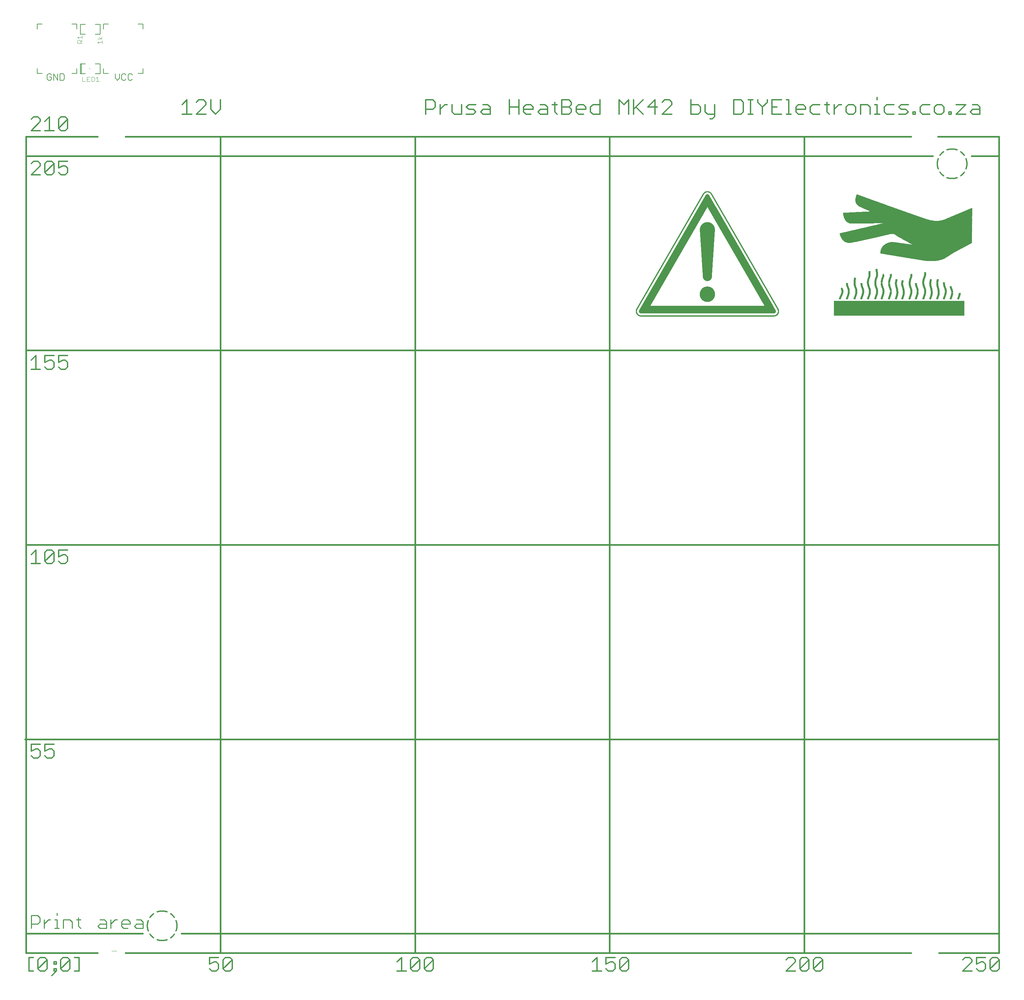
<source format=gto>
G75*
%MOIN*%
%OFA0B0*%
%FSLAX25Y25*%
%IPPOS*%
%LPD*%
%AMOC8*
5,1,8,0,0,1.08239X$1,22.5*
%
%ADD10C,0.00600*%
%ADD11C,0.01100*%
%ADD12C,0.01200*%
%ADD13C,0.01300*%
%ADD14C,0.01600*%
%ADD15C,0.01181*%
%ADD16C,0.00000*%
%ADD17R,1.32000X0.00083*%
%ADD18R,1.32000X0.00084*%
%ADD19R,0.00250X0.00084*%
%ADD20R,0.00170X0.00084*%
%ADD21R,0.00170X0.00084*%
%ADD22R,0.00240X0.00084*%
%ADD23R,0.00330X0.00084*%
%ADD24R,0.00580X0.00083*%
%ADD25R,0.00500X0.00083*%
%ADD26R,0.00420X0.00083*%
%ADD27R,0.00420X0.00083*%
%ADD28R,0.00410X0.00083*%
%ADD29R,0.00490X0.00083*%
%ADD30R,0.00590X0.00083*%
%ADD31R,0.00750X0.00083*%
%ADD32R,0.00660X0.00083*%
%ADD33R,0.00760X0.00083*%
%ADD34R,0.01000X0.00084*%
%ADD35R,0.00910X0.00084*%
%ADD36R,0.00920X0.00084*%
%ADD37R,0.00920X0.00084*%
%ADD38R,0.00990X0.00084*%
%ADD39R,0.01170X0.00083*%
%ADD40R,0.01250X0.00083*%
%ADD41R,0.01170X0.00083*%
%ADD42R,0.01160X0.00083*%
%ADD43R,0.01240X0.00083*%
%ADD44R,0.01500X0.00083*%
%ADD45R,0.01410X0.00083*%
%ADD46R,0.01420X0.00083*%
%ADD47R,0.01670X0.00084*%
%ADD48R,0.01670X0.00084*%
%ADD49R,0.01660X0.00084*%
%ADD50R,0.01750X0.00084*%
%ADD51R,0.01910X0.00083*%
%ADD52R,0.01830X0.00083*%
%ADD53R,0.01840X0.00083*%
%ADD54R,0.01920X0.00083*%
%ADD55R,0.01920X0.00083*%
%ADD56R,0.01830X0.00084*%
%ADD57R,0.01910X0.00084*%
%ADD58R,0.01920X0.00084*%
%ADD59R,0.01920X0.00084*%
%ADD60R,0.01840X0.00084*%
%ADD61R,0.01750X0.00083*%
%ADD62R,0.01660X0.00083*%
%ADD63R,0.01670X0.00083*%
%ADD64R,0.01760X0.00083*%
%ADD65R,0.01740X0.00083*%
%ADD66R,0.01740X0.00084*%
%ADD67R,0.01670X0.00083*%
%ADD68R,0.02000X0.00083*%
%ADD69R,0.02080X0.00083*%
%ADD70R,0.02000X0.00084*%
%ADD71R,0.02090X0.00083*%
%ADD72R,0.01580X0.00083*%
%ADD73R,0.01420X0.00084*%
%ADD74R,0.00840X0.00083*%
%ADD75R,0.00580X0.00084*%
%ADD76R,0.00250X0.00083*%
%ADD77R,0.01330X0.00083*%
%ADD78R,0.00910X0.00083*%
%ADD79R,0.00170X0.00083*%
%ADD80R,0.01760X0.00084*%
%ADD81R,0.01080X0.00084*%
%ADD82R,0.01410X0.00084*%
%ADD83R,0.01420X0.00084*%
%ADD84R,0.00920X0.00083*%
%ADD85R,0.00340X0.00084*%
%ADD86R,0.00750X0.00084*%
%ADD87R,0.01420X0.00083*%
%ADD88R,0.01170X0.00084*%
%ADD89R,0.01170X0.00084*%
%ADD90R,0.00670X0.00083*%
%ADD91R,0.01090X0.00084*%
%ADD92R,0.00160X0.00084*%
%ADD93R,0.01580X0.00084*%
%ADD94R,0.00080X0.00084*%
%ADD95R,0.01500X0.00084*%
%ADD96R,0.01000X0.00083*%
%ADD97R,0.00830X0.00084*%
%ADD98R,0.00340X0.00083*%
%ADD99R,0.04670X0.00083*%
%ADD100R,0.07330X0.00084*%
%ADD101R,0.09250X0.00083*%
%ADD102R,0.10750X0.00083*%
%ADD103R,0.12000X0.00084*%
%ADD104R,0.13170X0.00083*%
%ADD105R,0.14250X0.00083*%
%ADD106R,0.15250X0.00084*%
%ADD107R,0.16250X0.00083*%
%ADD108R,0.17170X0.00083*%
%ADD109R,0.18080X0.00084*%
%ADD110R,0.18920X0.00083*%
%ADD111R,0.19750X0.00083*%
%ADD112R,0.20660X0.00084*%
%ADD113R,0.21500X0.00083*%
%ADD114R,0.22240X0.00083*%
%ADD115R,0.23080X0.00084*%
%ADD116R,0.23920X0.00083*%
%ADD117R,0.24670X0.00083*%
%ADD118R,0.25420X0.00084*%
%ADD119R,0.26090X0.00083*%
%ADD120R,0.26840X0.00083*%
%ADD121R,0.27580X0.00084*%
%ADD122R,0.28330X0.00083*%
%ADD123R,0.29080X0.00083*%
%ADD124R,0.29750X0.00084*%
%ADD125R,0.30420X0.00083*%
%ADD126R,0.31170X0.00083*%
%ADD127R,0.31830X0.00084*%
%ADD128R,0.32500X0.00083*%
%ADD129R,0.33170X0.00083*%
%ADD130R,0.33910X0.00084*%
%ADD131R,0.34580X0.00083*%
%ADD132R,0.35160X0.00083*%
%ADD133R,0.35830X0.00084*%
%ADD134R,0.36490X0.00083*%
%ADD135R,0.37160X0.00083*%
%ADD136R,0.37750X0.00084*%
%ADD137R,0.38410X0.00083*%
%ADD138R,0.39000X0.00083*%
%ADD139R,0.39660X0.00084*%
%ADD140R,0.40330X0.00083*%
%ADD141R,0.40910X0.00083*%
%ADD142R,0.41580X0.00084*%
%ADD143R,0.42160X0.00083*%
%ADD144R,0.42830X0.00083*%
%ADD145R,0.43590X0.00084*%
%ADD146R,0.44170X0.00083*%
%ADD147R,0.44830X0.00083*%
%ADD148R,0.45420X0.00084*%
%ADD149R,0.46090X0.00083*%
%ADD150R,0.46670X0.00083*%
%ADD151R,0.47330X0.00084*%
%ADD152R,0.48000X0.00083*%
%ADD153R,0.48590X0.00083*%
%ADD154R,0.49250X0.00084*%
%ADD155R,0.49840X0.00083*%
%ADD156R,0.50500X0.00083*%
%ADD157R,0.51090X0.00084*%
%ADD158R,0.51750X0.00083*%
%ADD159R,0.52420X0.00083*%
%ADD160R,0.53000X0.00084*%
%ADD161R,0.53670X0.00083*%
%ADD162R,0.54250X0.00083*%
%ADD163R,0.54920X0.00084*%
%ADD164R,0.55500X0.00083*%
%ADD165R,0.56170X0.00083*%
%ADD166R,0.56750X0.00084*%
%ADD167R,0.57420X0.00083*%
%ADD168R,0.58000X0.00083*%
%ADD169R,0.58670X0.00084*%
%ADD170R,0.59340X0.00083*%
%ADD171R,0.59920X0.00083*%
%ADD172R,0.60590X0.00084*%
%ADD173R,0.61170X0.00083*%
%ADD174R,0.61840X0.00083*%
%ADD175R,0.62420X0.00084*%
%ADD176R,0.63090X0.00083*%
%ADD177R,0.63670X0.00083*%
%ADD178R,0.64340X0.00084*%
%ADD179R,0.64920X0.00083*%
%ADD180R,0.65590X0.00083*%
%ADD181R,0.66170X0.00084*%
%ADD182R,0.66740X0.00083*%
%ADD183R,0.67330X0.00083*%
%ADD184R,0.68000X0.00084*%
%ADD185R,0.68660X0.00083*%
%ADD186R,0.69250X0.00083*%
%ADD187R,0.69910X0.00084*%
%ADD188R,0.70500X0.00083*%
%ADD189R,0.71160X0.00083*%
%ADD190R,0.71750X0.00084*%
%ADD191R,0.72410X0.00083*%
%ADD192R,0.72920X0.00083*%
%ADD193R,0.73000X0.00084*%
%ADD194R,0.73170X0.00083*%
%ADD195R,0.73250X0.00083*%
%ADD196R,0.73420X0.00084*%
%ADD197R,0.73590X0.00083*%
%ADD198R,0.73670X0.00083*%
%ADD199R,0.73830X0.00084*%
%ADD200R,0.74000X0.00083*%
%ADD201R,0.74090X0.00083*%
%ADD202R,0.74250X0.00084*%
%ADD203R,0.74420X0.00083*%
%ADD204R,0.74590X0.00083*%
%ADD205R,0.74670X0.00084*%
%ADD206R,0.74840X0.00083*%
%ADD207R,0.75000X0.00083*%
%ADD208R,0.75170X0.00084*%
%ADD209R,0.75250X0.00083*%
%ADD210R,0.75410X0.00083*%
%ADD211R,0.75580X0.00084*%
%ADD212R,0.75750X0.00083*%
%ADD213R,0.75910X0.00083*%
%ADD214R,0.76080X0.00084*%
%ADD215R,0.76160X0.00083*%
%ADD216R,0.76330X0.00083*%
%ADD217R,0.76500X0.00084*%
%ADD218R,0.76580X0.00083*%
%ADD219R,0.76750X0.00083*%
%ADD220R,0.76920X0.00084*%
%ADD221R,0.77080X0.00083*%
%ADD222R,0.77250X0.00083*%
%ADD223R,0.77420X0.00084*%
%ADD224R,0.77500X0.00083*%
%ADD225R,0.77670X0.00083*%
%ADD226R,0.77840X0.00084*%
%ADD227R,0.77920X0.00083*%
%ADD228R,0.78000X0.00083*%
%ADD229R,0.78160X0.00084*%
%ADD230R,0.78330X0.00083*%
%ADD231R,0.78500X0.00083*%
%ADD232R,0.78580X0.00084*%
%ADD233R,0.78750X0.00083*%
%ADD234R,0.78920X0.00083*%
%ADD235R,0.79000X0.00084*%
%ADD236R,0.79170X0.00083*%
%ADD237R,0.79250X0.00083*%
%ADD238R,0.79420X0.00084*%
%ADD239R,0.79490X0.00083*%
%ADD240R,0.79660X0.00083*%
%ADD241R,0.79750X0.00084*%
%ADD242R,0.79920X0.00083*%
%ADD243R,0.80080X0.00083*%
%ADD244R,0.80170X0.00084*%
%ADD245R,0.80250X0.00083*%
%ADD246R,0.80330X0.00083*%
%ADD247R,0.80500X0.00084*%
%ADD248R,0.80660X0.00083*%
%ADD249R,0.80750X0.00083*%
%ADD250R,0.80910X0.00084*%
%ADD251R,0.81000X0.00083*%
%ADD252R,0.81170X0.00083*%
%ADD253R,0.81250X0.00084*%
%ADD254R,0.81330X0.00083*%
%ADD255R,0.81420X0.00083*%
%ADD256R,0.81580X0.00084*%
%ADD257R,0.81670X0.00083*%
%ADD258R,0.81750X0.00083*%
%ADD259R,0.81910X0.00084*%
%ADD260R,0.82000X0.00083*%
%ADD261R,0.82170X0.00083*%
%ADD262R,0.82170X0.00084*%
%ADD263R,0.82250X0.00083*%
%ADD264R,0.82410X0.00083*%
%ADD265R,0.82500X0.00084*%
%ADD266R,0.82590X0.00083*%
%ADD267R,0.82750X0.00083*%
%ADD268R,0.82830X0.00084*%
%ADD269R,0.82830X0.00083*%
%ADD270R,0.83000X0.00083*%
%ADD271R,0.83090X0.00084*%
%ADD272R,0.83160X0.00083*%
%ADD273R,0.83250X0.00083*%
%ADD274R,0.83340X0.00084*%
%ADD275R,0.83500X0.00083*%
%ADD276R,0.83580X0.00083*%
%ADD277R,0.83580X0.00084*%
%ADD278R,0.83670X0.00083*%
%ADD279R,0.83740X0.00083*%
%ADD280R,0.83830X0.00084*%
%ADD281R,0.83920X0.00083*%
%ADD282R,0.84000X0.00083*%
%ADD283R,0.84080X0.00084*%
%ADD284R,0.84170X0.00083*%
%ADD285R,0.84160X0.00083*%
%ADD286R,0.84250X0.00084*%
%ADD287R,0.84340X0.00083*%
%ADD288R,0.84410X0.00083*%
%ADD289R,0.84500X0.00084*%
%ADD290R,0.84580X0.00083*%
%ADD291R,0.84660X0.00083*%
%ADD292R,0.84590X0.00084*%
%ADD293R,0.84750X0.00083*%
%ADD294R,0.28750X0.00084*%
%ADD295R,0.55920X0.00084*%
%ADD296R,0.28000X0.00083*%
%ADD297R,0.56250X0.00083*%
%ADD298R,0.27340X0.00083*%
%ADD299R,0.56580X0.00083*%
%ADD300R,0.26660X0.00084*%
%ADD301R,0.56920X0.00084*%
%ADD302R,0.25920X0.00083*%
%ADD303R,0.57170X0.00083*%
%ADD304R,0.25250X0.00083*%
%ADD305R,0.57500X0.00083*%
%ADD306R,0.24500X0.00084*%
%ADD307R,0.57750X0.00084*%
%ADD308R,0.23830X0.00083*%
%ADD309R,0.58080X0.00083*%
%ADD310R,0.23090X0.00083*%
%ADD311R,0.58420X0.00083*%
%ADD312R,0.22330X0.00084*%
%ADD313R,0.58750X0.00084*%
%ADD314R,0.21670X0.00083*%
%ADD315R,0.59080X0.00083*%
%ADD316R,0.20920X0.00083*%
%ADD317R,0.59420X0.00083*%
%ADD318R,0.20160X0.00084*%
%ADD319R,0.59580X0.00084*%
%ADD320R,0.19500X0.00083*%
%ADD321R,0.59920X0.00083*%
%ADD322R,0.18750X0.00083*%
%ADD323R,0.60250X0.00083*%
%ADD324R,0.18000X0.00084*%
%ADD325R,0.60580X0.00084*%
%ADD326R,0.17250X0.00083*%
%ADD327R,0.60920X0.00083*%
%ADD328R,0.16500X0.00083*%
%ADD329R,0.61250X0.00083*%
%ADD330R,0.15670X0.00084*%
%ADD331R,0.61500X0.00084*%
%ADD332R,0.14920X0.00083*%
%ADD333R,0.61750X0.00083*%
%ADD334R,0.14080X0.00083*%
%ADD335R,0.62080X0.00083*%
%ADD336R,0.13330X0.00084*%
%ADD337R,0.62410X0.00084*%
%ADD338R,0.12410X0.00083*%
%ADD339R,0.62750X0.00083*%
%ADD340R,0.11670X0.00083*%
%ADD341R,0.63000X0.00083*%
%ADD342R,0.10750X0.00084*%
%ADD343R,0.63250X0.00084*%
%ADD344R,0.09920X0.00083*%
%ADD345R,0.63410X0.00083*%
%ADD346R,0.02250X0.00083*%
%ADD347R,0.09000X0.00083*%
%ADD348R,0.63580X0.00083*%
%ADD349R,0.03670X0.00084*%
%ADD350R,0.08170X0.00084*%
%ADD351R,0.63750X0.00084*%
%ADD352R,0.04660X0.00083*%
%ADD353R,0.07250X0.00083*%
%ADD354R,0.63910X0.00083*%
%ADD355R,0.05420X0.00083*%
%ADD356R,0.06250X0.00083*%
%ADD357R,0.64000X0.00083*%
%ADD358R,0.06250X0.00084*%
%ADD359R,0.05250X0.00084*%
%ADD360R,0.64160X0.00084*%
%ADD361R,0.06920X0.00083*%
%ADD362R,0.04160X0.00083*%
%ADD363R,0.64330X0.00083*%
%ADD364R,0.07580X0.00083*%
%ADD365R,0.02910X0.00083*%
%ADD366R,0.64500X0.00083*%
%ADD367R,0.01330X0.00084*%
%ADD368R,0.64660X0.00084*%
%ADD369R,0.08840X0.00083*%
%ADD370R,0.64750X0.00083*%
%ADD371R,0.09410X0.00083*%
%ADD372R,0.64910X0.00083*%
%ADD373R,0.10000X0.00084*%
%ADD374R,0.65080X0.00084*%
%ADD375R,0.10590X0.00083*%
%ADD376R,0.65250X0.00083*%
%ADD377R,0.11160X0.00083*%
%ADD378R,0.65410X0.00083*%
%ADD379R,0.11750X0.00084*%
%ADD380R,0.65500X0.00084*%
%ADD381R,0.12250X0.00083*%
%ADD382R,0.65660X0.00083*%
%ADD383R,0.12750X0.00083*%
%ADD384R,0.65830X0.00083*%
%ADD385R,0.13340X0.00084*%
%ADD386R,0.66000X0.00084*%
%ADD387R,0.13830X0.00083*%
%ADD388R,0.66160X0.00083*%
%ADD389R,0.14330X0.00083*%
%ADD390R,0.66250X0.00083*%
%ADD391R,0.14830X0.00084*%
%ADD392R,0.66410X0.00084*%
%ADD393R,0.15330X0.00083*%
%ADD394R,0.66580X0.00083*%
%ADD395R,0.15840X0.00083*%
%ADD396R,0.66750X0.00083*%
%ADD397R,0.16340X0.00084*%
%ADD398R,0.66910X0.00084*%
%ADD399R,0.16840X0.00083*%
%ADD400R,0.67080X0.00083*%
%ADD401R,0.17330X0.00083*%
%ADD402R,0.67160X0.00083*%
%ADD403R,0.17750X0.00084*%
%ADD404R,0.67330X0.00084*%
%ADD405R,0.18250X0.00083*%
%ADD406R,0.67500X0.00083*%
%ADD407R,0.67660X0.00083*%
%ADD408R,0.19160X0.00084*%
%ADD409R,0.67750X0.00084*%
%ADD410R,0.19670X0.00083*%
%ADD411R,0.67910X0.00083*%
%ADD412R,0.20080X0.00083*%
%ADD413R,0.68080X0.00083*%
%ADD414R,0.20580X0.00084*%
%ADD415R,0.68250X0.00084*%
%ADD416R,0.21000X0.00083*%
%ADD417R,0.68410X0.00083*%
%ADD418R,0.68500X0.00083*%
%ADD419R,0.22000X0.00084*%
%ADD420R,0.68660X0.00084*%
%ADD421R,0.22420X0.00083*%
%ADD422R,0.68830X0.00083*%
%ADD423R,0.22920X0.00083*%
%ADD424R,0.69000X0.00083*%
%ADD425R,0.23330X0.00084*%
%ADD426R,0.69160X0.00084*%
%ADD427R,0.23750X0.00083*%
%ADD428R,0.24170X0.00083*%
%ADD429R,0.69410X0.00083*%
%ADD430R,0.24670X0.00084*%
%ADD431R,0.69580X0.00084*%
%ADD432R,0.25080X0.00083*%
%ADD433R,0.69750X0.00083*%
%ADD434R,0.25500X0.00083*%
%ADD435R,0.69910X0.00083*%
%ADD436R,0.25920X0.00084*%
%ADD437R,0.70000X0.00084*%
%ADD438R,0.26420X0.00083*%
%ADD439R,0.70160X0.00083*%
%ADD440R,0.26830X0.00083*%
%ADD441R,0.70330X0.00083*%
%ADD442R,0.27250X0.00084*%
%ADD443R,0.70500X0.00084*%
%ADD444R,0.27670X0.00083*%
%ADD445R,0.70580X0.00083*%
%ADD446R,0.28170X0.00083*%
%ADD447R,0.70750X0.00083*%
%ADD448R,0.28500X0.00084*%
%ADD449R,0.70910X0.00084*%
%ADD450R,0.28990X0.00083*%
%ADD451R,0.71080X0.00083*%
%ADD452R,0.29420X0.00083*%
%ADD453R,0.29840X0.00084*%
%ADD454R,0.71330X0.00084*%
%ADD455R,0.30250X0.00083*%
%ADD456R,0.71500X0.00083*%
%ADD457R,0.30580X0.00083*%
%ADD458R,0.71660X0.00083*%
%ADD459R,0.31080X0.00084*%
%ADD460R,0.71830X0.00084*%
%ADD461R,0.31500X0.00083*%
%ADD462R,0.71910X0.00083*%
%ADD463R,0.31920X0.00083*%
%ADD464R,0.72080X0.00083*%
%ADD465R,0.32330X0.00084*%
%ADD466R,0.72250X0.00084*%
%ADD467R,0.32750X0.00083*%
%ADD468R,0.33160X0.00083*%
%ADD469R,0.72500X0.00083*%
%ADD470R,0.33500X0.00084*%
%ADD471R,0.72660X0.00084*%
%ADD472R,0.34000X0.00083*%
%ADD473R,0.72830X0.00083*%
%ADD474R,0.34340X0.00083*%
%ADD475R,0.73000X0.00083*%
%ADD476R,0.34830X0.00084*%
%ADD477R,0.73080X0.00084*%
%ADD478R,0.35170X0.00083*%
%ADD479R,0.35580X0.00083*%
%ADD480R,0.73410X0.00083*%
%ADD481R,0.36000X0.00084*%
%ADD482R,0.73500X0.00084*%
%ADD483R,0.36420X0.00083*%
%ADD484R,0.73660X0.00083*%
%ADD485R,0.36840X0.00083*%
%ADD486R,0.73830X0.00083*%
%ADD487R,0.37250X0.00084*%
%ADD488R,0.74000X0.00084*%
%ADD489R,0.37580X0.00083*%
%ADD490R,0.74080X0.00083*%
%ADD491R,0.38080X0.00083*%
%ADD492R,0.74250X0.00083*%
%ADD493R,0.38410X0.00084*%
%ADD494R,0.74410X0.00084*%
%ADD495R,0.38750X0.00083*%
%ADD496R,0.74580X0.00083*%
%ADD497R,0.39250X0.00083*%
%ADD498R,0.74660X0.00083*%
%ADD499R,0.39590X0.00084*%
%ADD500R,0.74830X0.00084*%
%ADD501R,0.40000X0.00083*%
%ADD502R,0.40420X0.00083*%
%ADD503R,0.75080X0.00083*%
%ADD504R,0.40750X0.00084*%
%ADD505R,0.75250X0.00084*%
%ADD506R,0.41160X0.00083*%
%ADD507R,0.41580X0.00083*%
%ADD508R,0.75500X0.00083*%
%ADD509R,0.42000X0.00084*%
%ADD510R,0.75660X0.00084*%
%ADD511R,0.42340X0.00083*%
%ADD512R,0.75830X0.00083*%
%ADD513R,0.42750X0.00083*%
%ADD514R,0.43170X0.00084*%
%ADD515R,0.43500X0.00083*%
%ADD516R,0.76250X0.00083*%
%ADD517R,0.43920X0.00083*%
%ADD518R,0.44330X0.00084*%
%ADD519R,0.44660X0.00083*%
%ADD520R,0.45000X0.00083*%
%ADD521R,0.45500X0.00084*%
%ADD522R,0.76830X0.00084*%
%ADD523R,0.45840X0.00083*%
%ADD524R,0.77000X0.00083*%
%ADD525R,0.46170X0.00083*%
%ADD526R,0.46580X0.00084*%
%ADD527R,0.77250X0.00084*%
%ADD528R,0.47000X0.00083*%
%ADD529R,0.77330X0.00083*%
%ADD530R,0.47330X0.00083*%
%ADD531R,0.77410X0.00083*%
%ADD532R,0.47750X0.00084*%
%ADD533R,0.77580X0.00084*%
%ADD534R,0.48080X0.00083*%
%ADD535R,0.77660X0.00083*%
%ADD536R,0.48410X0.00083*%
%ADD537R,0.77830X0.00083*%
%ADD538R,0.48840X0.00084*%
%ADD539R,0.77910X0.00084*%
%ADD540R,0.49170X0.00083*%
%ADD541R,0.78080X0.00083*%
%ADD542R,0.49500X0.00083*%
%ADD543R,0.78250X0.00083*%
%ADD544R,0.49840X0.00084*%
%ADD545R,0.78410X0.00084*%
%ADD546R,0.50250X0.00083*%
%ADD547R,0.78580X0.00083*%
%ADD548R,0.78830X0.00083*%
%ADD549R,0.50920X0.00084*%
%ADD550R,0.79080X0.00084*%
%ADD551R,0.51410X0.00083*%
%ADD552R,0.79410X0.00083*%
%ADD553R,0.51910X0.00083*%
%ADD554R,0.79830X0.00083*%
%ADD555R,1.33660X0.00084*%
%ADD556R,1.33660X0.00083*%
%ADD557R,1.33750X0.00083*%
%ADD558R,1.33750X0.00084*%
%ADD559R,1.33250X0.00083*%
%ADD560R,1.32910X0.00084*%
%ADD561R,1.32580X0.00083*%
%ADD562R,1.32250X0.00083*%
%ADD563R,1.31830X0.00084*%
%ADD564R,1.31500X0.00083*%
%ADD565R,1.31160X0.00083*%
%ADD566R,1.30750X0.00084*%
%ADD567R,1.30410X0.00083*%
%ADD568R,1.30080X0.00083*%
%ADD569R,1.29670X0.00084*%
%ADD570R,1.29410X0.00083*%
%ADD571R,1.29080X0.00083*%
%ADD572R,1.28740X0.00084*%
%ADD573R,1.28330X0.00083*%
%ADD574R,1.27990X0.00083*%
%ADD575R,1.27660X0.00084*%
%ADD576R,1.27240X0.00083*%
%ADD577R,1.26910X0.00083*%
%ADD578R,1.26580X0.00084*%
%ADD579R,1.26160X0.00083*%
%ADD580R,1.25830X0.00083*%
%ADD581R,1.25490X0.00084*%
%ADD582R,1.25160X0.00083*%
%ADD583R,1.24740X0.00083*%
%ADD584R,1.24410X0.00084*%
%ADD585R,1.24080X0.00083*%
%ADD586R,1.23660X0.00083*%
%ADD587R,1.23330X0.00084*%
%ADD588R,1.22990X0.00083*%
%ADD589R,1.22580X0.00083*%
%ADD590R,1.22240X0.00084*%
%ADD591R,1.21910X0.00083*%
%ADD592R,1.21580X0.00083*%
%ADD593R,1.21160X0.00084*%
%ADD594R,1.20830X0.00083*%
%ADD595R,1.20490X0.00083*%
%ADD596R,1.20080X0.00084*%
%ADD597R,1.19740X0.00083*%
%ADD598R,1.19410X0.00083*%
%ADD599R,1.18990X0.00084*%
%ADD600R,1.18660X0.00083*%
%ADD601R,1.18330X0.00083*%
%ADD602R,1.17990X0.00084*%
%ADD603R,1.17580X0.00083*%
%ADD604R,1.17240X0.00083*%
%ADD605R,1.16910X0.00084*%
%ADD606R,1.16490X0.00083*%
%ADD607R,1.16160X0.00083*%
%ADD608R,1.15830X0.00084*%
%ADD609R,1.15410X0.00083*%
%ADD610R,1.15080X0.00083*%
%ADD611R,1.14740X0.00084*%
%ADD612R,1.14410X0.00083*%
%ADD613R,1.13990X0.00083*%
%ADD614R,1.13660X0.00084*%
%ADD615R,1.13330X0.00083*%
%ADD616R,1.12910X0.00083*%
%ADD617R,1.12580X0.00084*%
%ADD618R,1.12240X0.00083*%
%ADD619R,1.11830X0.00083*%
%ADD620R,1.11490X0.00084*%
%ADD621R,1.11160X0.00083*%
%ADD622R,1.10830X0.00083*%
%ADD623R,1.10410X0.00084*%
%ADD624R,1.10080X0.00083*%
%ADD625R,1.09740X0.00083*%
%ADD626R,1.09330X0.00084*%
%ADD627R,1.08990X0.00083*%
%ADD628R,1.08660X0.00083*%
%ADD629R,1.08240X0.00084*%
%ADD630R,1.07910X0.00083*%
%ADD631R,1.07580X0.00083*%
%ADD632R,1.07240X0.00084*%
%ADD633R,1.06830X0.00083*%
%ADD634R,1.06490X0.00083*%
%ADD635R,1.06160X0.00084*%
%ADD636R,1.05740X0.00083*%
%ADD637R,1.05410X0.00083*%
%ADD638R,1.05080X0.00084*%
%ADD639R,1.04660X0.00083*%
%ADD640R,1.04330X0.00083*%
%ADD641R,1.03990X0.00084*%
%ADD642R,1.03660X0.00083*%
%ADD643R,1.03240X0.00083*%
%ADD644R,1.02910X0.00084*%
%ADD645R,1.02580X0.00083*%
%ADD646R,1.02160X0.00083*%
%ADD647R,1.01830X0.00084*%
%ADD648R,1.01490X0.00083*%
%ADD649R,1.01160X0.00083*%
%ADD650R,1.00740X0.00084*%
%ADD651R,1.00410X0.00083*%
%ADD652R,1.00080X0.00083*%
%ADD653R,0.99660X0.00084*%
%ADD654R,0.99330X0.00083*%
%ADD655R,0.98990X0.00083*%
%ADD656R,0.98580X0.00084*%
%ADD657R,0.98240X0.00083*%
%ADD658R,0.97910X0.00083*%
%ADD659R,0.97580X0.00084*%
%ADD660R,0.97160X0.00083*%
%ADD661R,0.96830X0.00083*%
%ADD662R,0.96490X0.00084*%
%ADD663R,0.96080X0.00083*%
%ADD664R,0.95740X0.00083*%
%ADD665R,0.95410X0.00084*%
%ADD666R,0.94990X0.00083*%
%ADD667R,0.94660X0.00083*%
%ADD668R,0.94330X0.00084*%
%ADD669R,0.93990X0.00083*%
%ADD670R,0.93580X0.00083*%
%ADD671R,0.93240X0.00084*%
%ADD672R,0.92910X0.00083*%
%ADD673R,0.92490X0.00083*%
%ADD674R,0.92160X0.00084*%
%ADD675R,0.91830X0.00083*%
%ADD676R,0.91410X0.00083*%
%ADD677R,0.91080X0.00084*%
%ADD678R,0.90740X0.00083*%
%ADD679R,0.90410X0.00083*%
%ADD680R,0.08330X0.00084*%
%ADD681R,0.89990X0.00084*%
%ADD682R,0.17090X0.00083*%
%ADD683R,0.89660X0.00083*%
%ADD684R,0.24580X0.00083*%
%ADD685R,0.89330X0.00083*%
%ADD686R,0.31410X0.00084*%
%ADD687R,0.88910X0.00084*%
%ADD688R,1.24580X0.00083*%
%ADD689R,1.24990X0.00084*%
%ADD690R,1.25330X0.00083*%
%ADD691R,1.25660X0.00083*%
%ADD692R,1.25740X0.00083*%
%ADD693R,1.25910X0.00084*%
%ADD694R,1.26080X0.00083*%
%ADD695R,1.26240X0.00084*%
%ADD696R,1.26410X0.00083*%
%ADD697R,1.26490X0.00083*%
%ADD698R,1.26660X0.00083*%
%ADD699R,1.26740X0.00083*%
%ADD700R,1.26910X0.00084*%
%ADD701R,1.26990X0.00083*%
%ADD702R,1.27080X0.00083*%
%ADD703R,1.27160X0.00084*%
%ADD704R,1.27330X0.00084*%
%ADD705R,1.27410X0.00083*%
%ADD706R,1.27490X0.00083*%
%ADD707R,0.89920X0.00084*%
%ADD708R,0.33830X0.00084*%
%ADD709R,0.89080X0.00083*%
%ADD710R,0.33080X0.00083*%
%ADD711R,0.88420X0.00083*%
%ADD712R,0.32410X0.00083*%
%ADD713R,0.87920X0.00084*%
%ADD714R,0.31910X0.00084*%
%ADD715R,0.87500X0.00083*%
%ADD716R,0.31490X0.00083*%
%ADD717R,0.87080X0.00083*%
%ADD718R,0.31080X0.00083*%
%ADD719R,0.86670X0.00084*%
%ADD720R,0.30660X0.00084*%
%ADD721R,0.86330X0.00083*%
%ADD722R,0.30330X0.00083*%
%ADD723R,0.86000X0.00083*%
%ADD724R,0.29990X0.00083*%
%ADD725R,0.85590X0.00084*%
%ADD726R,0.29740X0.00084*%
%ADD727R,0.85330X0.00083*%
%ADD728R,0.29410X0.00083*%
%ADD729R,0.85080X0.00083*%
%ADD730R,0.29160X0.00083*%
%ADD731R,0.84660X0.00084*%
%ADD732R,0.28910X0.00084*%
%ADD733R,0.84420X0.00083*%
%ADD734R,0.28660X0.00083*%
%ADD735R,0.84250X0.00083*%
%ADD736R,0.28410X0.00083*%
%ADD737R,0.83920X0.00084*%
%ADD738R,0.28160X0.00084*%
%ADD739R,0.83750X0.00083*%
%ADD740R,0.27910X0.00083*%
%ADD741R,0.27660X0.00083*%
%ADD742R,0.27490X0.00084*%
%ADD743R,0.27250X0.00083*%
%ADD744R,0.27080X0.00083*%
%ADD745R,0.82580X0.00084*%
%ADD746R,0.26910X0.00084*%
%ADD747R,0.26660X0.00083*%
%ADD748R,0.82160X0.00083*%
%ADD749R,0.26490X0.00083*%
%ADD750R,0.82000X0.00084*%
%ADD751R,0.26330X0.00084*%
%ADD752R,0.26080X0.00083*%
%ADD753R,0.81580X0.00083*%
%ADD754R,0.25910X0.00083*%
%ADD755R,0.81330X0.00084*%
%ADD756R,0.25660X0.00084*%
%ADD757R,0.81160X0.00083*%
%ADD758R,0.80910X0.00083*%
%ADD759R,0.25330X0.00083*%
%ADD760R,0.80750X0.00084*%
%ADD761R,0.25080X0.00084*%
%ADD762R,0.80500X0.00083*%
%ADD763R,0.24910X0.00083*%
%ADD764R,0.24740X0.00083*%
%ADD765R,0.80080X0.00084*%
%ADD766R,0.24490X0.00084*%
%ADD767R,0.24330X0.00083*%
%ADD768R,0.24080X0.00083*%
%ADD769R,0.79410X0.00084*%
%ADD770R,0.23910X0.00084*%
%ADD771R,0.79160X0.00083*%
%ADD772R,0.23740X0.00083*%
%ADD773R,0.79000X0.00083*%
%ADD774R,0.23490X0.00083*%
%ADD775R,0.78840X0.00084*%
%ADD776R,0.78590X0.00083*%
%ADD777R,0.23160X0.00083*%
%ADD778R,0.78420X0.00083*%
%ADD779R,0.22910X0.00083*%
%ADD780R,0.78170X0.00084*%
%ADD781R,0.22740X0.00084*%
%ADD782R,0.77920X0.00083*%
%ADD783R,0.22490X0.00083*%
%ADD784R,0.77750X0.00083*%
%ADD785R,0.22330X0.00083*%
%ADD786R,0.77500X0.00084*%
%ADD787R,0.22160X0.00084*%
%ADD788R,0.21910X0.00083*%
%ADD789R,0.77090X0.00083*%
%ADD790R,0.21740X0.00083*%
%ADD791R,0.76840X0.00084*%
%ADD792R,0.21490X0.00084*%
%ADD793R,0.76590X0.00083*%
%ADD794R,0.21330X0.00083*%
%ADD795R,0.76500X0.00083*%
%ADD796R,0.21160X0.00083*%
%ADD797R,0.76250X0.00084*%
%ADD798R,0.20910X0.00084*%
%ADD799R,0.76000X0.00083*%
%ADD800R,0.20740X0.00083*%
%ADD801R,0.20580X0.00083*%
%ADD802R,0.75590X0.00084*%
%ADD803R,0.20330X0.00084*%
%ADD804R,0.75340X0.00083*%
%ADD805R,0.20160X0.00083*%
%ADD806R,0.75090X0.00083*%
%ADD807R,0.19910X0.00083*%
%ADD808R,0.74840X0.00084*%
%ADD809R,0.19740X0.00084*%
%ADD810R,0.74750X0.00083*%
%ADD811R,0.74500X0.00083*%
%ADD812R,0.19420X0.00083*%
%ADD813R,0.19250X0.00084*%
%ADD814R,0.19080X0.00083*%
%ADD815R,0.18840X0.00083*%
%ADD816R,0.73580X0.00084*%
%ADD817R,0.18670X0.00084*%
%ADD818R,0.73330X0.00083*%
%ADD819R,0.18420X0.00083*%
%ADD820R,0.73170X0.00083*%
%ADD821R,0.72920X0.00084*%
%ADD822R,0.72750X0.00083*%
%ADD823R,0.17830X0.00083*%
%ADD824R,0.17670X0.00083*%
%ADD825R,0.17500X0.00084*%
%ADD826R,0.72000X0.00083*%
%ADD827R,0.71750X0.00083*%
%ADD828R,0.71670X0.00084*%
%ADD829R,0.16830X0.00084*%
%ADD830R,0.71420X0.00083*%
%ADD831R,0.16670X0.00083*%
%ADD832R,0.71170X0.00083*%
%ADD833R,0.70920X0.00084*%
%ADD834R,0.16250X0.00084*%
%ADD835R,0.70670X0.00083*%
%ADD836R,0.16080X0.00083*%
%ADD837R,0.70420X0.00083*%
%ADD838R,0.15830X0.00083*%
%ADD839R,0.70250X0.00084*%
%ADD840R,0.70080X0.00083*%
%ADD841R,0.15500X0.00083*%
%ADD842R,0.69830X0.00083*%
%ADD843R,0.15250X0.00083*%
%ADD844R,0.15080X0.00084*%
%ADD845R,0.69330X0.00083*%
%ADD846R,0.14920X0.00083*%
%ADD847R,0.69080X0.00083*%
%ADD848R,0.14670X0.00083*%
%ADD849R,0.68830X0.00084*%
%ADD850R,0.14500X0.00084*%
%ADD851R,0.68670X0.00083*%
%ADD852R,0.13920X0.00084*%
%ADD853R,0.68000X0.00083*%
%ADD854R,0.13670X0.00083*%
%ADD855R,0.67750X0.00083*%
%ADD856R,0.13500X0.00083*%
%ADD857R,0.67500X0.00084*%
%ADD858R,0.13090X0.00083*%
%ADD859R,0.12920X0.00083*%
%ADD860R,0.66830X0.00084*%
%ADD861R,0.12670X0.00084*%
%ADD862R,0.12500X0.00083*%
%ADD863R,0.66330X0.00083*%
%ADD864R,0.12330X0.00083*%
%ADD865R,0.66080X0.00084*%
%ADD866R,0.12080X0.00084*%
%ADD867R,0.65910X0.00083*%
%ADD868R,0.11920X0.00083*%
%ADD869R,0.11750X0.00083*%
%ADD870R,0.62830X0.00084*%
%ADD871R,0.11500X0.00084*%
%ADD872R,0.60910X0.00083*%
%ADD873R,0.11330X0.00083*%
%ADD874R,0.59000X0.00083*%
%ADD875R,0.11080X0.00083*%
%ADD876R,0.57170X0.00084*%
%ADD877R,0.10920X0.00084*%
%ADD878R,0.55250X0.00083*%
%ADD879R,0.53340X0.00083*%
%ADD880R,0.10500X0.00083*%
%ADD881R,0.51420X0.00084*%
%ADD882R,0.10330X0.00084*%
%ADD883R,0.10080X0.00083*%
%ADD884R,0.47590X0.00083*%
%ADD885R,0.45750X0.00084*%
%ADD886R,0.09750X0.00084*%
%ADD887R,0.43830X0.00083*%
%ADD888R,0.09500X0.00083*%
%ADD889R,0.41920X0.00083*%
%ADD890R,0.09330X0.00083*%
%ADD891R,0.40000X0.00084*%
%ADD892R,0.09170X0.00084*%
%ADD893R,0.08920X0.00083*%
%ADD894R,0.36250X0.00083*%
%ADD895R,0.08750X0.00083*%
%ADD896R,0.34330X0.00084*%
%ADD897R,0.08500X0.00084*%
%ADD898R,0.33830X0.00083*%
%ADD899R,0.08330X0.00083*%
%ADD900R,0.08170X0.00083*%
%ADD901R,0.33750X0.00084*%
%ADD902R,0.07920X0.00084*%
%ADD903R,0.33660X0.00083*%
%ADD904R,0.07750X0.00083*%
%ADD905R,0.33750X0.00083*%
%ADD906R,0.33670X0.00084*%
%ADD907R,0.33590X0.00083*%
%ADD908R,0.07170X0.00083*%
%ADD909R,0.06920X0.00083*%
%ADD910R,0.06750X0.00084*%
%ADD911R,0.33580X0.00083*%
%ADD912R,0.06580X0.00083*%
%ADD913R,0.33500X0.00083*%
%ADD914R,0.06340X0.00083*%
%ADD915R,0.33420X0.00084*%
%ADD916R,0.06170X0.00084*%
%ADD917R,0.33420X0.00083*%
%ADD918R,0.06000X0.00083*%
%ADD919R,0.33330X0.00083*%
%ADD920R,0.05750X0.00083*%
%ADD921R,0.33330X0.00084*%
%ADD922R,0.05580X0.00084*%
%ADD923R,0.05330X0.00083*%
%ADD924R,0.33250X0.00083*%
%ADD925R,0.05170X0.00083*%
%ADD926R,0.33160X0.00084*%
%ADD927R,0.05000X0.00084*%
%ADD928R,0.04750X0.00083*%
%ADD929R,0.04590X0.00083*%
%ADD930R,0.33090X0.00084*%
%ADD931R,0.04330X0.00084*%
%ADD932R,0.33000X0.00083*%
%ADD933R,0.04170X0.00083*%
%ADD934R,0.04000X0.00083*%
%ADD935R,0.32920X0.00084*%
%ADD936R,0.03750X0.00084*%
%ADD937R,0.32920X0.00083*%
%ADD938R,0.03580X0.00083*%
%ADD939R,0.03420X0.00083*%
%ADD940R,0.32830X0.00084*%
%ADD941R,0.03170X0.00084*%
%ADD942R,0.03000X0.00083*%
%ADD943R,0.32670X0.00083*%
%ADD944R,0.02750X0.00083*%
%ADD945R,0.32750X0.00084*%
%ADD946R,0.02580X0.00084*%
%ADD947R,0.32660X0.00083*%
%ADD948R,0.02420X0.00083*%
%ADD949R,0.32580X0.00083*%
%ADD950R,0.02170X0.00083*%
%ADD951R,0.32500X0.00084*%
%ADD952R,0.32420X0.00084*%
%ADD953R,0.32340X0.00083*%
%ADD954R,0.32250X0.00084*%
%ADD955R,0.32250X0.00083*%
%ADD956R,0.32170X0.00083*%
%ADD957R,0.32170X0.00084*%
%ADD958R,0.32080X0.00083*%
%ADD959R,0.32000X0.00083*%
%ADD960R,0.32000X0.00084*%
%ADD961R,0.31910X0.00083*%
%ADD962R,0.31750X0.00083*%
%ADD963R,0.31750X0.00084*%
%ADD964R,0.31670X0.00083*%
%ADD965R,0.31590X0.00083*%
%ADD966R,0.31500X0.00084*%
%ADD967R,0.31580X0.00083*%
%ADD968R,0.31420X0.00084*%
%ADD969R,0.31330X0.00083*%
%ADD970R,0.31250X0.00084*%
%ADD971R,0.31160X0.00083*%
%ADD972R,0.31000X0.00084*%
%ADD973R,0.31000X0.00083*%
%ADD974R,0.30920X0.00083*%
%ADD975R,0.30750X0.00084*%
%ADD976R,0.30670X0.00083*%
%ADD977R,0.30500X0.00083*%
%ADD978R,0.30500X0.00084*%
%ADD979R,0.30090X0.00084*%
%ADD980R,0.29920X0.00083*%
%ADD981R,0.29830X0.00083*%
%ADD982R,0.29660X0.00084*%
%ADD983R,0.29580X0.00083*%
%ADD984R,0.29340X0.00084*%
%ADD985R,0.29170X0.00083*%
%ADD986R,0.29000X0.00083*%
%ADD987R,0.28840X0.00084*%
%ADD988R,0.28670X0.00083*%
%ADD989R,0.28500X0.00083*%
%ADD990R,0.28330X0.00084*%
%ADD991R,0.28170X0.00083*%
%ADD992R,0.27910X0.00084*%
%ADD993R,0.27500X0.00083*%
%ADD994R,0.27330X0.00084*%
%ADD995R,0.27160X0.00083*%
%ADD996R,0.27000X0.00083*%
%ADD997R,0.26840X0.00084*%
%ADD998R,0.26670X0.00083*%
%ADD999R,0.25670X0.00084*%
%ADD1000R,0.25160X0.00084*%
%ADD1001R,0.24750X0.00083*%
%ADD1002R,0.24590X0.00084*%
%ADD1003R,0.24340X0.00083*%
%ADD1004R,0.24170X0.00083*%
%ADD1005R,0.23920X0.00084*%
%ADD1006R,0.23580X0.00083*%
%ADD1007R,0.23170X0.00083*%
%ADD1008R,0.22920X0.00083*%
%ADD1009R,0.22750X0.00084*%
%ADD1010R,0.22500X0.00083*%
%ADD1011R,0.22080X0.00084*%
%ADD1012R,0.21830X0.00083*%
%ADD1013R,0.21670X0.00083*%
%ADD1014R,0.21500X0.00084*%
%ADD1015R,0.21250X0.00083*%
%ADD1016R,0.20830X0.00084*%
%ADD1017R,0.20330X0.00083*%
%ADD1018R,0.20170X0.00084*%
%ADD1019R,0.19920X0.00083*%
%ADD1020R,0.19500X0.00084*%
%ADD1021R,0.19250X0.00083*%
%ADD1022R,0.19000X0.00083*%
%ADD1023R,0.18840X0.00084*%
%ADD1024R,0.18590X0.00083*%
%ADD1025R,0.18340X0.00083*%
%ADD1026R,0.18090X0.00084*%
%ADD1027R,0.18000X0.00083*%
%ADD1028R,0.17750X0.00083*%
%ADD1029R,0.17000X0.00083*%
%ADD1030R,0.16580X0.00083*%
%ADD1031R,0.16330X0.00083*%
%ADD1032R,0.16080X0.00084*%
%ADD1033R,0.15920X0.00083*%
%ADD1034R,0.15670X0.00083*%
%ADD1035R,0.15340X0.00084*%
%ADD1036R,0.15080X0.00083*%
%ADD1037R,0.14670X0.00084*%
%ADD1038R,0.14420X0.00083*%
%ADD1039R,0.14170X0.00083*%
%ADD1040R,0.13750X0.00083*%
%ADD1041R,0.13250X0.00084*%
%ADD1042R,0.13000X0.00083*%
%ADD1043R,0.12500X0.00084*%
%ADD1044R,0.12000X0.00083*%
%ADD1045R,0.11830X0.00084*%
%ADD1046R,0.11580X0.00083*%
%ADD1047R,0.11000X0.00084*%
%ADD1048R,0.10580X0.00083*%
%ADD1049R,0.09750X0.00083*%
%ADD1050R,0.09590X0.00084*%
%ADD1051R,0.09340X0.00083*%
%ADD1052R,0.09090X0.00083*%
%ADD1053R,0.08750X0.00084*%
%ADD1054R,0.08580X0.00083*%
%ADD1055R,0.08080X0.00084*%
%ADD1056R,0.07080X0.00083*%
%ADD1057R,0.06750X0.00083*%
%ADD1058R,0.06590X0.00084*%
%ADD1059R,0.05750X0.00084*%
%ADD1060R,0.05500X0.00083*%
%ADD1061R,0.05250X0.00083*%
%ADD1062R,0.04420X0.00083*%
%ADD1063R,0.04250X0.00084*%
%ADD1064R,0.03660X0.00083*%
%ADD1065R,0.03410X0.00084*%
%ADD1066R,0.03250X0.00083*%
%ADD1067R,0.02920X0.00083*%
%ADD1068R,0.02670X0.00084*%
%ADD1069R,0.02340X0.00083*%
%ADD1070R,0.00830X0.00083*%
%ADD1071R,1.36080X0.00083*%
%ADD1072R,1.36830X0.00083*%
%ADD1073R,1.37500X0.00084*%
%ADD1074R,1.38000X0.00083*%
%ADD1075R,1.38420X0.00083*%
%ADD1076R,1.38750X0.00084*%
%ADD1077R,1.39080X0.00083*%
%ADD1078R,1.39420X0.00083*%
%ADD1079R,1.39750X0.00084*%
%ADD1080R,1.40000X0.00083*%
%ADD1081R,1.40250X0.00083*%
%ADD1082R,1.40500X0.00084*%
%ADD1083R,0.02500X0.00083*%
%ADD1084R,0.02080X0.00084*%
%ADD1085R,0.01590X0.00083*%
%ADD1086R,0.01590X0.00084*%
%ADD1087R,0.01510X0.00083*%
%ADD1088R,0.01340X0.00084*%
%ADD1089R,0.01250X0.00084*%
%ADD1090R,0.01240X0.00084*%
%ADD1091R,0.01160X0.00084*%
%ADD1092R,0.01090X0.00083*%
%ADD1093R,0.01080X0.00083*%
%ADD1094R,1.35330X0.00084*%
%ADD1095R,1.35830X0.00083*%
%ADD1096R,1.36250X0.00083*%
%ADD1097R,1.36580X0.00084*%
%ADD1098R,1.36750X0.00083*%
%ADD1099R,1.37000X0.00083*%
%ADD1100R,1.37250X0.00084*%
%ADD1101R,1.37420X0.00083*%
%ADD1102R,1.37500X0.00083*%
%ADD1103R,1.37580X0.00084*%
%ADD1104R,1.37750X0.00083*%
%ADD1105R,1.37920X0.00083*%
%ADD1106R,1.37920X0.00084*%
%ADD1107R,1.38080X0.00083*%
%ADD1108R,1.38250X0.00084*%
%ADD1109R,1.38250X0.00083*%
%ADD1110R,1.38420X0.00084*%
%ADD1111R,1.37750X0.00084*%
%ADD1112R,1.37580X0.00083*%
%ADD1113R,1.37420X0.00084*%
%ADD1114R,1.37250X0.00083*%
%ADD1115R,1.37080X0.00084*%
%ADD1116R,1.36920X0.00083*%
%ADD1117R,1.36750X0.00084*%
%ADD1118R,1.36580X0.00083*%
%ADD1119R,1.36420X0.00083*%
%ADD1120R,1.36340X0.00083*%
%ADD1121R,1.36250X0.00084*%
%ADD1122R,1.35920X0.00084*%
%ADD1123R,1.35920X0.00083*%
%ADD1124R,1.35750X0.00083*%
%ADD1125R,1.35580X0.00084*%
%ADD1126R,1.35580X0.00083*%
%ADD1127R,1.35420X0.00083*%
%ADD1128R,1.35420X0.00084*%
%ADD1129R,1.35240X0.00083*%
%ADD1130R,1.35080X0.00084*%
%ADD1131R,1.34920X0.00083*%
%ADD1132R,1.34750X0.00084*%
%ADD1133R,1.34750X0.00083*%
%ADD1134R,1.34580X0.00083*%
%ADD1135R,1.34500X0.00084*%
%ADD1136R,1.34420X0.00083*%
%ADD1137R,1.34250X0.00083*%
%ADD1138R,1.34250X0.00084*%
%ADD1139R,1.34080X0.00083*%
%ADD1140R,1.33920X0.00084*%
%ADD1141R,1.33840X0.00083*%
%ADD1142R,1.33760X0.00083*%
%ADD1143R,1.33580X0.00084*%
%ADD1144R,1.33580X0.00083*%
%ADD1145R,1.33420X0.00083*%
%ADD1146R,1.33420X0.00084*%
%ADD1147R,1.33080X0.00083*%
%ADD1148R,1.33080X0.00084*%
%ADD1149R,0.08500X0.00083*%
%ADD1150R,0.08580X0.00084*%
%ADD1151R,0.08590X0.00084*%
%ADD1152R,0.08510X0.00083*%
%ADD1153R,0.08590X0.00083*%
%ADD1154R,0.08510X0.00084*%
%ADD1155R,0.01260X0.00083*%
%ADD1156R,0.02920X0.00083*%
%ADD1157R,0.04920X0.00083*%
%ADD1158R,0.05420X0.00084*%
%ADD1159R,0.06580X0.00084*%
%ADD1160R,0.07580X0.00084*%
%ADD1161R,0.07830X0.00083*%
%ADD1162R,0.08080X0.00083*%
%ADD1163R,0.08490X0.00083*%
%ADD1164R,0.08420X0.00084*%
%ADD1165R,0.09080X0.00084*%
%ADD1166R,0.09580X0.00083*%
%ADD1167R,0.10340X0.00084*%
%ADD1168R,0.10760X0.00083*%
%ADD1169R,0.11250X0.00083*%
%ADD1170R,0.11420X0.00084*%
%ADD1171R,0.11500X0.00083*%
%ADD1172R,0.12080X0.00083*%
%ADD1173R,0.12250X0.00084*%
%ADD1174R,0.12420X0.00083*%
%ADD1175R,0.12580X0.00084*%
%ADD1176R,0.12920X0.00084*%
%ADD1177R,0.13080X0.00083*%
%ADD1178R,0.08490X0.00084*%
%ADD1179R,0.13330X0.00083*%
%ADD1180R,0.13420X0.00083*%
%ADD1181R,0.13580X0.00084*%
%ADD1182R,0.13580X0.00083*%
%ADD1183R,0.13750X0.00084*%
%ADD1184R,0.13920X0.00083*%
%ADD1185R,0.14080X0.00084*%
%ADD1186R,0.14160X0.00083*%
%ADD1187R,0.14240X0.00084*%
%ADD1188R,0.14240X0.00083*%
%ADD1189R,0.14420X0.00084*%
%ADD1190R,0.14500X0.00083*%
%ADD1191R,0.14580X0.00083*%
%ADD1192R,0.14580X0.00084*%
%ADD1193R,0.14750X0.00083*%
%ADD1194R,0.14750X0.00084*%
%ADD1195R,0.14840X0.00083*%
%ADD1196R,0.14920X0.00084*%
%ADD1197R,0.15000X0.00083*%
%ADD1198R,0.15420X0.00084*%
%ADD1199R,0.15420X0.00083*%
%ADD1200R,0.15170X0.00083*%
%ADD1201R,0.14660X0.00083*%
%ADD1202R,0.14000X0.00084*%
%ADD1203R,0.13670X0.00083*%
%ADD1204R,0.13500X0.00084*%
%ADD1205R,0.13250X0.00083*%
%ADD1206R,0.12670X0.00083*%
%ADD1207R,0.12170X0.00084*%
%ADD1208R,0.11420X0.00083*%
%ADD1209R,0.11250X0.00084*%
%ADD1210R,0.11000X0.00083*%
%ADD1211R,0.10760X0.00084*%
%ADD1212R,0.10420X0.00083*%
%ADD1213R,0.10250X0.00084*%
%ADD1214R,0.09420X0.00083*%
%ADD1215R,0.08250X0.00084*%
%ADD1216R,0.07420X0.00084*%
%ADD1217R,0.06760X0.00083*%
%ADD1218R,0.06420X0.00084*%
%ADD1219R,0.06080X0.00083*%
%ADD1220R,0.04250X0.00083*%
%ADD1221R,0.03580X0.00084*%
%ADD1222R,0.01260X0.00084*%
%ADD1223R,0.02580X0.00083*%
%ADD1224R,0.03080X0.00084*%
%ADD1225R,0.03920X0.00083*%
%ADD1226R,0.04580X0.00083*%
%ADD1227R,0.05080X0.00084*%
%ADD1228R,0.05580X0.00083*%
%ADD1229R,0.05920X0.00083*%
%ADD1230R,0.06760X0.00084*%
%ADD1231R,0.07250X0.00084*%
%ADD1232R,0.07420X0.00083*%
%ADD1233R,0.08250X0.00083*%
%ADD1234R,0.08420X0.00083*%
%ADD1235R,0.08670X0.00083*%
%ADD1236R,0.08920X0.00084*%
%ADD1237R,0.09080X0.00083*%
%ADD1238R,0.09170X0.00083*%
%ADD1239R,0.09170X0.00084*%
%ADD1240R,0.09250X0.00084*%
%ADD1241R,0.09330X0.00084*%
%ADD1242R,0.09420X0.00084*%
%ADD1243R,0.09500X0.00084*%
%ADD1244R,0.09580X0.00084*%
%ADD1245R,0.09670X0.00083*%
%ADD1246R,0.09670X0.00084*%
%ADD1247R,0.09830X0.00083*%
%ADD1248R,0.09830X0.00084*%
%ADD1249R,0.09920X0.00084*%
%ADD1250R,0.10000X0.00083*%
%ADD1251R,0.10080X0.00084*%
%ADD1252R,0.10160X0.00084*%
%ADD1253R,0.10160X0.00083*%
%ADD1254R,0.10250X0.00083*%
%ADD1255R,0.10340X0.00083*%
%ADD1256R,0.10420X0.00084*%
%ADD1257R,0.10500X0.00084*%
%ADD1258R,0.10580X0.00084*%
%ADD1259R,0.10670X0.00083*%
%ADD1260R,0.10670X0.00084*%
%ADD1261R,0.10840X0.00083*%
%ADD1262R,0.10840X0.00084*%
%ADD1263R,0.10920X0.00083*%
%ADD1264R,0.11080X0.00084*%
%ADD1265R,0.11170X0.00083*%
%ADD1266R,0.11170X0.00084*%
%ADD1267R,0.11330X0.00084*%
%ADD1268R,0.11580X0.00084*%
%ADD1269R,0.11670X0.00084*%
%ADD1270R,0.11670X0.00083*%
%ADD1271R,0.11830X0.00083*%
%ADD1272R,0.11920X0.00084*%
%ADD1273R,0.12170X0.00083*%
%ADD1274R,0.12330X0.00084*%
%ADD1275R,0.12420X0.00084*%
%ADD1276R,0.12580X0.00083*%
%ADD1277R,0.12670X0.00084*%
%ADD1278R,0.12750X0.00084*%
%ADD1279R,0.12830X0.00084*%
%ADD1280R,0.12830X0.00083*%
%ADD1281R,0.13000X0.00084*%
%ADD1282R,0.13080X0.00084*%
%ADD1283R,0.13420X0.00084*%
%ADD1284R,0.14160X0.00084*%
%ADD1285R,0.14330X0.00084*%
%ADD1286R,0.15170X0.00084*%
%ADD1287R,0.15000X0.00084*%
%ADD1288R,0.14000X0.00083*%
%ADD1289R,0.13830X0.00084*%
%ADD1290R,0.08000X0.00084*%
%ADD1291R,0.07080X0.00084*%
%ADD1292R,0.06420X0.00083*%
%ADD1293R,0.06080X0.00084*%
%ADD1294R,0.04750X0.00084*%
%ADD1295R,0.02750X0.00084*%
%ADD1296R,0.17080X0.00083*%
%ADD1297R,0.17000X0.00084*%
%ADD1298R,0.16920X0.00083*%
%ADD1299R,0.16750X0.00083*%
%ADD1300R,0.16750X0.00084*%
%ADD1301R,0.16420X0.00084*%
%ADD1302R,0.15920X0.00083*%
%ADD1303R,0.15840X0.00084*%
%ADD1304R,0.15750X0.00083*%
%ADD1305R,0.15580X0.00083*%
%ADD1306R,0.15580X0.00084*%
%ADD1307R,0.15160X0.00083*%
%ADD1308R,0.13340X0.00083*%
%ADD1309R,0.12660X0.00084*%
%ADD1310R,0.10170X0.00083*%
%ADD1311R,0.08340X0.00084*%
%ADD1312R,0.07920X0.00083*%
%ADD1313R,0.07750X0.00084*%
%ADD1314R,0.07660X0.00083*%
%ADD1315R,0.06920X0.00084*%
%ADD1316R,0.06500X0.00083*%
%ADD1317R,0.05840X0.00083*%
%ADD1318R,0.05160X0.00084*%
%ADD1319R,0.05080X0.00083*%
%ADD1320R,0.04920X0.00084*%
%ADD1321R,0.04580X0.00084*%
%ADD1322R,0.04080X0.00083*%
%ADD1323R,0.04000X0.00084*%
%ADD1324R,0.03750X0.00083*%
%ADD1325R,0.03420X0.00084*%
%ADD1326R,0.03080X0.00083*%
%ADD1327R,0.03000X0.00084*%
%ADD1328R,0.02840X0.00083*%
%ADD1329R,0.02420X0.00084*%
%ADD1330R,0.02170X0.00083*%
%ADD1331R,0.01340X0.00083*%
%ADD1332R,0.02590X0.00084*%
%ADD1333R,0.00787X0.00787*%
%ADD1334C,0.00500*%
%ADD1335C,0.00400*%
D10*
X0073760Y0958926D02*
X0072692Y0959994D01*
X0072692Y0964264D01*
X0073760Y0965331D01*
X0075895Y0965331D01*
X0076963Y0964264D01*
X0076963Y0962129D02*
X0074828Y0962129D01*
X0076963Y0962129D02*
X0076963Y0959994D01*
X0075895Y0958926D01*
X0073760Y0958926D01*
X0079138Y0958926D02*
X0079138Y0965331D01*
X0083408Y0958926D01*
X0083408Y0965331D01*
X0085583Y0965331D02*
X0085583Y0958926D01*
X0088786Y0958926D01*
X0089854Y0959994D01*
X0089854Y0964264D01*
X0088786Y0965331D01*
X0085583Y0965331D01*
X0141590Y0965331D02*
X0141590Y0961061D01*
X0143725Y0958926D01*
X0145860Y0961061D01*
X0145860Y0965331D01*
X0148036Y0964264D02*
X0148036Y0959994D01*
X0149103Y0958926D01*
X0151238Y0958926D01*
X0152306Y0959994D01*
X0154481Y0959994D02*
X0155549Y0958926D01*
X0157684Y0958926D01*
X0158751Y0959994D01*
X0154481Y0959994D02*
X0154481Y0964264D01*
X0155549Y0965331D01*
X0157684Y0965331D01*
X0158751Y0964264D01*
X0152306Y0964264D02*
X0151238Y0965331D01*
X0149103Y0965331D01*
X0148036Y0964264D01*
D11*
X0082559Y0115299D02*
X0082559Y0113119D01*
X0082559Y0108757D02*
X0082559Y0100034D01*
X0080378Y0100034D02*
X0084740Y0100034D01*
X0089079Y0100034D02*
X0089079Y0108757D01*
X0095621Y0108757D01*
X0097801Y0106576D01*
X0097801Y0100034D01*
X0104310Y0102215D02*
X0106491Y0100034D01*
X0104310Y0102215D02*
X0104310Y0110938D01*
X0102129Y0108757D02*
X0106491Y0108757D01*
X0123880Y0102215D02*
X0126061Y0104396D01*
X0132603Y0104396D01*
X0132603Y0106576D02*
X0132603Y0100034D01*
X0126061Y0100034D01*
X0123880Y0102215D01*
X0126061Y0108757D02*
X0130422Y0108757D01*
X0132603Y0106576D01*
X0136930Y0104396D02*
X0141292Y0108757D01*
X0143473Y0108757D01*
X0147806Y0106576D02*
X0147806Y0102215D01*
X0149987Y0100034D01*
X0154348Y0100034D01*
X0156529Y0104396D02*
X0147806Y0104396D01*
X0147806Y0106576D02*
X0149987Y0108757D01*
X0154348Y0108757D01*
X0156529Y0106576D01*
X0156529Y0104396D01*
X0160856Y0102215D02*
X0163037Y0104396D01*
X0169579Y0104396D01*
X0169579Y0106576D02*
X0169579Y0100034D01*
X0163037Y0100034D01*
X0160856Y0102215D01*
X0163037Y0108757D02*
X0167399Y0108757D01*
X0169579Y0106576D01*
X0136930Y0108757D02*
X0136930Y0100034D01*
X0082559Y0108757D02*
X0080378Y0108757D01*
X0076045Y0108757D02*
X0073864Y0108757D01*
X0069503Y0104396D01*
X0069503Y0108757D02*
X0069503Y0100034D01*
X0062994Y0104396D02*
X0056452Y0104396D01*
X0056452Y0100034D02*
X0056452Y0113119D01*
X0062994Y0113119D01*
X0065175Y0110938D01*
X0065175Y0106576D01*
X0062994Y0104396D01*
D12*
X0054140Y0070589D02*
X0054140Y0056777D01*
X0058744Y0056777D01*
X0063348Y0059079D02*
X0072556Y0068287D01*
X0072556Y0059079D01*
X0070254Y0056777D01*
X0065650Y0056777D01*
X0063348Y0059079D01*
X0063348Y0068287D01*
X0065650Y0070589D01*
X0070254Y0070589D01*
X0072556Y0068287D01*
X0079462Y0065985D02*
X0079462Y0063683D01*
X0081764Y0063683D01*
X0081764Y0065985D01*
X0079462Y0065985D01*
X0079462Y0059079D02*
X0079462Y0056777D01*
X0081764Y0056777D01*
X0081764Y0059079D01*
X0079462Y0059079D01*
X0081764Y0056777D02*
X0077160Y0052173D01*
X0086368Y0059079D02*
X0086368Y0068287D01*
X0088670Y0070589D01*
X0093273Y0070589D01*
X0095575Y0068287D01*
X0086368Y0059079D01*
X0088670Y0056777D01*
X0093273Y0056777D01*
X0095575Y0059079D01*
X0095575Y0068287D01*
X0100179Y0070589D02*
X0104783Y0070589D01*
X0104783Y0056777D01*
X0100179Y0056777D01*
X0058744Y0070589D02*
X0054140Y0070589D01*
X0236817Y0070589D02*
X0236817Y0063683D01*
X0241421Y0065985D01*
X0243723Y0065985D01*
X0246025Y0063683D01*
X0246025Y0059079D01*
X0243723Y0056777D01*
X0239119Y0056777D01*
X0236817Y0059079D01*
X0236817Y0070589D02*
X0246025Y0070589D01*
X0250629Y0068287D02*
X0252931Y0070589D01*
X0257535Y0070589D01*
X0259837Y0068287D01*
X0250629Y0059079D01*
X0252931Y0056777D01*
X0257535Y0056777D01*
X0259837Y0059079D01*
X0259837Y0068287D01*
X0250629Y0068287D02*
X0250629Y0059079D01*
X0426581Y0056777D02*
X0435789Y0056777D01*
X0431185Y0056777D02*
X0431185Y0070589D01*
X0426581Y0065985D01*
X0440393Y0068287D02*
X0440393Y0059079D01*
X0449601Y0068287D01*
X0449601Y0059079D01*
X0447299Y0056777D01*
X0442695Y0056777D01*
X0440393Y0059079D01*
X0440393Y0068287D02*
X0442695Y0070589D01*
X0447299Y0070589D01*
X0449601Y0068287D01*
X0454205Y0068287D02*
X0454205Y0059079D01*
X0463412Y0068287D01*
X0463412Y0059079D01*
X0461110Y0056777D01*
X0456507Y0056777D01*
X0454205Y0059079D01*
X0454205Y0068287D02*
X0456507Y0070589D01*
X0461110Y0070589D01*
X0463412Y0068287D01*
X0624219Y0065985D02*
X0628823Y0070589D01*
X0628823Y0056777D01*
X0624219Y0056777D02*
X0633427Y0056777D01*
X0638031Y0059079D02*
X0640333Y0056777D01*
X0644936Y0056777D01*
X0647238Y0059079D01*
X0647238Y0063683D01*
X0644936Y0065985D01*
X0642634Y0065985D01*
X0638031Y0063683D01*
X0638031Y0070589D01*
X0647238Y0070589D01*
X0651842Y0068287D02*
X0654144Y0070589D01*
X0658748Y0070589D01*
X0661050Y0068287D01*
X0651842Y0059079D01*
X0654144Y0056777D01*
X0658748Y0056777D01*
X0661050Y0059079D01*
X0661050Y0068287D01*
X0651842Y0068287D02*
X0651842Y0059079D01*
X0820282Y0056777D02*
X0829490Y0065985D01*
X0829490Y0068287D01*
X0827188Y0070589D01*
X0822584Y0070589D01*
X0820282Y0068287D01*
X0820282Y0056777D02*
X0829490Y0056777D01*
X0834094Y0059079D02*
X0834094Y0068287D01*
X0836396Y0070589D01*
X0840999Y0070589D01*
X0843301Y0068287D01*
X0834094Y0059079D01*
X0836396Y0056777D01*
X0840999Y0056777D01*
X0843301Y0059079D01*
X0843301Y0068287D01*
X0847905Y0068287D02*
X0850207Y0070589D01*
X0854811Y0070589D01*
X0857113Y0068287D01*
X0847905Y0059079D01*
X0850207Y0056777D01*
X0854811Y0056777D01*
X0857113Y0059079D01*
X0857113Y0068287D01*
X0847905Y0068287D02*
X0847905Y0059079D01*
X0999022Y0056777D02*
X1008230Y0065985D01*
X1008230Y0068287D01*
X1005928Y0070589D01*
X1001324Y0070589D01*
X0999022Y0068287D01*
X0999022Y0056777D02*
X1008230Y0056777D01*
X1012834Y0059079D02*
X1015136Y0056777D01*
X1019740Y0056777D01*
X1022042Y0059079D01*
X1022042Y0063683D01*
X1019740Y0065985D01*
X1017438Y0065985D01*
X1012834Y0063683D01*
X1012834Y0070589D01*
X1022042Y0070589D01*
X1026646Y0068287D02*
X1028947Y0070589D01*
X1033551Y0070589D01*
X1035853Y0068287D01*
X1026646Y0059079D01*
X1028947Y0056777D01*
X1033551Y0056777D01*
X1035853Y0059079D01*
X1035853Y0068287D01*
X1026646Y0068287D02*
X1026646Y0059079D01*
X0093334Y0471678D02*
X0091032Y0469376D01*
X0086428Y0469376D01*
X0084126Y0471678D01*
X0084126Y0476281D02*
X0088730Y0478583D01*
X0091032Y0478583D01*
X0093334Y0476281D01*
X0093334Y0471678D01*
X0084126Y0476281D02*
X0084126Y0483187D01*
X0093334Y0483187D01*
X0079522Y0480885D02*
X0070314Y0471678D01*
X0072616Y0469376D01*
X0077220Y0469376D01*
X0079522Y0471678D01*
X0079522Y0480885D01*
X0077220Y0483187D01*
X0072616Y0483187D01*
X0070314Y0480885D01*
X0070314Y0471678D01*
X0065710Y0469376D02*
X0056502Y0469376D01*
X0061106Y0469376D02*
X0061106Y0483187D01*
X0056502Y0478583D01*
X0056502Y0666226D02*
X0065710Y0666226D01*
X0061106Y0666226D02*
X0061106Y0680038D01*
X0056502Y0675434D01*
X0070314Y0673132D02*
X0070314Y0680038D01*
X0079522Y0680038D01*
X0084126Y0680038D02*
X0084126Y0673132D01*
X0088730Y0675434D01*
X0091032Y0675434D01*
X0093334Y0673132D01*
X0093334Y0668528D01*
X0091032Y0666226D01*
X0086428Y0666226D01*
X0084126Y0668528D01*
X0079522Y0668528D02*
X0077220Y0666226D01*
X0072616Y0666226D01*
X0070314Y0668528D01*
X0070314Y0673132D02*
X0074918Y0675434D01*
X0077220Y0675434D01*
X0079522Y0673132D01*
X0079522Y0668528D01*
X0084126Y0680038D02*
X0093334Y0680038D01*
X0091032Y0863076D02*
X0086428Y0863076D01*
X0084126Y0865378D01*
X0079522Y0865378D02*
X0079522Y0874586D01*
X0070314Y0865378D01*
X0072616Y0863076D01*
X0077220Y0863076D01*
X0079522Y0865378D01*
X0084126Y0869982D02*
X0088730Y0872284D01*
X0091032Y0872284D01*
X0093334Y0869982D01*
X0093334Y0865378D01*
X0091032Y0863076D01*
X0084126Y0869982D02*
X0084126Y0876888D01*
X0093334Y0876888D01*
X0079522Y0874586D02*
X0077220Y0876888D01*
X0072616Y0876888D01*
X0070314Y0874586D01*
X0070314Y0865378D01*
X0065710Y0863076D02*
X0056502Y0863076D01*
X0065710Y0872284D01*
X0065710Y0874586D01*
X0063408Y0876888D01*
X0058804Y0876888D01*
X0056502Y0874586D01*
X0056502Y0907958D02*
X0065710Y0917166D01*
X0065710Y0919468D01*
X0063408Y0921770D01*
X0058804Y0921770D01*
X0056502Y0919468D01*
X0056502Y0907958D02*
X0065710Y0907958D01*
X0070314Y0907958D02*
X0079522Y0907958D01*
X0074918Y0907958D02*
X0074918Y0921770D01*
X0070314Y0917166D01*
X0084126Y0919468D02*
X0084126Y0910260D01*
X0093334Y0919468D01*
X0093334Y0910260D01*
X0091032Y0907958D01*
X0086428Y0907958D01*
X0084126Y0910260D01*
X0084126Y0919468D02*
X0086428Y0921770D01*
X0091032Y0921770D01*
X0093334Y0919468D01*
X0079522Y0286337D02*
X0070314Y0286337D01*
X0070314Y0279431D01*
X0074918Y0281733D01*
X0077220Y0281733D01*
X0079522Y0279431D01*
X0079522Y0274827D01*
X0077220Y0272525D01*
X0072616Y0272525D01*
X0070314Y0274827D01*
X0065710Y0274827D02*
X0063408Y0272525D01*
X0058804Y0272525D01*
X0056502Y0274827D01*
X0056502Y0279431D02*
X0061106Y0281733D01*
X0063408Y0281733D01*
X0065710Y0279431D01*
X0065710Y0274827D01*
X0056502Y0279431D02*
X0056502Y0286337D01*
X0065710Y0286337D01*
D13*
X0209113Y0924544D02*
X0218754Y0924544D01*
X0213934Y0924544D02*
X0213934Y0939004D01*
X0209113Y0934184D01*
X0223614Y0936594D02*
X0226024Y0939004D01*
X0230844Y0939004D01*
X0233254Y0936594D01*
X0233254Y0934184D01*
X0223614Y0924544D01*
X0233254Y0924544D01*
X0238115Y0929364D02*
X0242935Y0924544D01*
X0247755Y0929364D01*
X0247755Y0939004D01*
X0238115Y0939004D02*
X0238115Y0929364D01*
X0455596Y0929364D02*
X0462827Y0929364D01*
X0465237Y0931774D01*
X0465237Y0936594D01*
X0462827Y0939004D01*
X0455596Y0939004D01*
X0455596Y0924544D01*
X0470097Y0924544D02*
X0470097Y0934184D01*
X0470097Y0929364D02*
X0474917Y0934184D01*
X0477327Y0934184D01*
X0482181Y0934184D02*
X0482181Y0926954D01*
X0484591Y0924544D01*
X0491821Y0924544D01*
X0491821Y0934184D01*
X0496681Y0931774D02*
X0499091Y0929364D01*
X0503912Y0929364D01*
X0506322Y0926954D01*
X0503912Y0924544D01*
X0496681Y0924544D01*
X0496681Y0931774D02*
X0499091Y0934184D01*
X0506322Y0934184D01*
X0513592Y0934184D02*
X0518412Y0934184D01*
X0520822Y0931774D01*
X0520822Y0924544D01*
X0513592Y0924544D01*
X0511182Y0926954D01*
X0513592Y0929364D01*
X0520822Y0929364D01*
X0540183Y0931774D02*
X0549823Y0931774D01*
X0554684Y0931774D02*
X0557094Y0934184D01*
X0561914Y0934184D01*
X0564324Y0931774D01*
X0564324Y0929364D01*
X0554684Y0929364D01*
X0554684Y0926954D02*
X0554684Y0931774D01*
X0554684Y0926954D02*
X0557094Y0924544D01*
X0561914Y0924544D01*
X0569184Y0926954D02*
X0571594Y0929364D01*
X0578825Y0929364D01*
X0578825Y0931774D02*
X0578825Y0924544D01*
X0571594Y0924544D01*
X0569184Y0926954D01*
X0571594Y0934184D02*
X0576414Y0934184D01*
X0578825Y0931774D01*
X0583685Y0934184D02*
X0588505Y0934184D01*
X0586095Y0936594D02*
X0586095Y0926954D01*
X0588505Y0924544D01*
X0593352Y0924544D02*
X0593352Y0939004D01*
X0600582Y0939004D01*
X0602992Y0936594D01*
X0602992Y0934184D01*
X0600582Y0931774D01*
X0593352Y0931774D01*
X0600582Y0931774D02*
X0602992Y0929364D01*
X0602992Y0926954D01*
X0600582Y0924544D01*
X0593352Y0924544D01*
X0607853Y0926954D02*
X0607853Y0931774D01*
X0610263Y0934184D01*
X0615083Y0934184D01*
X0617493Y0931774D01*
X0617493Y0929364D01*
X0607853Y0929364D01*
X0607853Y0926954D02*
X0610263Y0924544D01*
X0615083Y0924544D01*
X0622353Y0926954D02*
X0622353Y0931774D01*
X0624763Y0934184D01*
X0631993Y0934184D01*
X0631993Y0939004D02*
X0631993Y0924544D01*
X0624763Y0924544D01*
X0622353Y0926954D01*
X0651354Y0924544D02*
X0651354Y0939004D01*
X0656174Y0934184D01*
X0660995Y0939004D01*
X0660995Y0924544D01*
X0665855Y0924544D02*
X0665855Y0939004D01*
X0668265Y0931774D02*
X0675495Y0924544D01*
X0680355Y0931774D02*
X0689996Y0931774D01*
X0694856Y0936594D02*
X0697266Y0939004D01*
X0702086Y0939004D01*
X0704496Y0936594D01*
X0704496Y0934184D01*
X0694856Y0924544D01*
X0704496Y0924544D01*
X0723857Y0924544D02*
X0723857Y0939004D01*
X0723857Y0934184D02*
X0731087Y0934184D01*
X0733497Y0931774D01*
X0733497Y0926954D01*
X0731087Y0924544D01*
X0723857Y0924544D01*
X0738358Y0926954D02*
X0740768Y0924544D01*
X0747998Y0924544D01*
X0747998Y0922134D02*
X0745588Y0919724D01*
X0743178Y0919724D01*
X0747998Y0922134D02*
X0747998Y0934184D01*
X0738358Y0934184D02*
X0738358Y0926954D01*
X0767359Y0924544D02*
X0774589Y0924544D01*
X0776999Y0926954D01*
X0776999Y0936594D01*
X0774589Y0939004D01*
X0767359Y0939004D01*
X0767359Y0924544D01*
X0781859Y0924544D02*
X0786680Y0924544D01*
X0784270Y0924544D02*
X0784270Y0939004D01*
X0786680Y0939004D02*
X0781859Y0939004D01*
X0791527Y0939004D02*
X0791527Y0936594D01*
X0796347Y0931774D01*
X0796347Y0924544D01*
X0796347Y0931774D02*
X0801167Y0936594D01*
X0801167Y0939004D01*
X0806027Y0939004D02*
X0806027Y0924544D01*
X0815667Y0924544D01*
X0820528Y0924544D02*
X0825348Y0924544D01*
X0822938Y0924544D02*
X0822938Y0939004D01*
X0820528Y0939004D01*
X0815667Y0939004D02*
X0806027Y0939004D01*
X0806027Y0931774D02*
X0810847Y0931774D01*
X0830195Y0931774D02*
X0830195Y0926954D01*
X0832605Y0924544D01*
X0837425Y0924544D01*
X0839835Y0929364D02*
X0830195Y0929364D01*
X0830195Y0931774D02*
X0832605Y0934184D01*
X0837425Y0934184D01*
X0839835Y0931774D01*
X0839835Y0929364D01*
X0844695Y0931774D02*
X0844695Y0926954D01*
X0847105Y0924544D01*
X0854336Y0924544D01*
X0861606Y0926954D02*
X0864016Y0924544D01*
X0861606Y0926954D02*
X0861606Y0936594D01*
X0859196Y0934184D02*
X0864016Y0934184D01*
X0868863Y0934184D02*
X0868863Y0924544D01*
X0868863Y0929364D02*
X0873683Y0934184D01*
X0876093Y0934184D01*
X0880947Y0931774D02*
X0880947Y0926954D01*
X0883357Y0924544D01*
X0888177Y0924544D01*
X0890587Y0926954D01*
X0890587Y0931774D01*
X0888177Y0934184D01*
X0883357Y0934184D01*
X0880947Y0931774D01*
X0895447Y0934184D02*
X0895447Y0924544D01*
X0895447Y0934184D02*
X0902677Y0934184D01*
X0905088Y0931774D01*
X0905088Y0924544D01*
X0909948Y0924544D02*
X0914768Y0924544D01*
X0912358Y0924544D02*
X0912358Y0934184D01*
X0909948Y0934184D01*
X0912358Y0939004D02*
X0912358Y0941414D01*
X0919615Y0931774D02*
X0919615Y0926954D01*
X0922025Y0924544D01*
X0929255Y0924544D01*
X0934116Y0924544D02*
X0941346Y0924544D01*
X0943756Y0926954D01*
X0941346Y0929364D01*
X0936526Y0929364D01*
X0934116Y0931774D01*
X0936526Y0934184D01*
X0943756Y0934184D01*
X0948616Y0926954D02*
X0951026Y0926954D01*
X0951026Y0924544D01*
X0948616Y0924544D01*
X0948616Y0926954D01*
X0955866Y0926954D02*
X0958276Y0924544D01*
X0965507Y0924544D01*
X0970367Y0926954D02*
X0970367Y0931774D01*
X0972777Y0934184D01*
X0977597Y0934184D01*
X0980007Y0931774D01*
X0980007Y0926954D01*
X0977597Y0924544D01*
X0972777Y0924544D01*
X0970367Y0926954D01*
X0965507Y0934184D02*
X0958276Y0934184D01*
X0955866Y0931774D01*
X0955866Y0926954D01*
X0929255Y0934184D02*
X0922025Y0934184D01*
X0919615Y0931774D01*
X0854336Y0934184D02*
X0847105Y0934184D01*
X0844695Y0931774D01*
X0984868Y0926954D02*
X0987278Y0926954D01*
X0987278Y0924544D01*
X0984868Y0924544D01*
X0984868Y0926954D01*
X0992118Y0924544D02*
X1001758Y0924544D01*
X1006618Y0926954D02*
X1009028Y0929364D01*
X1016259Y0929364D01*
X1016259Y0931774D02*
X1016259Y0924544D01*
X1009028Y0924544D01*
X1006618Y0926954D01*
X1009028Y0934184D02*
X1013849Y0934184D01*
X1016259Y0931774D01*
X1001758Y0934184D02*
X0992118Y0924544D01*
X0992118Y0934184D02*
X1001758Y0934184D01*
X0687586Y0939004D02*
X0687586Y0924544D01*
X0680355Y0931774D02*
X0687586Y0939004D01*
X0675495Y0939004D02*
X0665855Y0929364D01*
X0549823Y0924544D02*
X0549823Y0939004D01*
X0540183Y0939004D02*
X0540183Y0924544D01*
D14*
X0444879Y0901846D02*
X0641729Y0901846D01*
X0641729Y0094760D01*
X1035430Y0094760D01*
X1035430Y0075075D01*
X0974800Y0075075D01*
X0946453Y0075075D02*
X0838579Y0075075D01*
X0838579Y0098697D01*
X0838579Y0099484D01*
X0838579Y0901846D01*
X0946453Y0901846D01*
X0974012Y0901846D02*
X1035430Y0901846D01*
X1035430Y0882161D01*
X1007871Y0882161D01*
X1035430Y0882161D02*
X1035430Y0685311D01*
X0051178Y0685311D01*
X0051178Y0882161D01*
X0968501Y0882161D01*
X0838579Y0901846D02*
X0641729Y0901846D01*
X0444879Y0901846D02*
X0444879Y0075075D01*
X0641729Y0075075D01*
X0641729Y0094760D01*
X0208658Y0094760D01*
X0169288Y0094760D02*
X0051178Y0094760D01*
X0051178Y0488461D01*
X1035430Y0488461D01*
X1035430Y0291610D01*
X0050390Y0291610D01*
X0051178Y0094760D02*
X0051178Y0075075D01*
X0123619Y0075075D01*
X0151965Y0075075D02*
X0444879Y0075075D01*
X0641729Y0075075D02*
X0838579Y0075075D01*
X1035430Y0094760D02*
X1035430Y0291610D01*
X1035430Y0488461D02*
X1035430Y0685311D01*
X0444879Y0901846D02*
X0248028Y0901846D01*
X0151965Y0901846D01*
X0123619Y0901846D02*
X0051178Y0901846D01*
X0051178Y0882161D01*
X0248028Y0901846D02*
X0248028Y0075862D01*
X0051178Y0488461D02*
X0051178Y0685311D01*
D15*
X0174012Y0102634D02*
X0174016Y0102287D01*
X0174028Y0101940D01*
X0174048Y0101593D01*
X0174076Y0101247D01*
X0174113Y0100902D01*
X0174157Y0100557D01*
X0174209Y0100214D01*
X0174269Y0099872D01*
X0174337Y0099531D01*
X0174413Y0099193D01*
X0174497Y0098856D01*
X0174589Y0098521D01*
X0174688Y0098188D01*
X0174795Y0097858D01*
X0174910Y0097530D01*
X0188973Y0087673D02*
X0189320Y0087677D01*
X0189667Y0087689D01*
X0190014Y0087709D01*
X0190360Y0087737D01*
X0190705Y0087774D01*
X0191050Y0087818D01*
X0191393Y0087870D01*
X0191735Y0087930D01*
X0192076Y0087998D01*
X0192414Y0088074D01*
X0192751Y0088158D01*
X0193086Y0088250D01*
X0193419Y0088349D01*
X0193749Y0088456D01*
X0194077Y0088571D01*
X0188973Y0087673D02*
X0188626Y0087677D01*
X0188279Y0087689D01*
X0187932Y0087709D01*
X0187586Y0087737D01*
X0187241Y0087774D01*
X0186896Y0087818D01*
X0186553Y0087870D01*
X0186211Y0087930D01*
X0185870Y0087998D01*
X0185532Y0088074D01*
X0185195Y0088158D01*
X0184860Y0088250D01*
X0184527Y0088349D01*
X0184197Y0088456D01*
X0183869Y0088571D01*
X0174012Y0102634D02*
X0174016Y0102981D01*
X0174028Y0103328D01*
X0174048Y0103675D01*
X0174076Y0104021D01*
X0174113Y0104366D01*
X0174157Y0104711D01*
X0174209Y0105054D01*
X0174269Y0105396D01*
X0174337Y0105737D01*
X0174413Y0106075D01*
X0174497Y0106412D01*
X0174589Y0106747D01*
X0174688Y0107080D01*
X0174795Y0107410D01*
X0174910Y0107738D01*
X0188973Y0117595D02*
X0189320Y0117591D01*
X0189667Y0117579D01*
X0190014Y0117559D01*
X0190360Y0117531D01*
X0190705Y0117494D01*
X0191050Y0117450D01*
X0191393Y0117398D01*
X0191735Y0117338D01*
X0192076Y0117270D01*
X0192414Y0117194D01*
X0192751Y0117110D01*
X0193086Y0117018D01*
X0193419Y0116919D01*
X0193749Y0116812D01*
X0194077Y0116697D01*
X0203934Y0102634D02*
X0203930Y0102287D01*
X0203918Y0101940D01*
X0203898Y0101593D01*
X0203870Y0101247D01*
X0203833Y0100902D01*
X0203789Y0100557D01*
X0203737Y0100214D01*
X0203677Y0099872D01*
X0203609Y0099531D01*
X0203533Y0099193D01*
X0203449Y0098856D01*
X0203357Y0098521D01*
X0203258Y0098188D01*
X0203151Y0097858D01*
X0203036Y0097530D01*
X0203934Y0102634D02*
X0203930Y0102981D01*
X0203918Y0103328D01*
X0203898Y0103675D01*
X0203870Y0104021D01*
X0203833Y0104366D01*
X0203789Y0104711D01*
X0203737Y0105054D01*
X0203677Y0105396D01*
X0203609Y0105737D01*
X0203533Y0106075D01*
X0203449Y0106412D01*
X0203357Y0106747D01*
X0203258Y0107080D01*
X0203151Y0107410D01*
X0203036Y0107738D01*
X0188973Y0117595D02*
X0188626Y0117591D01*
X0188279Y0117579D01*
X0187932Y0117559D01*
X0187586Y0117531D01*
X0187241Y0117494D01*
X0186896Y0117450D01*
X0186553Y0117398D01*
X0186211Y0117338D01*
X0185870Y0117270D01*
X0185532Y0117194D01*
X0185195Y0117110D01*
X0184860Y0117018D01*
X0184527Y0116919D01*
X0184197Y0116812D01*
X0183869Y0116697D01*
X0180386Y0114885D02*
X0180104Y0114683D01*
X0179827Y0114474D01*
X0179555Y0114258D01*
X0179287Y0114037D01*
X0179025Y0113809D01*
X0178769Y0113575D01*
X0178517Y0113335D01*
X0178272Y0113090D01*
X0178032Y0112838D01*
X0177798Y0112582D01*
X0177570Y0112320D01*
X0177349Y0112052D01*
X0177133Y0111780D01*
X0176924Y0111503D01*
X0176722Y0111221D01*
X0176722Y0094047D02*
X0176924Y0093765D01*
X0177133Y0093488D01*
X0177349Y0093216D01*
X0177570Y0092948D01*
X0177798Y0092686D01*
X0178032Y0092430D01*
X0178272Y0092178D01*
X0178517Y0091933D01*
X0178769Y0091693D01*
X0179025Y0091459D01*
X0179287Y0091231D01*
X0179555Y0091010D01*
X0179827Y0090794D01*
X0180104Y0090585D01*
X0180386Y0090383D01*
X0197560Y0090383D02*
X0197842Y0090585D01*
X0198119Y0090794D01*
X0198391Y0091010D01*
X0198659Y0091231D01*
X0198921Y0091459D01*
X0199177Y0091693D01*
X0199429Y0091933D01*
X0199674Y0092178D01*
X0199914Y0092430D01*
X0200148Y0092686D01*
X0200376Y0092948D01*
X0200597Y0093216D01*
X0200813Y0093488D01*
X0201022Y0093765D01*
X0201224Y0094047D01*
X0201224Y0111221D02*
X0201022Y0111503D01*
X0200813Y0111780D01*
X0200597Y0112052D01*
X0200376Y0112320D01*
X0200148Y0112582D01*
X0199914Y0112838D01*
X0199674Y0113090D01*
X0199429Y0113335D01*
X0199177Y0113575D01*
X0198921Y0113809D01*
X0198659Y0114037D01*
X0198391Y0114258D01*
X0198119Y0114474D01*
X0197842Y0114683D01*
X0197560Y0114885D01*
X0988186Y0859326D02*
X0988533Y0859330D01*
X0988880Y0859342D01*
X0989227Y0859362D01*
X0989573Y0859390D01*
X0989918Y0859427D01*
X0990263Y0859471D01*
X0990606Y0859523D01*
X0990948Y0859583D01*
X0991289Y0859651D01*
X0991627Y0859727D01*
X0991964Y0859811D01*
X0992299Y0859903D01*
X0992632Y0860002D01*
X0992962Y0860109D01*
X0993290Y0860224D01*
X0988186Y0859326D02*
X0987839Y0859330D01*
X0987492Y0859342D01*
X0987145Y0859362D01*
X0986799Y0859390D01*
X0986454Y0859427D01*
X0986109Y0859471D01*
X0985766Y0859523D01*
X0985424Y0859583D01*
X0985083Y0859651D01*
X0984745Y0859727D01*
X0984408Y0859811D01*
X0984073Y0859903D01*
X0983740Y0860002D01*
X0983410Y0860109D01*
X0983082Y0860224D01*
X0973225Y0874287D02*
X0973229Y0874634D01*
X0973241Y0874981D01*
X0973261Y0875328D01*
X0973289Y0875674D01*
X0973326Y0876019D01*
X0973370Y0876364D01*
X0973422Y0876707D01*
X0973482Y0877049D01*
X0973550Y0877390D01*
X0973626Y0877728D01*
X0973710Y0878065D01*
X0973802Y0878400D01*
X0973901Y0878733D01*
X0974008Y0879063D01*
X0974123Y0879391D01*
X0973225Y0874287D02*
X0973229Y0873940D01*
X0973241Y0873593D01*
X0973261Y0873246D01*
X0973289Y0872900D01*
X0973326Y0872555D01*
X0973370Y0872210D01*
X0973422Y0871867D01*
X0973482Y0871525D01*
X0973550Y0871184D01*
X0973626Y0870846D01*
X0973710Y0870509D01*
X0973802Y0870174D01*
X0973901Y0869841D01*
X0974008Y0869511D01*
X0974123Y0869183D01*
X0975935Y0865700D02*
X0976137Y0865418D01*
X0976346Y0865141D01*
X0976562Y0864869D01*
X0976783Y0864601D01*
X0977011Y0864339D01*
X0977245Y0864083D01*
X0977485Y0863831D01*
X0977730Y0863586D01*
X0977982Y0863346D01*
X0978238Y0863112D01*
X0978500Y0862884D01*
X0978768Y0862663D01*
X0979040Y0862447D01*
X0979317Y0862238D01*
X0979599Y0862036D01*
X0996773Y0862036D02*
X0997055Y0862238D01*
X0997332Y0862447D01*
X0997604Y0862663D01*
X0997872Y0862884D01*
X0998134Y0863112D01*
X0998390Y0863346D01*
X0998642Y0863586D01*
X0998887Y0863831D01*
X0999127Y0864083D01*
X0999361Y0864339D01*
X0999589Y0864601D01*
X0999810Y0864869D01*
X1000026Y0865141D01*
X1000235Y0865418D01*
X1000437Y0865700D01*
X1003147Y0874287D02*
X1003143Y0874634D01*
X1003131Y0874981D01*
X1003111Y0875328D01*
X1003083Y0875674D01*
X1003046Y0876019D01*
X1003002Y0876364D01*
X1002950Y0876707D01*
X1002890Y0877049D01*
X1002822Y0877390D01*
X1002746Y0877728D01*
X1002662Y0878065D01*
X1002570Y0878400D01*
X1002471Y0878733D01*
X1002364Y0879063D01*
X1002249Y0879391D01*
X1003147Y0874287D02*
X1003143Y0873940D01*
X1003131Y0873593D01*
X1003111Y0873246D01*
X1003083Y0872900D01*
X1003046Y0872555D01*
X1003002Y0872210D01*
X1002950Y0871867D01*
X1002890Y0871525D01*
X1002822Y0871184D01*
X1002746Y0870846D01*
X1002662Y0870509D01*
X1002570Y0870174D01*
X1002471Y0869841D01*
X1002364Y0869511D01*
X1002249Y0869183D01*
X0988186Y0889248D02*
X0987839Y0889244D01*
X0987492Y0889232D01*
X0987145Y0889212D01*
X0986799Y0889184D01*
X0986454Y0889147D01*
X0986109Y0889103D01*
X0985766Y0889051D01*
X0985424Y0888991D01*
X0985083Y0888923D01*
X0984745Y0888847D01*
X0984408Y0888763D01*
X0984073Y0888671D01*
X0983740Y0888572D01*
X0983410Y0888465D01*
X0983082Y0888350D01*
X0988186Y0889248D02*
X0988533Y0889244D01*
X0988880Y0889232D01*
X0989227Y0889212D01*
X0989573Y0889184D01*
X0989918Y0889147D01*
X0990263Y0889103D01*
X0990606Y0889051D01*
X0990948Y0888991D01*
X0991289Y0888923D01*
X0991627Y0888847D01*
X0991964Y0888763D01*
X0992299Y0888671D01*
X0992632Y0888572D01*
X0992962Y0888465D01*
X0993290Y0888350D01*
X0979599Y0886538D02*
X0979317Y0886336D01*
X0979040Y0886127D01*
X0978768Y0885911D01*
X0978500Y0885690D01*
X0978238Y0885462D01*
X0977982Y0885228D01*
X0977730Y0884988D01*
X0977485Y0884743D01*
X0977245Y0884491D01*
X0977011Y0884235D01*
X0976783Y0883973D01*
X0976562Y0883705D01*
X0976346Y0883433D01*
X0976137Y0883156D01*
X0975935Y0882874D01*
X0996773Y0886538D02*
X0997055Y0886336D01*
X0997332Y0886127D01*
X0997604Y0885911D01*
X0997872Y0885690D01*
X0998134Y0885462D01*
X0998390Y0885228D01*
X0998642Y0884988D01*
X0998887Y0884743D01*
X0999127Y0884491D01*
X0999361Y0884235D01*
X0999589Y0883973D01*
X0999810Y0883705D01*
X1000026Y0883433D01*
X1000235Y0883156D01*
X1000437Y0882874D01*
D16*
X0142993Y0077102D02*
X0142993Y0077045D01*
X0142964Y0077017D01*
X0142879Y0077017D01*
X0142836Y0077017D02*
X0142836Y0077102D01*
X0142808Y0077130D01*
X0142779Y0077102D01*
X0142779Y0077017D01*
X0142723Y0077017D02*
X0142723Y0077130D01*
X0142751Y0077130D01*
X0142779Y0077102D01*
X0142680Y0077102D02*
X0142651Y0077130D01*
X0142566Y0077130D01*
X0142566Y0077187D02*
X0142566Y0077017D01*
X0142651Y0077017D01*
X0142680Y0077045D01*
X0142680Y0077102D01*
X0142516Y0077045D02*
X0142516Y0077017D01*
X0142488Y0077017D01*
X0142488Y0077045D01*
X0142516Y0077045D01*
X0142445Y0077017D02*
X0142360Y0077017D01*
X0142331Y0077045D01*
X0142360Y0077074D01*
X0142445Y0077074D01*
X0142445Y0077102D02*
X0142445Y0077017D01*
X0142445Y0077102D02*
X0142416Y0077130D01*
X0142360Y0077130D01*
X0142286Y0077130D02*
X0142201Y0077074D01*
X0142286Y0077017D01*
X0142201Y0077017D02*
X0142201Y0077187D01*
X0142158Y0077130D02*
X0142158Y0077017D01*
X0142073Y0077017D01*
X0142044Y0077045D01*
X0142044Y0077130D01*
X0141999Y0077130D02*
X0141971Y0077130D01*
X0141914Y0077074D01*
X0141914Y0077130D02*
X0141914Y0077017D01*
X0141710Y0077017D02*
X0141681Y0077045D01*
X0141681Y0077159D01*
X0141653Y0077130D02*
X0141710Y0077130D01*
X0141610Y0077130D02*
X0141525Y0077130D01*
X0141497Y0077102D01*
X0141525Y0077074D01*
X0141582Y0077074D01*
X0141610Y0077045D01*
X0141582Y0077017D01*
X0141497Y0077017D01*
X0141453Y0077074D02*
X0141340Y0077074D01*
X0141340Y0077102D02*
X0141368Y0077130D01*
X0141425Y0077130D01*
X0141453Y0077102D01*
X0141453Y0077074D01*
X0141425Y0077017D02*
X0141368Y0077017D01*
X0141340Y0077045D01*
X0141340Y0077102D01*
X0141292Y0077130D02*
X0141236Y0077130D01*
X0141264Y0077159D02*
X0141264Y0077045D01*
X0141292Y0077017D01*
X0141193Y0077187D02*
X0141079Y0077017D01*
X0141032Y0077017D02*
X0140975Y0077017D01*
X0141003Y0077017D02*
X0141003Y0077187D01*
X0140975Y0077187D01*
X0140903Y0077130D02*
X0140932Y0077102D01*
X0140932Y0077017D01*
X0140847Y0077017D01*
X0140818Y0077045D01*
X0140847Y0077074D01*
X0140932Y0077074D01*
X0140903Y0077130D02*
X0140847Y0077130D01*
X0140775Y0077102D02*
X0140775Y0077017D01*
X0140775Y0077102D02*
X0140747Y0077130D01*
X0140690Y0077130D01*
X0140662Y0077102D01*
X0140619Y0077130D02*
X0140534Y0077130D01*
X0140505Y0077102D01*
X0140505Y0077045D01*
X0140534Y0077017D01*
X0140619Y0077017D01*
X0140662Y0077017D02*
X0140662Y0077187D01*
X0140429Y0077187D02*
X0140429Y0077216D01*
X0140358Y0077187D02*
X0140358Y0077017D01*
X0140401Y0077017D02*
X0140458Y0077017D01*
X0140429Y0077017D02*
X0140429Y0077130D01*
X0140401Y0077130D01*
X0140358Y0077187D02*
X0140301Y0077130D01*
X0140244Y0077187D01*
X0140244Y0077017D01*
X0140088Y0077017D02*
X0140201Y0077187D01*
X0140045Y0077102D02*
X0140045Y0077017D01*
X0140045Y0077102D02*
X0140016Y0077130D01*
X0139931Y0077130D01*
X0139931Y0077017D01*
X0139888Y0077045D02*
X0139888Y0077102D01*
X0139860Y0077130D01*
X0139803Y0077130D01*
X0139775Y0077102D01*
X0139775Y0077045D01*
X0139803Y0077017D01*
X0139860Y0077017D01*
X0139888Y0077045D01*
X0139732Y0077017D02*
X0139732Y0077102D01*
X0139703Y0077130D01*
X0139675Y0077102D01*
X0139675Y0077017D01*
X0139618Y0077017D02*
X0139618Y0077130D01*
X0139647Y0077130D01*
X0139675Y0077102D01*
X0139575Y0077102D02*
X0139575Y0077017D01*
X0139518Y0077017D02*
X0139518Y0077102D01*
X0139547Y0077130D01*
X0139575Y0077102D01*
X0139518Y0077102D02*
X0139490Y0077130D01*
X0139462Y0077130D01*
X0139462Y0077017D01*
X0139419Y0077045D02*
X0139419Y0077102D01*
X0139390Y0077130D01*
X0139333Y0077130D01*
X0139305Y0077102D01*
X0139305Y0077045D01*
X0139333Y0077017D01*
X0139390Y0077017D01*
X0139419Y0077045D01*
X0139262Y0077045D02*
X0139234Y0077017D01*
X0139177Y0077017D01*
X0139149Y0077045D01*
X0139149Y0077159D01*
X0139177Y0077187D01*
X0139234Y0077187D01*
X0139262Y0077159D01*
X0139105Y0077187D02*
X0138992Y0077017D01*
X0138949Y0077045D02*
X0138921Y0077074D01*
X0138864Y0077074D01*
X0138836Y0077102D01*
X0138864Y0077130D01*
X0138949Y0077130D01*
X0138949Y0077045D02*
X0138921Y0077017D01*
X0138836Y0077017D01*
X0138792Y0077074D02*
X0138679Y0077074D01*
X0138679Y0077102D02*
X0138707Y0077130D01*
X0138764Y0077130D01*
X0138792Y0077102D01*
X0138792Y0077074D01*
X0138764Y0077017D02*
X0138707Y0077017D01*
X0138679Y0077045D01*
X0138679Y0077102D01*
X0138636Y0077102D02*
X0138636Y0077017D01*
X0138579Y0077017D02*
X0138579Y0077102D01*
X0138608Y0077130D01*
X0138636Y0077102D01*
X0138579Y0077102D02*
X0138551Y0077130D01*
X0138522Y0077130D01*
X0138522Y0077017D01*
X0138479Y0077017D02*
X0138479Y0077130D01*
X0138479Y0077017D02*
X0138394Y0077017D01*
X0138366Y0077045D01*
X0138366Y0077130D01*
X0138290Y0077187D02*
X0138290Y0077017D01*
X0138262Y0077017D02*
X0138318Y0077017D01*
X0138218Y0077045D02*
X0138218Y0077102D01*
X0138190Y0077130D01*
X0138133Y0077130D01*
X0138105Y0077102D01*
X0138105Y0077045D01*
X0138133Y0077017D01*
X0138190Y0077017D01*
X0138218Y0077045D01*
X0138262Y0077187D02*
X0138290Y0077187D01*
X0138062Y0077187D02*
X0138062Y0077074D01*
X0138005Y0077017D01*
X0137949Y0077074D01*
X0137949Y0077187D01*
X0137905Y0077187D02*
X0137792Y0077017D01*
X0142879Y0076960D02*
X0142879Y0077130D01*
X0142964Y0077130D01*
X0142993Y0077102D01*
D17*
X0934478Y0720333D03*
X0934478Y0720416D03*
X0934478Y0720583D03*
X0934478Y0720666D03*
X0934478Y0720833D03*
X0934478Y0720916D03*
X0934478Y0721083D03*
X0934478Y0721166D03*
X0934478Y0721333D03*
X0934478Y0721416D03*
X0934478Y0721583D03*
X0934478Y0721666D03*
X0934478Y0721833D03*
X0934478Y0721916D03*
X0934478Y0722083D03*
X0934478Y0722166D03*
X0934478Y0722333D03*
X0934478Y0722416D03*
X0934478Y0722583D03*
X0934478Y0722666D03*
X0934478Y0722833D03*
X0934478Y0722916D03*
X0934478Y0723083D03*
X0934478Y0723166D03*
X0934478Y0723333D03*
X0934478Y0723416D03*
X0934478Y0723583D03*
X0934478Y0723666D03*
X0934478Y0723833D03*
X0934478Y0723916D03*
X0934478Y0724083D03*
X0934478Y0724166D03*
X0934478Y0724333D03*
X0934478Y0724416D03*
X0934478Y0724583D03*
X0934478Y0724666D03*
X0934478Y0724833D03*
X0934478Y0724916D03*
X0934478Y0725083D03*
X0934478Y0725166D03*
X0934478Y0725333D03*
X0934478Y0725416D03*
X0934478Y0725583D03*
X0934478Y0725666D03*
X0934478Y0725833D03*
X0934478Y0725916D03*
X0934478Y0726083D03*
X0934478Y0726166D03*
X0934478Y0726333D03*
X0934478Y0726416D03*
X0934478Y0726583D03*
X0934478Y0726666D03*
X0934478Y0726833D03*
X0934478Y0726916D03*
X0934478Y0727083D03*
X0934478Y0727166D03*
X0934478Y0727333D03*
X0934478Y0727416D03*
X0934478Y0727583D03*
X0934478Y0727666D03*
X0934478Y0727833D03*
X0934478Y0727916D03*
X0934478Y0728083D03*
X0934478Y0728166D03*
X0934478Y0728333D03*
X0934478Y0728416D03*
X0934478Y0728583D03*
X0934478Y0728666D03*
X0934478Y0728833D03*
X0934478Y0728916D03*
X0934478Y0729083D03*
X0934478Y0729166D03*
X0934478Y0729333D03*
X0934478Y0729416D03*
X0934478Y0729583D03*
X0934478Y0729666D03*
X0934478Y0729833D03*
X0934478Y0729916D03*
X0934478Y0730083D03*
X0934478Y0730166D03*
X0934478Y0730333D03*
X0934478Y0730416D03*
X0934478Y0730583D03*
X0934478Y0730666D03*
X0934478Y0730833D03*
X0934478Y0730916D03*
X0934478Y0731083D03*
X0934478Y0731166D03*
X0934478Y0731333D03*
X0934478Y0731416D03*
X0934478Y0731583D03*
X0934478Y0731666D03*
X0934478Y0731833D03*
X0934478Y0731916D03*
X0934478Y0732083D03*
X0934478Y0732166D03*
X0934478Y0732333D03*
X0934478Y0732416D03*
X0934478Y0732583D03*
X0934478Y0732666D03*
X0934478Y0732833D03*
X0934478Y0732916D03*
X0934478Y0733083D03*
X0934478Y0733166D03*
X0934478Y0733333D03*
X0934478Y0733416D03*
X0934478Y0733583D03*
X0934478Y0733666D03*
X0934478Y0733833D03*
X0934478Y0733916D03*
X0934478Y0734083D03*
X0934478Y0734166D03*
X0934478Y0734333D03*
X0934478Y0734416D03*
X0934478Y0734583D03*
X0934478Y0734666D03*
X0934478Y0734833D03*
X0934478Y0734916D03*
X0934478Y0735083D03*
D18*
X0934478Y0734999D03*
X0934478Y0734749D03*
X0934478Y0734499D03*
X0934478Y0734249D03*
X0934478Y0733999D03*
X0934478Y0733749D03*
X0934478Y0733499D03*
X0934478Y0733249D03*
X0934478Y0732999D03*
X0934478Y0732749D03*
X0934478Y0732499D03*
X0934478Y0732249D03*
X0934478Y0731999D03*
X0934478Y0731749D03*
X0934478Y0731499D03*
X0934478Y0731249D03*
X0934478Y0730999D03*
X0934478Y0730749D03*
X0934478Y0730499D03*
X0934478Y0730249D03*
X0934478Y0729999D03*
X0934478Y0729749D03*
X0934478Y0729499D03*
X0934478Y0729249D03*
X0934478Y0728999D03*
X0934478Y0728749D03*
X0934478Y0728499D03*
X0934478Y0728249D03*
X0934478Y0727999D03*
X0934478Y0727749D03*
X0934478Y0727499D03*
X0934478Y0727249D03*
X0934478Y0726999D03*
X0934478Y0726749D03*
X0934478Y0726499D03*
X0934478Y0726249D03*
X0934478Y0725999D03*
X0934478Y0725749D03*
X0934478Y0725499D03*
X0934478Y0725249D03*
X0934478Y0724999D03*
X0934478Y0724749D03*
X0934478Y0724499D03*
X0934478Y0724249D03*
X0934478Y0723999D03*
X0934478Y0723749D03*
X0934478Y0723499D03*
X0934478Y0723249D03*
X0934478Y0722999D03*
X0934478Y0722749D03*
X0934478Y0722499D03*
X0934478Y0722249D03*
X0934478Y0721999D03*
X0934478Y0721749D03*
X0934478Y0721499D03*
X0934478Y0721249D03*
X0934478Y0720999D03*
X0934478Y0720749D03*
X0934478Y0720499D03*
D19*
X0931853Y0736749D03*
X0938273Y0736749D03*
X0945603Y0736749D03*
X0952023Y0736749D03*
X0959603Y0736749D03*
X0973603Y0736749D03*
X0924773Y0736749D03*
X0917353Y0736749D03*
X0910943Y0736749D03*
X0903603Y0736749D03*
X0896853Y0736749D03*
X0875023Y0736749D03*
X0891853Y0842999D03*
X1008273Y0829249D03*
D20*
X0966563Y0736749D03*
X0882313Y0736749D03*
D21*
X0889983Y0736749D03*
D22*
X0980438Y0736749D03*
D23*
X0987143Y0736749D03*
X0994813Y0736749D03*
X0966143Y0757249D03*
D24*
X0987108Y0736833D03*
X0874938Y0736833D03*
D25*
X0882228Y0736833D03*
X0889898Y0736833D03*
X0896728Y0736833D03*
X0903568Y0736833D03*
X0917318Y0736833D03*
X0931728Y0736833D03*
X0945478Y0736833D03*
X0937648Y0756083D03*
X0966478Y0736833D03*
X0973568Y0736833D03*
X0905068Y0765416D03*
X0881398Y0753333D03*
X0891978Y0842916D03*
D26*
X0910858Y0736833D03*
D27*
X0924688Y0736833D03*
X0938188Y0736833D03*
X0951938Y0736833D03*
X0876688Y0748583D03*
X1008188Y0829166D03*
D28*
X0959523Y0736833D03*
X0889523Y0758666D03*
D29*
X0980313Y0736833D03*
D30*
X0994773Y0736833D03*
X0966273Y0757166D03*
X0931523Y0757166D03*
X0912023Y0767583D03*
X1008103Y0829083D03*
D31*
X0994693Y0736916D03*
X0987023Y0736916D03*
X0966353Y0736916D03*
X0959443Y0736916D03*
X0951853Y0736916D03*
X0938103Y0736916D03*
X0924603Y0736916D03*
X0917193Y0736916D03*
X0910773Y0736916D03*
X0903443Y0736916D03*
X0889773Y0736916D03*
X0882103Y0736916D03*
X0874853Y0736916D03*
X0876693Y0748416D03*
D32*
X0896648Y0736916D03*
X0931648Y0736916D03*
X0945398Y0736916D03*
X0980228Y0736916D03*
D33*
X0973438Y0736916D03*
D34*
X0980148Y0736999D03*
X0986898Y0736999D03*
X0994568Y0736999D03*
X0959318Y0736999D03*
X0951728Y0736999D03*
X0945318Y0736999D03*
X0937978Y0736999D03*
X0931568Y0736999D03*
X0910648Y0736999D03*
X0896568Y0736999D03*
X0874818Y0736999D03*
X0876648Y0748249D03*
X0812511Y0725499D03*
X0812511Y0725249D03*
X0812511Y0724999D03*
X0812511Y0724749D03*
X0812511Y0724499D03*
X0812511Y0724249D03*
X0812421Y0723749D03*
X0812421Y0725749D03*
X0668841Y0725749D03*
X0668761Y0725249D03*
X0668761Y0724999D03*
X0668761Y0724749D03*
X0668761Y0724499D03*
X0668761Y0724249D03*
X0668841Y0723749D03*
D35*
X0882023Y0736999D03*
X0924523Y0736999D03*
D36*
X0889688Y0736999D03*
D37*
X0903358Y0736999D03*
X0917108Y0736999D03*
X0973358Y0736999D03*
D38*
X0966313Y0736999D03*
D39*
X0959233Y0737083D03*
X0896483Y0737083D03*
X0874733Y0737083D03*
X0812176Y0726583D03*
X0811926Y0727083D03*
X0811426Y0727916D03*
X0811176Y0728333D03*
X0811176Y0728416D03*
X0810926Y0728833D03*
X0810836Y0728916D03*
X0810426Y0729666D03*
X0810176Y0730083D03*
X0809426Y0731416D03*
X0809176Y0731833D03*
X0808836Y0732416D03*
X0808676Y0732666D03*
X0808426Y0733083D03*
X0808426Y0733166D03*
X0808176Y0733583D03*
X0807426Y0734833D03*
X0807176Y0735333D03*
X0806676Y0736166D03*
X0806426Y0736583D03*
X0805926Y0737416D03*
X0805676Y0737916D03*
X0805426Y0738333D03*
X0804926Y0739166D03*
X0804676Y0739583D03*
X0804676Y0739666D03*
X0804426Y0740083D03*
X0803926Y0740916D03*
X0803676Y0741333D03*
X0802926Y0742666D03*
X0802676Y0743083D03*
X0802176Y0743916D03*
X0801926Y0744416D03*
X0801676Y0744833D03*
X0801176Y0745666D03*
X0800926Y0746083D03*
X0800926Y0746166D03*
X0800676Y0746583D03*
X0800336Y0747083D03*
X0800336Y0747166D03*
X0800176Y0747416D03*
X0799926Y0747833D03*
X0799676Y0748333D03*
X0799426Y0748666D03*
X0798926Y0749583D03*
X0798426Y0750416D03*
X0798336Y0750583D03*
X0798176Y0750833D03*
X0798176Y0750916D03*
X0797926Y0751333D03*
X0797426Y0752166D03*
X0796926Y0753083D03*
X0796426Y0753916D03*
X0796336Y0754083D03*
X0796176Y0754333D03*
X0795676Y0755166D03*
X0795426Y0755666D03*
X0794676Y0756916D03*
X0794426Y0757333D03*
X0794426Y0757416D03*
X0794176Y0757833D03*
X0793676Y0758666D03*
X0793426Y0759083D03*
X0793176Y0759583D03*
X0792676Y0760416D03*
X0792426Y0760833D03*
X0792086Y0761416D03*
X0791926Y0761666D03*
X0791676Y0762166D03*
X0791426Y0762583D03*
X0790676Y0763833D03*
X0790676Y0763916D03*
X0790426Y0764333D03*
X0790086Y0764833D03*
X0790086Y0764916D03*
X0789926Y0765166D03*
X0789676Y0765583D03*
X0789426Y0766083D03*
X0788676Y0767333D03*
X0788176Y0768166D03*
X0787926Y0768583D03*
X0787926Y0768666D03*
X0787676Y0769083D03*
X0787176Y0769916D03*
X0786926Y0770333D03*
X0786926Y0770416D03*
X0786176Y0771666D03*
X0785926Y0772083D03*
X0785426Y0772916D03*
X0785176Y0773416D03*
X0784926Y0773833D03*
X0784426Y0774666D03*
X0784176Y0775083D03*
X0784176Y0775166D03*
X0783926Y0775583D03*
X0783836Y0775666D03*
X0783426Y0776416D03*
X0783176Y0776833D03*
X0782926Y0777333D03*
X0782426Y0778166D03*
X0782176Y0778583D03*
X0781836Y0779166D03*
X0781676Y0779416D03*
X0781426Y0779916D03*
X0781176Y0780333D03*
X0780426Y0781583D03*
X0780426Y0781666D03*
X0780176Y0782083D03*
X0779676Y0782916D03*
X0779586Y0783083D03*
X0779426Y0783333D03*
X0779176Y0783833D03*
X0778676Y0784666D03*
X0777926Y0785916D03*
X0777676Y0786416D03*
X0777426Y0786833D03*
X0776926Y0787666D03*
X0776676Y0788083D03*
X0776676Y0788166D03*
X0775926Y0789416D03*
X0775676Y0789833D03*
X0775426Y0790333D03*
X0775336Y0790416D03*
X0775176Y0790666D03*
X0774926Y0791166D03*
X0774676Y0791583D03*
X0773926Y0792833D03*
X0773926Y0792916D03*
X0773676Y0793333D03*
X0773336Y0793916D03*
X0773176Y0794166D03*
X0772926Y0794583D03*
X0772676Y0795083D03*
X0771926Y0796333D03*
X0771426Y0797166D03*
X0771336Y0797333D03*
X0771176Y0797666D03*
X0770926Y0798083D03*
X0770426Y0798916D03*
X0769926Y0799833D03*
X0769426Y0800666D03*
X0769336Y0800833D03*
X0769176Y0801083D03*
X0768926Y0801583D03*
X0768426Y0802416D03*
X0767676Y0803666D03*
X0767426Y0804166D03*
X0767176Y0804583D03*
X0767086Y0804666D03*
X0766676Y0805416D03*
X0766426Y0805833D03*
X0766426Y0805916D03*
X0766176Y0806333D03*
X0765676Y0807166D03*
X0765426Y0807583D03*
X0765176Y0808083D03*
X0765086Y0808166D03*
X0764676Y0808916D03*
X0764426Y0809333D03*
X0763676Y0810583D03*
X0763676Y0810666D03*
X0763426Y0811083D03*
X0763086Y0811666D03*
X0762926Y0811916D03*
X0762836Y0812083D03*
X0762676Y0812333D03*
X0762676Y0812416D03*
X0762426Y0812833D03*
X0761426Y0814583D03*
X0761176Y0814916D03*
X0760926Y0815416D03*
X0760836Y0815583D03*
X0760676Y0815833D03*
X0760176Y0816666D03*
X0759926Y0817083D03*
X0759926Y0817166D03*
X0759176Y0818416D03*
X0758926Y0818833D03*
X0758676Y0819333D03*
X0758176Y0820166D03*
X0757926Y0820583D03*
X0757426Y0821416D03*
X0757176Y0821916D03*
X0756926Y0822333D03*
X0756426Y0823166D03*
X0756176Y0823583D03*
X0756176Y0823666D03*
X0755926Y0824083D03*
X0755426Y0824916D03*
X0755176Y0825333D03*
X0754926Y0825833D03*
X0754836Y0825916D03*
X0754586Y0826333D03*
X0754586Y0826416D03*
X0754426Y0826666D03*
X0754176Y0827083D03*
X0753176Y0828833D03*
X0752676Y0829666D03*
X0752586Y0829833D03*
X0752426Y0830083D03*
X0752426Y0830166D03*
X0752176Y0830583D03*
X0751676Y0831416D03*
X0751176Y0832333D03*
X0750926Y0832666D03*
X0750676Y0833166D03*
X0750586Y0833333D03*
X0750426Y0833583D03*
X0749926Y0834416D03*
X0749676Y0834833D03*
X0749676Y0834916D03*
X0748926Y0836166D03*
X0748676Y0836583D03*
X0748426Y0837083D03*
X0748336Y0837166D03*
X0747926Y0837916D03*
X0747676Y0838333D03*
X0746926Y0839666D03*
X0746676Y0840083D03*
X0746336Y0840666D03*
X0746176Y0840916D03*
X0745926Y0841333D03*
X0745926Y0841416D03*
X0745676Y0841833D03*
X0744926Y0843083D03*
X0736176Y0842833D03*
X0736086Y0842666D03*
X0735926Y0842416D03*
X0735676Y0841916D03*
X0735176Y0841083D03*
X0734426Y0839833D03*
X0734176Y0839333D03*
X0733926Y0838916D03*
X0733836Y0838833D03*
X0733426Y0838083D03*
X0733176Y0837666D03*
X0733176Y0837583D03*
X0732926Y0837166D03*
X0732426Y0836333D03*
X0732176Y0835916D03*
X0731926Y0835416D03*
X0731836Y0835333D03*
X0731426Y0834583D03*
X0731176Y0834166D03*
X0730426Y0832916D03*
X0730426Y0832833D03*
X0730176Y0832416D03*
X0729836Y0831833D03*
X0729676Y0831583D03*
X0729586Y0831416D03*
X0729426Y0831166D03*
X0729426Y0831083D03*
X0729176Y0830666D03*
X0727926Y0828583D03*
X0727836Y0828416D03*
X0727676Y0828083D03*
X0727586Y0827916D03*
X0727426Y0827666D03*
X0726926Y0826833D03*
X0725926Y0825083D03*
X0725676Y0824666D03*
X0725426Y0824166D03*
X0725336Y0824083D03*
X0724926Y0823333D03*
X0724676Y0822916D03*
X0723926Y0821583D03*
X0723676Y0821166D03*
X0723586Y0821083D03*
X0723336Y0820583D03*
X0723176Y0820333D03*
X0722926Y0819916D03*
X0722926Y0819833D03*
X0722676Y0819416D03*
X0721926Y0818166D03*
X0721676Y0817666D03*
X0721176Y0816833D03*
X0720926Y0816416D03*
X0720426Y0815583D03*
X0720176Y0815083D03*
X0719926Y0814666D03*
X0719426Y0813833D03*
X0719176Y0813416D03*
X0719176Y0813333D03*
X0718926Y0812916D03*
X0718426Y0812083D03*
X0718176Y0811666D03*
X0717926Y0811166D03*
X0717676Y0810833D03*
X0717426Y0810333D03*
X0717176Y0809916D03*
X0716676Y0809083D03*
X0716426Y0808666D03*
X0716426Y0808583D03*
X0716176Y0808166D03*
X0715676Y0807333D03*
X0715426Y0806916D03*
X0715176Y0806416D03*
X0714676Y0805583D03*
X0714426Y0805166D03*
X0713926Y0804333D03*
X0713676Y0803833D03*
X0713426Y0803416D03*
X0712926Y0802583D03*
X0712676Y0802166D03*
X0712676Y0802083D03*
X0712426Y0801666D03*
X0711926Y0800833D03*
X0711676Y0800416D03*
X0711426Y0799916D03*
X0710926Y0799083D03*
X0710676Y0798666D03*
X0710176Y0797833D03*
X0709926Y0797333D03*
X0709676Y0796916D03*
X0709176Y0796083D03*
X0708926Y0795666D03*
X0708926Y0795583D03*
X0708676Y0795166D03*
X0708176Y0794333D03*
X0707926Y0793916D03*
X0707676Y0793416D03*
X0707426Y0793083D03*
X0707176Y0792583D03*
X0706926Y0792166D03*
X0706426Y0791333D03*
X0706176Y0790916D03*
X0706176Y0790833D03*
X0705926Y0790416D03*
X0705426Y0789583D03*
X0705176Y0789166D03*
X0704926Y0788666D03*
X0704426Y0787833D03*
X0704176Y0787416D03*
X0703676Y0786583D03*
X0703426Y0786083D03*
X0703176Y0785666D03*
X0702676Y0784833D03*
X0702426Y0784416D03*
X0702426Y0784333D03*
X0702176Y0783916D03*
X0701676Y0783083D03*
X0701426Y0782666D03*
X0701176Y0782166D03*
X0700676Y0781333D03*
X0700426Y0780916D03*
X0699926Y0780083D03*
X0699676Y0779583D03*
X0699426Y0779166D03*
X0698926Y0778333D03*
X0698676Y0777916D03*
X0698676Y0777833D03*
X0698426Y0777416D03*
X0697926Y0776583D03*
X0697676Y0776166D03*
X0697426Y0775666D03*
X0696926Y0774833D03*
X0696676Y0774416D03*
X0696176Y0773583D03*
X0695926Y0773166D03*
X0695926Y0773083D03*
X0695676Y0772666D03*
X0695176Y0771833D03*
X0694926Y0771416D03*
X0694926Y0771333D03*
X0694676Y0770916D03*
X0694176Y0770083D03*
X0693926Y0769666D03*
X0693426Y0768833D03*
X0693176Y0768333D03*
X0692926Y0767916D03*
X0692426Y0767083D03*
X0692176Y0766666D03*
X0692176Y0766583D03*
X0691926Y0766166D03*
X0691426Y0765333D03*
X0691176Y0764916D03*
X0690926Y0764416D03*
X0690426Y0763583D03*
X0690176Y0763166D03*
X0689676Y0762333D03*
X0689426Y0761833D03*
X0689176Y0761416D03*
X0688676Y0760583D03*
X0688426Y0760166D03*
X0688426Y0760083D03*
X0688176Y0759666D03*
X0687836Y0759166D03*
X0687836Y0759083D03*
X0687676Y0758833D03*
X0687426Y0758416D03*
X0687176Y0757916D03*
X0686426Y0756666D03*
X0685926Y0755833D03*
X0685676Y0755416D03*
X0685676Y0755333D03*
X0685426Y0754916D03*
X0684926Y0754083D03*
X0684676Y0753666D03*
X0684676Y0753583D03*
X0684426Y0753166D03*
X0683926Y0752333D03*
X0683676Y0751916D03*
X0683426Y0751416D03*
X0683176Y0751083D03*
X0682926Y0750583D03*
X0682676Y0750166D03*
X0682176Y0749333D03*
X0681926Y0748916D03*
X0681926Y0748833D03*
X0681676Y0748416D03*
X0681176Y0747583D03*
X0680926Y0747166D03*
X0680676Y0746666D03*
X0680586Y0746583D03*
X0680176Y0745833D03*
X0679926Y0745416D03*
X0679176Y0744083D03*
X0678926Y0743666D03*
X0678426Y0742833D03*
X0678176Y0742416D03*
X0678176Y0742333D03*
X0677926Y0741916D03*
X0677426Y0741083D03*
X0677176Y0740666D03*
X0676926Y0740166D03*
X0676426Y0739333D03*
X0676176Y0738916D03*
X0675676Y0738083D03*
X0675426Y0737583D03*
X0675336Y0737416D03*
X0675176Y0737166D03*
X0674676Y0736333D03*
X0674426Y0735916D03*
X0674426Y0735833D03*
X0673676Y0734583D03*
X0673426Y0734166D03*
X0672926Y0733333D03*
X0672676Y0732833D03*
X0672426Y0732416D03*
X0671926Y0731583D03*
X0671676Y0731166D03*
X0671676Y0731083D03*
X0671426Y0730666D03*
X0670926Y0729833D03*
X0670676Y0729416D03*
X0670426Y0728916D03*
X0669926Y0728083D03*
X0669676Y0727666D03*
X0669426Y0727166D03*
X0669426Y0722333D03*
X0811926Y0722416D03*
X0812176Y0722916D03*
D40*
X0811716Y0722083D03*
X0811886Y0727166D03*
X0811716Y0727416D03*
X0811296Y0728166D03*
X0811046Y0728583D03*
X0810716Y0729166D03*
X0810466Y0729583D03*
X0810136Y0730166D03*
X0810046Y0730333D03*
X0809886Y0730583D03*
X0809546Y0731166D03*
X0809466Y0731333D03*
X0809136Y0731916D03*
X0808546Y0732916D03*
X0808296Y0733333D03*
X0807966Y0733916D03*
X0807886Y0734083D03*
X0807386Y0734916D03*
X0807296Y0735083D03*
X0806966Y0735666D03*
X0806716Y0736083D03*
X0806386Y0736666D03*
X0806136Y0737083D03*
X0805796Y0737666D03*
X0805716Y0737833D03*
X0805386Y0738416D03*
X0805216Y0738666D03*
X0805136Y0738833D03*
X0804796Y0739416D03*
X0804546Y0739833D03*
X0804216Y0740416D03*
X0803966Y0740833D03*
X0803636Y0741416D03*
X0803546Y0741583D03*
X0803216Y0742166D03*
X0802966Y0742583D03*
X0802386Y0743583D03*
X0802046Y0744166D03*
X0801966Y0744333D03*
X0801796Y0744583D03*
X0801466Y0745166D03*
X0801046Y0745916D03*
X0800796Y0746333D03*
X0800466Y0746916D03*
X0800216Y0747333D03*
X0799886Y0747916D03*
X0799796Y0748083D03*
X0799296Y0748916D03*
X0799216Y0749083D03*
X0798886Y0749666D03*
X0798636Y0750083D03*
X0798296Y0750666D03*
X0798046Y0751083D03*
X0797716Y0751666D03*
X0797636Y0751833D03*
X0797296Y0752416D03*
X0797046Y0752833D03*
X0796716Y0753416D03*
X0796466Y0753833D03*
X0796136Y0754416D03*
X0795886Y0754833D03*
X0795546Y0755416D03*
X0795466Y0755583D03*
X0794886Y0756583D03*
X0794546Y0757166D03*
X0794296Y0757583D03*
X0793966Y0758166D03*
X0793886Y0758333D03*
X0793716Y0758583D03*
X0793386Y0759166D03*
X0793296Y0759333D03*
X0792966Y0759916D03*
X0792716Y0760333D03*
X0792386Y0760916D03*
X0791796Y0761916D03*
X0791716Y0762083D03*
X0791216Y0762916D03*
X0791136Y0763083D03*
X0790796Y0763666D03*
X0790546Y0764083D03*
X0790216Y0764666D03*
X0789966Y0765083D03*
X0789636Y0765666D03*
X0789546Y0765833D03*
X0789216Y0766416D03*
X0789046Y0766666D03*
X0788966Y0766833D03*
X0788636Y0767416D03*
X0788386Y0767833D03*
X0788046Y0768416D03*
X0787796Y0768833D03*
X0787466Y0769416D03*
X0787386Y0769583D03*
X0787046Y0770166D03*
X0786796Y0770583D03*
X0786466Y0771166D03*
X0786216Y0771583D03*
X0785796Y0772333D03*
X0785636Y0772583D03*
X0785296Y0773166D03*
X0785216Y0773333D03*
X0784886Y0773916D03*
X0784296Y0774916D03*
X0784046Y0775333D03*
X0783716Y0775916D03*
X0783636Y0776083D03*
X0783136Y0776916D03*
X0783046Y0777083D03*
X0782716Y0777666D03*
X0782466Y0778083D03*
X0782136Y0778666D03*
X0781546Y0779666D03*
X0781466Y0779833D03*
X0781136Y0780416D03*
X0780966Y0780666D03*
X0780886Y0780833D03*
X0780546Y0781416D03*
X0780296Y0781833D03*
X0779966Y0782416D03*
X0779716Y0782833D03*
X0779386Y0783416D03*
X0779296Y0783583D03*
X0778966Y0784166D03*
X0778716Y0784583D03*
X0778136Y0785583D03*
X0777796Y0786166D03*
X0777716Y0786333D03*
X0777546Y0786583D03*
X0777216Y0787166D03*
X0777136Y0787333D03*
X0776796Y0787916D03*
X0776546Y0788333D03*
X0776216Y0788916D03*
X0775966Y0789333D03*
X0775546Y0790083D03*
X0775046Y0790916D03*
X0774966Y0791083D03*
X0774636Y0791666D03*
X0774046Y0792666D03*
X0773796Y0793083D03*
X0773466Y0793666D03*
X0773046Y0794416D03*
X0772886Y0794666D03*
X0772796Y0794833D03*
X0772466Y0795416D03*
X0772216Y0795833D03*
X0771886Y0796416D03*
X0771636Y0796833D03*
X0771296Y0797416D03*
X0771216Y0797583D03*
X0770886Y0798166D03*
X0770636Y0798583D03*
X0770296Y0799166D03*
X0770046Y0799583D03*
X0769716Y0800166D03*
X0769636Y0800333D03*
X0769136Y0801166D03*
X0769046Y0801333D03*
X0768716Y0801916D03*
X0768466Y0802333D03*
X0767886Y0803333D03*
X0767546Y0803916D03*
X0767466Y0804083D03*
X0766966Y0804916D03*
X0766886Y0805083D03*
X0766546Y0805666D03*
X0766296Y0806083D03*
X0765966Y0806666D03*
X0765716Y0807083D03*
X0765386Y0807666D03*
X0765296Y0807833D03*
X0764966Y0808416D03*
X0764796Y0808666D03*
X0764716Y0808833D03*
X0764386Y0809416D03*
X0764136Y0809833D03*
X0763796Y0810416D03*
X0763546Y0810833D03*
X0763216Y0811416D03*
X0762796Y0812166D03*
X0762546Y0812583D03*
X0762216Y0813166D03*
X0761966Y0813583D03*
X0761546Y0814333D03*
X0761046Y0815166D03*
X0760966Y0815333D03*
X0760636Y0815916D03*
X0760386Y0816333D03*
X0760046Y0816916D03*
X0759796Y0817333D03*
X0759466Y0817916D03*
X0759386Y0818083D03*
X0758796Y0819083D03*
X0758466Y0819666D03*
X0758216Y0820083D03*
X0757886Y0820666D03*
X0757296Y0821666D03*
X0757216Y0821833D03*
X0756716Y0822666D03*
X0756636Y0822833D03*
X0756296Y0823416D03*
X0756046Y0823833D03*
X0755716Y0824416D03*
X0755466Y0824833D03*
X0755136Y0825416D03*
X0755046Y0825583D03*
X0754716Y0826166D03*
X0754466Y0826583D03*
X0754136Y0827166D03*
X0753886Y0827583D03*
X0753546Y0828166D03*
X0753466Y0828333D03*
X0752966Y0829166D03*
X0752886Y0829333D03*
X0752546Y0829916D03*
X0752296Y0830333D03*
X0751966Y0830916D03*
X0751716Y0831333D03*
X0751296Y0832083D03*
X0750796Y0832916D03*
X0750716Y0833083D03*
X0750136Y0834083D03*
X0749796Y0834666D03*
X0749546Y0835083D03*
X0749216Y0835666D03*
X0748796Y0836416D03*
X0748546Y0836833D03*
X0748216Y0837416D03*
X0747966Y0837833D03*
X0747636Y0838416D03*
X0747046Y0839416D03*
X0746966Y0839583D03*
X0746636Y0840166D03*
X0746046Y0841166D03*
X0745796Y0841583D03*
X0745466Y0842166D03*
X0745386Y0842333D03*
X0744886Y0843166D03*
X0744796Y0843333D03*
X0744636Y0843583D03*
X0744546Y0843666D03*
X0744466Y0843833D03*
X0736796Y0843833D03*
X0736716Y0843666D03*
X0736466Y0843333D03*
X0736386Y0843166D03*
X0736216Y0842916D03*
X0735796Y0842166D03*
X0735466Y0841583D03*
X0735216Y0841166D03*
X0734296Y0839583D03*
X0734216Y0839416D03*
X0733716Y0838583D03*
X0733636Y0838416D03*
X0733296Y0837833D03*
X0733046Y0837416D03*
X0732716Y0836833D03*
X0732466Y0836416D03*
X0732136Y0835833D03*
X0732046Y0835666D03*
X0731716Y0835083D03*
X0731546Y0834833D03*
X0731466Y0834666D03*
X0731136Y0834083D03*
X0730886Y0833666D03*
X0730546Y0833083D03*
X0730296Y0832666D03*
X0729966Y0832083D03*
X0729546Y0831333D03*
X0729296Y0830916D03*
X0728966Y0830333D03*
X0728716Y0829916D03*
X0728296Y0829166D03*
X0728136Y0828916D03*
X0727796Y0828333D03*
X0727716Y0828166D03*
X0727386Y0827583D03*
X0727136Y0827166D03*
X0726796Y0826583D03*
X0726546Y0826166D03*
X0726216Y0825583D03*
X0726136Y0825416D03*
X0725546Y0824416D03*
X0725216Y0823833D03*
X0724966Y0823416D03*
X0724636Y0822833D03*
X0724046Y0821833D03*
X0723966Y0821666D03*
X0723466Y0820833D03*
X0723046Y0820083D03*
X0722796Y0819666D03*
X0722466Y0819083D03*
X0722216Y0818666D03*
X0721886Y0818083D03*
X0721796Y0817916D03*
X0721466Y0817333D03*
X0721216Y0816916D03*
X0720886Y0816333D03*
X0720636Y0815916D03*
X0720296Y0815333D03*
X0720216Y0815166D03*
X0720046Y0814916D03*
X0719716Y0814333D03*
X0719636Y0814166D03*
X0719296Y0813583D03*
X0719046Y0813166D03*
X0718716Y0812583D03*
X0718466Y0812166D03*
X0718136Y0811583D03*
X0718046Y0811416D03*
X0717546Y0810583D03*
X0717466Y0810416D03*
X0717136Y0809833D03*
X0716886Y0809416D03*
X0716546Y0808833D03*
X0716296Y0808416D03*
X0715966Y0807833D03*
X0715886Y0807666D03*
X0715386Y0806833D03*
X0715296Y0806666D03*
X0714966Y0806083D03*
X0714716Y0805666D03*
X0714386Y0805083D03*
X0714136Y0804666D03*
X0713796Y0804083D03*
X0713716Y0803916D03*
X0713386Y0803333D03*
X0713216Y0803083D03*
X0713136Y0802916D03*
X0712796Y0802333D03*
X0712546Y0801916D03*
X0712216Y0801333D03*
X0711966Y0800916D03*
X0711636Y0800333D03*
X0711546Y0800166D03*
X0711216Y0799583D03*
X0710966Y0799166D03*
X0710636Y0798583D03*
X0710386Y0798166D03*
X0710046Y0797583D03*
X0709966Y0797416D03*
X0709466Y0796583D03*
X0709386Y0796416D03*
X0709046Y0795833D03*
X0708796Y0795416D03*
X0708466Y0794833D03*
X0708216Y0794416D03*
X0707886Y0793833D03*
X0707796Y0793666D03*
X0707296Y0792833D03*
X0707216Y0792666D03*
X0706886Y0792083D03*
X0706636Y0791666D03*
X0706296Y0791083D03*
X0706046Y0790666D03*
X0705716Y0790083D03*
X0705636Y0789916D03*
X0705296Y0789333D03*
X0705136Y0789083D03*
X0705046Y0788916D03*
X0704716Y0788333D03*
X0704466Y0787916D03*
X0704136Y0787333D03*
X0703886Y0786916D03*
X0703546Y0786333D03*
X0703466Y0786166D03*
X0703136Y0785583D03*
X0702886Y0785166D03*
X0702546Y0784583D03*
X0702296Y0784166D03*
X0701966Y0783583D03*
X0701886Y0783416D03*
X0701716Y0783166D03*
X0701386Y0782583D03*
X0701296Y0782416D03*
X0700966Y0781833D03*
X0700716Y0781416D03*
X0700386Y0780833D03*
X0700136Y0780416D03*
X0699796Y0779833D03*
X0699716Y0779666D03*
X0699216Y0778833D03*
X0699136Y0778666D03*
X0698796Y0778083D03*
X0698546Y0777666D03*
X0698216Y0777083D03*
X0697966Y0776666D03*
X0697636Y0776083D03*
X0697546Y0775916D03*
X0697216Y0775333D03*
X0697046Y0775083D03*
X0696966Y0774916D03*
X0696636Y0774333D03*
X0696386Y0773916D03*
X0696046Y0773333D03*
X0695796Y0772916D03*
X0695466Y0772333D03*
X0695386Y0772166D03*
X0695046Y0771583D03*
X0694796Y0771166D03*
X0694466Y0770583D03*
X0694216Y0770166D03*
X0693886Y0769583D03*
X0693796Y0769416D03*
X0693636Y0769166D03*
X0693296Y0768583D03*
X0693216Y0768416D03*
X0692886Y0767833D03*
X0692636Y0767416D03*
X0692296Y0766833D03*
X0692046Y0766416D03*
X0691716Y0765833D03*
X0691636Y0765666D03*
X0691136Y0764833D03*
X0691046Y0764666D03*
X0690716Y0764083D03*
X0690466Y0763666D03*
X0690136Y0763083D03*
X0689886Y0762666D03*
X0689546Y0762083D03*
X0689466Y0761916D03*
X0688966Y0761083D03*
X0688886Y0760916D03*
X0688546Y0760333D03*
X0688296Y0759916D03*
X0687966Y0759333D03*
X0687716Y0758916D03*
X0687386Y0758333D03*
X0687296Y0758166D03*
X0686966Y0757583D03*
X0686716Y0757166D03*
X0686386Y0756583D03*
X0686136Y0756166D03*
X0685796Y0755583D03*
X0685546Y0755166D03*
X0685216Y0754583D03*
X0685136Y0754416D03*
X0684796Y0753833D03*
X0684546Y0753416D03*
X0684216Y0752833D03*
X0683966Y0752416D03*
X0683636Y0751833D03*
X0683546Y0751666D03*
X0683046Y0750833D03*
X0682966Y0750666D03*
X0682636Y0750083D03*
X0682386Y0749666D03*
X0682046Y0749083D03*
X0681796Y0748666D03*
X0681466Y0748083D03*
X0681386Y0747916D03*
X0680886Y0747083D03*
X0680796Y0746916D03*
X0680466Y0746333D03*
X0680216Y0745916D03*
X0679886Y0745333D03*
X0679636Y0744916D03*
X0679296Y0744333D03*
X0679216Y0744166D03*
X0678886Y0743583D03*
X0678716Y0743333D03*
X0678636Y0743166D03*
X0678296Y0742583D03*
X0678046Y0742166D03*
X0677716Y0741583D03*
X0677466Y0741166D03*
X0677136Y0740583D03*
X0677046Y0740416D03*
X0676716Y0739833D03*
X0676466Y0739416D03*
X0676136Y0738833D03*
X0675886Y0738416D03*
X0675546Y0737833D03*
X0675466Y0737666D03*
X0674966Y0736833D03*
X0674886Y0736666D03*
X0674546Y0736083D03*
X0674296Y0735666D03*
X0673966Y0735083D03*
X0673716Y0734666D03*
X0673386Y0734083D03*
X0673296Y0733916D03*
X0672796Y0733083D03*
X0672716Y0732916D03*
X0672386Y0732333D03*
X0672136Y0731916D03*
X0671796Y0731333D03*
X0671546Y0730916D03*
X0671216Y0730333D03*
X0671136Y0730166D03*
X0670796Y0729583D03*
X0670636Y0729333D03*
X0670546Y0729166D03*
X0670216Y0728583D03*
X0669966Y0728166D03*
X0669636Y0727583D03*
X0669546Y0722166D03*
X0669546Y0722083D03*
X0876603Y0748083D03*
X0881943Y0737083D03*
X0889603Y0737083D03*
X0903273Y0737083D03*
X0917023Y0737083D03*
X0924443Y0737083D03*
X0931443Y0737083D03*
X0945193Y0737083D03*
X0926443Y0762333D03*
X0973273Y0737083D03*
X0980023Y0737083D03*
X0986853Y0737083D03*
X0994523Y0737083D03*
D41*
X0910563Y0737083D03*
X0911813Y0767333D03*
X0812006Y0726916D03*
X0811756Y0727333D03*
X0811506Y0727833D03*
X0811006Y0728666D03*
X0810756Y0729083D03*
X0810256Y0729916D03*
X0810006Y0730416D03*
X0809756Y0730833D03*
X0809256Y0731666D03*
X0809006Y0732083D03*
X0809006Y0732166D03*
X0808756Y0732583D03*
X0808256Y0733416D03*
X0808006Y0733833D03*
X0807756Y0734333D03*
X0807506Y0734666D03*
X0807256Y0735166D03*
X0807006Y0735583D03*
X0806506Y0736416D03*
X0806256Y0736833D03*
X0806256Y0736916D03*
X0806006Y0737333D03*
X0805506Y0738166D03*
X0805256Y0738583D03*
X0805006Y0739083D03*
X0804506Y0739916D03*
X0804256Y0740333D03*
X0803756Y0741166D03*
X0803506Y0741666D03*
X0803256Y0742083D03*
X0802756Y0742916D03*
X0802506Y0743333D03*
X0802506Y0743416D03*
X0802256Y0743833D03*
X0801756Y0744666D03*
X0801506Y0745083D03*
X0801256Y0745583D03*
X0800756Y0746416D03*
X0800506Y0746833D03*
X0800006Y0747666D03*
X0799756Y0748166D03*
X0799506Y0748583D03*
X0799006Y0749416D03*
X0798756Y0749833D03*
X0798756Y0749916D03*
X0798506Y0750333D03*
X0798006Y0751166D03*
X0797756Y0751583D03*
X0797506Y0752083D03*
X0797006Y0752916D03*
X0796756Y0753333D03*
X0796256Y0754166D03*
X0796006Y0754583D03*
X0796006Y0754666D03*
X0795756Y0755083D03*
X0795256Y0755916D03*
X0795006Y0756333D03*
X0795006Y0756416D03*
X0794756Y0756833D03*
X0794256Y0757666D03*
X0794006Y0758083D03*
X0793506Y0758916D03*
X0793256Y0759416D03*
X0793006Y0759833D03*
X0792506Y0760666D03*
X0792256Y0761083D03*
X0792256Y0761166D03*
X0792006Y0761583D03*
X0791506Y0762416D03*
X0791256Y0762833D03*
X0791006Y0763333D03*
X0790506Y0764166D03*
X0790256Y0764583D03*
X0789756Y0765416D03*
X0789506Y0765916D03*
X0789256Y0766333D03*
X0788756Y0767166D03*
X0788506Y0767583D03*
X0788506Y0767666D03*
X0788256Y0768083D03*
X0787756Y0768916D03*
X0787506Y0769333D03*
X0787256Y0769833D03*
X0786756Y0770666D03*
X0786506Y0771083D03*
X0786006Y0771916D03*
X0785756Y0772416D03*
X0785506Y0772833D03*
X0785006Y0773666D03*
X0784756Y0774083D03*
X0784756Y0774166D03*
X0784506Y0774583D03*
X0784006Y0775416D03*
X0783756Y0775833D03*
X0783506Y0776333D03*
X0783256Y0776666D03*
X0783006Y0777166D03*
X0782756Y0777583D03*
X0782256Y0778416D03*
X0782006Y0778833D03*
X0782006Y0778916D03*
X0781756Y0779333D03*
X0781256Y0780166D03*
X0781006Y0780583D03*
X0780756Y0781083D03*
X0780256Y0781916D03*
X0780006Y0782333D03*
X0779506Y0783166D03*
X0779256Y0783666D03*
X0779006Y0784083D03*
X0778506Y0784916D03*
X0778256Y0785333D03*
X0778256Y0785416D03*
X0778006Y0785833D03*
X0777506Y0786666D03*
X0777256Y0787083D03*
X0777006Y0787583D03*
X0776506Y0788416D03*
X0776256Y0788833D03*
X0775756Y0789666D03*
X0775506Y0790166D03*
X0775256Y0790583D03*
X0774756Y0791416D03*
X0774506Y0791833D03*
X0774506Y0791916D03*
X0774256Y0792333D03*
X0773756Y0793166D03*
X0773506Y0793583D03*
X0773256Y0794083D03*
X0772756Y0794916D03*
X0772506Y0795333D03*
X0772006Y0796166D03*
X0771756Y0796583D03*
X0771756Y0796666D03*
X0771506Y0797083D03*
X0771006Y0797916D03*
X0770756Y0798333D03*
X0770756Y0798416D03*
X0770506Y0798833D03*
X0770006Y0799666D03*
X0769756Y0800083D03*
X0769506Y0800583D03*
X0769256Y0800916D03*
X0769006Y0801416D03*
X0768756Y0801833D03*
X0768256Y0802666D03*
X0768006Y0803083D03*
X0768006Y0803166D03*
X0767756Y0803583D03*
X0767256Y0804416D03*
X0767006Y0804833D03*
X0766756Y0805333D03*
X0766256Y0806166D03*
X0766006Y0806583D03*
X0765506Y0807416D03*
X0765256Y0807916D03*
X0765006Y0808333D03*
X0764506Y0809166D03*
X0764256Y0809583D03*
X0764256Y0809666D03*
X0764006Y0810083D03*
X0763506Y0810916D03*
X0763256Y0811333D03*
X0763006Y0811833D03*
X0762506Y0812666D03*
X0762256Y0813083D03*
X0761756Y0813916D03*
X0761506Y0814416D03*
X0761256Y0814833D03*
X0760756Y0815666D03*
X0760506Y0816083D03*
X0760506Y0816166D03*
X0760256Y0816583D03*
X0759756Y0817416D03*
X0759506Y0817833D03*
X0759256Y0818333D03*
X0759006Y0818666D03*
X0758756Y0819166D03*
X0758506Y0819583D03*
X0758006Y0820416D03*
X0757756Y0820833D03*
X0757756Y0820916D03*
X0757506Y0821333D03*
X0757006Y0822166D03*
X0756756Y0822583D03*
X0756506Y0823083D03*
X0756006Y0823916D03*
X0755756Y0824333D03*
X0755256Y0825166D03*
X0755006Y0825666D03*
X0754756Y0826083D03*
X0754256Y0826916D03*
X0754006Y0827333D03*
X0754006Y0827416D03*
X0753756Y0827833D03*
X0753256Y0828666D03*
X0753006Y0829083D03*
X0752756Y0829583D03*
X0752256Y0830416D03*
X0752006Y0830833D03*
X0751506Y0831666D03*
X0751256Y0832166D03*
X0751006Y0832583D03*
X0750506Y0833416D03*
X0750256Y0833833D03*
X0750256Y0833916D03*
X0750006Y0834333D03*
X0749506Y0835166D03*
X0749256Y0835583D03*
X0749006Y0836083D03*
X0748506Y0836916D03*
X0748256Y0837333D03*
X0747756Y0838166D03*
X0747506Y0838583D03*
X0747506Y0838666D03*
X0747256Y0839083D03*
X0746756Y0839916D03*
X0746506Y0840333D03*
X0746506Y0840416D03*
X0746256Y0840833D03*
X0745756Y0841666D03*
X0745506Y0842083D03*
X0745256Y0842583D03*
X0745006Y0842916D03*
X0744756Y0843416D03*
X0736506Y0843416D03*
X0736006Y0842583D03*
X0735756Y0842083D03*
X0735506Y0841666D03*
X0735006Y0840833D03*
X0734756Y0840416D03*
X0734756Y0840333D03*
X0734506Y0839916D03*
X0734006Y0839083D03*
X0733756Y0838666D03*
X0733506Y0838166D03*
X0733006Y0837333D03*
X0732756Y0836916D03*
X0732256Y0836083D03*
X0732006Y0835583D03*
X0731756Y0835166D03*
X0731256Y0834333D03*
X0731006Y0833916D03*
X0731006Y0833833D03*
X0730756Y0833416D03*
X0730256Y0832583D03*
X0730006Y0832166D03*
X0729756Y0831666D03*
X0729256Y0830833D03*
X0729006Y0830416D03*
X0728506Y0829583D03*
X0728256Y0829083D03*
X0728006Y0828666D03*
X0727506Y0827833D03*
X0727256Y0827416D03*
X0727256Y0827333D03*
X0727006Y0826916D03*
X0726506Y0826083D03*
X0726256Y0825666D03*
X0726006Y0825166D03*
X0725756Y0824833D03*
X0725506Y0824333D03*
X0725256Y0823916D03*
X0724756Y0823083D03*
X0724506Y0822666D03*
X0724506Y0822583D03*
X0724256Y0822166D03*
X0723756Y0821333D03*
X0723506Y0820916D03*
X0723256Y0820416D03*
X0722756Y0819583D03*
X0722506Y0819166D03*
X0722006Y0818333D03*
X0721756Y0817833D03*
X0721506Y0817416D03*
X0721006Y0816583D03*
X0720756Y0816166D03*
X0720756Y0816083D03*
X0720506Y0815666D03*
X0720006Y0814833D03*
X0719756Y0814416D03*
X0719506Y0813916D03*
X0719006Y0813083D03*
X0718756Y0812666D03*
X0718256Y0811833D03*
X0718006Y0811333D03*
X0717756Y0810916D03*
X0717256Y0810083D03*
X0717006Y0809666D03*
X0717006Y0809583D03*
X0716756Y0809166D03*
X0716256Y0808333D03*
X0716006Y0807916D03*
X0715756Y0807416D03*
X0715506Y0807083D03*
X0715256Y0806583D03*
X0715006Y0806166D03*
X0714506Y0805333D03*
X0714256Y0804916D03*
X0714256Y0804833D03*
X0714006Y0804416D03*
X0713506Y0803583D03*
X0713256Y0803166D03*
X0713006Y0802666D03*
X0712506Y0801833D03*
X0712256Y0801416D03*
X0711756Y0800583D03*
X0711506Y0800083D03*
X0711256Y0799666D03*
X0710756Y0798833D03*
X0710506Y0798416D03*
X0710506Y0798333D03*
X0710256Y0797916D03*
X0709756Y0797083D03*
X0709506Y0796666D03*
X0709256Y0796166D03*
X0708756Y0795333D03*
X0708506Y0794916D03*
X0708006Y0794083D03*
X0707756Y0793583D03*
X0707506Y0793166D03*
X0707006Y0792333D03*
X0706756Y0791916D03*
X0706756Y0791833D03*
X0706506Y0791416D03*
X0706006Y0790583D03*
X0705756Y0790166D03*
X0705506Y0789666D03*
X0705006Y0788833D03*
X0704756Y0788416D03*
X0704256Y0787583D03*
X0704006Y0787166D03*
X0704006Y0787083D03*
X0703756Y0786666D03*
X0703256Y0785833D03*
X0703006Y0785416D03*
X0703006Y0785333D03*
X0702756Y0784916D03*
X0702256Y0784083D03*
X0702006Y0783666D03*
X0701506Y0782833D03*
X0701256Y0782333D03*
X0701006Y0781916D03*
X0700506Y0781083D03*
X0700256Y0780666D03*
X0700256Y0780583D03*
X0700006Y0780166D03*
X0699506Y0779333D03*
X0699256Y0778916D03*
X0699006Y0778416D03*
X0698506Y0777583D03*
X0698256Y0777166D03*
X0697756Y0776333D03*
X0697506Y0775833D03*
X0697256Y0775416D03*
X0696756Y0774583D03*
X0696506Y0774166D03*
X0696506Y0774083D03*
X0696256Y0773666D03*
X0695756Y0772833D03*
X0695506Y0772416D03*
X0695256Y0771916D03*
X0694756Y0771083D03*
X0694506Y0770666D03*
X0694006Y0769833D03*
X0693756Y0769333D03*
X0693506Y0768916D03*
X0693006Y0768083D03*
X0692756Y0767666D03*
X0692756Y0767583D03*
X0692506Y0767166D03*
X0692006Y0766333D03*
X0691756Y0765916D03*
X0691506Y0765416D03*
X0691256Y0765083D03*
X0691006Y0764583D03*
X0690756Y0764166D03*
X0690256Y0763333D03*
X0690006Y0762916D03*
X0690006Y0762833D03*
X0689756Y0762416D03*
X0689256Y0761583D03*
X0689006Y0761166D03*
X0688756Y0760666D03*
X0688256Y0759833D03*
X0688006Y0759416D03*
X0687506Y0758583D03*
X0687256Y0758083D03*
X0687006Y0757666D03*
X0686506Y0756833D03*
X0686256Y0756416D03*
X0686256Y0756333D03*
X0686006Y0755916D03*
X0685506Y0755083D03*
X0685256Y0754666D03*
X0685006Y0754166D03*
X0684506Y0753333D03*
X0684256Y0752916D03*
X0683756Y0752083D03*
X0683506Y0751583D03*
X0683256Y0751166D03*
X0682756Y0750333D03*
X0682506Y0749916D03*
X0682506Y0749833D03*
X0682256Y0749416D03*
X0681756Y0748583D03*
X0681506Y0748166D03*
X0681256Y0747666D03*
X0681006Y0747333D03*
X0680756Y0746833D03*
X0680506Y0746416D03*
X0680006Y0745583D03*
X0679756Y0745166D03*
X0679756Y0745083D03*
X0679506Y0744666D03*
X0679006Y0743833D03*
X0678756Y0743416D03*
X0678506Y0742916D03*
X0678006Y0742083D03*
X0677756Y0741666D03*
X0677256Y0740833D03*
X0677006Y0740333D03*
X0676756Y0739916D03*
X0676256Y0739083D03*
X0676006Y0738666D03*
X0676006Y0738583D03*
X0675756Y0738166D03*
X0675256Y0737333D03*
X0675006Y0736916D03*
X0674756Y0736416D03*
X0674256Y0735583D03*
X0674006Y0735166D03*
X0673506Y0734333D03*
X0673256Y0733833D03*
X0673006Y0733416D03*
X0672506Y0732583D03*
X0672256Y0732166D03*
X0672256Y0732083D03*
X0672006Y0731666D03*
X0671506Y0730833D03*
X0671256Y0730416D03*
X0671006Y0729916D03*
X0670506Y0729083D03*
X0670256Y0728666D03*
X0669756Y0727833D03*
X0669506Y0727416D03*
X0669506Y0727333D03*
X0669256Y0726916D03*
X0669006Y0723166D03*
X0669256Y0722583D03*
X0811756Y0722166D03*
X0812006Y0722583D03*
X1007813Y0828833D03*
D42*
X0937898Y0755916D03*
X0937898Y0737083D03*
X0951648Y0737083D03*
X0876648Y0748166D03*
X0811591Y0727666D03*
X0811341Y0728083D03*
X0810591Y0729333D03*
X0810591Y0729416D03*
X0810341Y0729833D03*
X0809841Y0730666D03*
X0809671Y0730916D03*
X0809591Y0731083D03*
X0809341Y0731583D03*
X0808591Y0732833D03*
X0808091Y0733666D03*
X0807841Y0734166D03*
X0807671Y0734416D03*
X0807591Y0734583D03*
X0807091Y0735416D03*
X0806841Y0735833D03*
X0806841Y0735916D03*
X0806591Y0736333D03*
X0806091Y0737166D03*
X0805841Y0737583D03*
X0805591Y0738083D03*
X0805091Y0738916D03*
X0804841Y0739333D03*
X0804341Y0740166D03*
X0804091Y0740583D03*
X0804091Y0740666D03*
X0803841Y0741083D03*
X0803421Y0741833D03*
X0803341Y0741916D03*
X0803091Y0742333D03*
X0803091Y0742416D03*
X0802841Y0742833D03*
X0802341Y0743666D03*
X0802091Y0744083D03*
X0801591Y0744916D03*
X0801341Y0745416D03*
X0801091Y0745833D03*
X0800591Y0746666D03*
X0800091Y0747583D03*
X0799591Y0748416D03*
X0799341Y0748833D03*
X0799171Y0749166D03*
X0799091Y0749333D03*
X0798591Y0750166D03*
X0797841Y0751416D03*
X0797591Y0751916D03*
X0797341Y0752333D03*
X0797171Y0752583D03*
X0796841Y0753166D03*
X0796591Y0753583D03*
X0796591Y0753666D03*
X0795841Y0754916D03*
X0795591Y0755333D03*
X0795341Y0755833D03*
X0795171Y0756083D03*
X0794841Y0756666D03*
X0794591Y0757083D03*
X0794091Y0757916D03*
X0793841Y0758416D03*
X0793591Y0758833D03*
X0793091Y0759666D03*
X0792841Y0760083D03*
X0792841Y0760166D03*
X0792591Y0760583D03*
X0791841Y0761833D03*
X0791591Y0762333D03*
X0791341Y0762666D03*
X0791091Y0763166D03*
X0790921Y0763416D03*
X0790841Y0763583D03*
X0790341Y0764416D03*
X0789841Y0765333D03*
X0789341Y0766166D03*
X0789091Y0766583D03*
X0788921Y0766916D03*
X0788841Y0767083D03*
X0788341Y0767916D03*
X0788091Y0768333D03*
X0787591Y0769166D03*
X0787341Y0769666D03*
X0787091Y0770083D03*
X0786671Y0770833D03*
X0786591Y0770916D03*
X0786341Y0771333D03*
X0786341Y0771416D03*
X0786091Y0771833D03*
X0785591Y0772666D03*
X0785341Y0773083D03*
X0785091Y0773583D03*
X0784591Y0774416D03*
X0784341Y0774833D03*
X0783591Y0776166D03*
X0783341Y0776583D03*
X0782841Y0777416D03*
X0782591Y0777833D03*
X0782591Y0777916D03*
X0782341Y0778333D03*
X0781591Y0779583D03*
X0781341Y0780083D03*
X0780841Y0780916D03*
X0780671Y0781166D03*
X0780591Y0781333D03*
X0780091Y0782166D03*
X0779841Y0782583D03*
X0779841Y0782666D03*
X0779091Y0783916D03*
X0778841Y0784333D03*
X0778841Y0784416D03*
X0778591Y0784833D03*
X0778421Y0785083D03*
X0778091Y0785666D03*
X0777841Y0786083D03*
X0777341Y0786916D03*
X0777091Y0787416D03*
X0776841Y0787833D03*
X0776421Y0788583D03*
X0776341Y0788666D03*
X0776091Y0789083D03*
X0776091Y0789166D03*
X0775841Y0789583D03*
X0775091Y0790833D03*
X0774841Y0791333D03*
X0774341Y0792166D03*
X0774171Y0792416D03*
X0774091Y0792583D03*
X0773591Y0793416D03*
X0773091Y0794333D03*
X0772591Y0795166D03*
X0772341Y0795583D03*
X0772341Y0795666D03*
X0772171Y0795916D03*
X0772091Y0796083D03*
X0771591Y0796916D03*
X0771091Y0797833D03*
X0770591Y0798666D03*
X0770341Y0799083D03*
X0770171Y0799333D03*
X0770171Y0799416D03*
X0769841Y0799916D03*
X0769591Y0800416D03*
X0768841Y0801666D03*
X0768591Y0802083D03*
X0768591Y0802166D03*
X0768341Y0802583D03*
X0768171Y0802833D03*
X0767841Y0803416D03*
X0767591Y0803833D03*
X0767341Y0804333D03*
X0766841Y0805166D03*
X0766591Y0805583D03*
X0766091Y0806416D03*
X0765841Y0806833D03*
X0765841Y0806916D03*
X0765591Y0807333D03*
X0764841Y0808583D03*
X0764591Y0809083D03*
X0764091Y0809916D03*
X0763921Y0810166D03*
X0763841Y0810333D03*
X0763341Y0811166D03*
X0762341Y0812916D03*
X0762091Y0813333D03*
X0762091Y0813416D03*
X0761921Y0813666D03*
X0761841Y0813833D03*
X0761671Y0814083D03*
X0761341Y0814666D03*
X0761091Y0815083D03*
X0760341Y0816416D03*
X0760091Y0816833D03*
X0759671Y0817583D03*
X0759591Y0817666D03*
X0759341Y0818166D03*
X0759091Y0818583D03*
X0758591Y0819416D03*
X0758341Y0819833D03*
X0758341Y0819916D03*
X0758091Y0820333D03*
X0757591Y0821166D03*
X0757341Y0821583D03*
X0757091Y0822083D03*
X0756591Y0822916D03*
X0756341Y0823333D03*
X0755841Y0824166D03*
X0755591Y0824583D03*
X0755591Y0824666D03*
X0755341Y0825083D03*
X0754341Y0826833D03*
X0753841Y0827666D03*
X0753671Y0827916D03*
X0753591Y0828083D03*
X0753421Y0828416D03*
X0753341Y0828583D03*
X0753091Y0828916D03*
X0752841Y0829416D03*
X0752091Y0830666D03*
X0751841Y0831083D03*
X0751841Y0831166D03*
X0751591Y0831583D03*
X0751421Y0831833D03*
X0751091Y0832416D03*
X0750841Y0832833D03*
X0750091Y0834166D03*
X0749841Y0834583D03*
X0749421Y0835333D03*
X0749341Y0835416D03*
X0749091Y0835916D03*
X0748841Y0836333D03*
X0748091Y0837583D03*
X0748091Y0837666D03*
X0747841Y0838083D03*
X0747341Y0838916D03*
X0747171Y0839166D03*
X0747091Y0839333D03*
X0746841Y0839833D03*
X0746091Y0841083D03*
X0745591Y0841916D03*
X0745341Y0842416D03*
X0745171Y0842666D03*
X0745091Y0842833D03*
X0736341Y0843083D03*
X0735591Y0841833D03*
X0735341Y0841416D03*
X0735341Y0841333D03*
X0735091Y0840916D03*
X0734921Y0840666D03*
X0734591Y0840083D03*
X0734341Y0839666D03*
X0734091Y0839166D03*
X0733591Y0838333D03*
X0733341Y0837916D03*
X0732841Y0837083D03*
X0732591Y0836666D03*
X0732591Y0836583D03*
X0732341Y0836166D03*
X0731591Y0834916D03*
X0731341Y0834416D03*
X0730841Y0833583D03*
X0730671Y0833333D03*
X0730591Y0833166D03*
X0730091Y0832333D03*
X0729091Y0830583D03*
X0728841Y0830166D03*
X0728841Y0830083D03*
X0728671Y0829833D03*
X0728591Y0829666D03*
X0728421Y0829416D03*
X0728091Y0828833D03*
X0727091Y0827083D03*
X0726841Y0826666D03*
X0726671Y0826416D03*
X0726671Y0826333D03*
X0726421Y0825916D03*
X0726341Y0825833D03*
X0726091Y0825333D03*
X0725841Y0824916D03*
X0725091Y0823666D03*
X0725091Y0823583D03*
X0724841Y0823166D03*
X0724341Y0822333D03*
X0724171Y0822083D03*
X0724091Y0821916D03*
X0723841Y0821416D03*
X0723091Y0820166D03*
X0722591Y0819333D03*
X0722341Y0818916D03*
X0722341Y0818833D03*
X0722171Y0818583D03*
X0722091Y0818416D03*
X0721591Y0817583D03*
X0721341Y0817166D03*
X0721341Y0817083D03*
X0721091Y0816666D03*
X0720591Y0815833D03*
X0720341Y0815416D03*
X0719841Y0814583D03*
X0719591Y0814083D03*
X0719341Y0813666D03*
X0718841Y0812833D03*
X0718591Y0812416D03*
X0718591Y0812333D03*
X0718341Y0811916D03*
X0717841Y0811083D03*
X0717591Y0810666D03*
X0717341Y0810166D03*
X0716841Y0809333D03*
X0716591Y0808916D03*
X0716091Y0808083D03*
X0715841Y0807583D03*
X0715591Y0807166D03*
X0715091Y0806333D03*
X0714841Y0805916D03*
X0714841Y0805833D03*
X0714591Y0805416D03*
X0714091Y0804583D03*
X0713841Y0804166D03*
X0713591Y0803666D03*
X0713091Y0802833D03*
X0712841Y0802416D03*
X0712341Y0801583D03*
X0712091Y0801166D03*
X0712091Y0801083D03*
X0711841Y0800666D03*
X0711341Y0799833D03*
X0711091Y0799416D03*
X0711091Y0799333D03*
X0710841Y0798916D03*
X0710341Y0798083D03*
X0710091Y0797666D03*
X0709841Y0797166D03*
X0709591Y0796833D03*
X0709341Y0796333D03*
X0709091Y0795916D03*
X0708591Y0795083D03*
X0708341Y0794666D03*
X0708341Y0794583D03*
X0708091Y0794166D03*
X0707591Y0793333D03*
X0707341Y0792916D03*
X0707091Y0792416D03*
X0706591Y0791583D03*
X0706341Y0791166D03*
X0705841Y0790333D03*
X0705591Y0789833D03*
X0705341Y0789416D03*
X0704841Y0788583D03*
X0704591Y0788166D03*
X0704591Y0788083D03*
X0704341Y0787666D03*
X0703841Y0786833D03*
X0703591Y0786416D03*
X0703341Y0785916D03*
X0702841Y0785083D03*
X0702591Y0784666D03*
X0702091Y0783833D03*
X0701841Y0783333D03*
X0701591Y0782916D03*
X0701091Y0782083D03*
X0700841Y0781666D03*
X0700841Y0781583D03*
X0700591Y0781166D03*
X0700091Y0780333D03*
X0699841Y0779916D03*
X0699591Y0779416D03*
X0699341Y0779083D03*
X0699091Y0778583D03*
X0698841Y0778166D03*
X0698341Y0777333D03*
X0698091Y0776916D03*
X0698091Y0776833D03*
X0697841Y0776416D03*
X0697341Y0775583D03*
X0697091Y0775166D03*
X0696841Y0774666D03*
X0696341Y0773833D03*
X0696091Y0773416D03*
X0695591Y0772583D03*
X0695341Y0772083D03*
X0695091Y0771666D03*
X0694591Y0770833D03*
X0694341Y0770416D03*
X0694341Y0770333D03*
X0694091Y0769916D03*
X0693591Y0769083D03*
X0693341Y0768666D03*
X0693091Y0768166D03*
X0692591Y0767333D03*
X0692341Y0766916D03*
X0691841Y0766083D03*
X0691591Y0765583D03*
X0691341Y0765166D03*
X0690841Y0764333D03*
X0690591Y0763916D03*
X0690591Y0763833D03*
X0690341Y0763416D03*
X0689841Y0762583D03*
X0689591Y0762166D03*
X0689341Y0761666D03*
X0689091Y0761333D03*
X0688841Y0760833D03*
X0688591Y0760416D03*
X0688091Y0759583D03*
X0687591Y0758666D03*
X0687091Y0757833D03*
X0686841Y0757416D03*
X0686841Y0757333D03*
X0686671Y0757083D03*
X0686591Y0756916D03*
X0686091Y0756083D03*
X0685841Y0755666D03*
X0685341Y0754833D03*
X0685091Y0754333D03*
X0684841Y0753916D03*
X0684341Y0753083D03*
X0684091Y0752666D03*
X0684091Y0752583D03*
X0683841Y0752166D03*
X0683341Y0751333D03*
X0683091Y0750916D03*
X0682841Y0750416D03*
X0682341Y0749583D03*
X0682091Y0749166D03*
X0681591Y0748333D03*
X0681341Y0747833D03*
X0681091Y0747416D03*
X0680341Y0746166D03*
X0680341Y0746083D03*
X0680091Y0745666D03*
X0679591Y0744833D03*
X0679421Y0744583D03*
X0679341Y0744416D03*
X0679091Y0743916D03*
X0678591Y0743083D03*
X0678341Y0742666D03*
X0677841Y0741833D03*
X0677591Y0741416D03*
X0677591Y0741333D03*
X0677341Y0740916D03*
X0676841Y0740083D03*
X0676591Y0739666D03*
X0676591Y0739583D03*
X0676341Y0739166D03*
X0675841Y0738333D03*
X0675591Y0737916D03*
X0675091Y0737083D03*
X0674841Y0736583D03*
X0674591Y0736166D03*
X0674171Y0735416D03*
X0674091Y0735333D03*
X0673841Y0734916D03*
X0673841Y0734833D03*
X0673591Y0734416D03*
X0673171Y0733666D03*
X0673091Y0733583D03*
X0672841Y0733166D03*
X0672591Y0732666D03*
X0672091Y0731833D03*
X0671841Y0731416D03*
X0671341Y0730583D03*
X0671091Y0730083D03*
X0670841Y0729666D03*
X0670341Y0728833D03*
X0670091Y0728416D03*
X0670091Y0728333D03*
X0669841Y0727916D03*
X0669341Y0727083D03*
X0669091Y0726583D03*
X0669091Y0722916D03*
X0669341Y0722416D03*
X0811841Y0722333D03*
D43*
X0811631Y0727583D03*
X0801381Y0745333D03*
X0797131Y0752666D03*
X0795131Y0756166D03*
X0784631Y0774333D03*
X0778381Y0785166D03*
X0774381Y0792083D03*
X0768131Y0802916D03*
X0761631Y0814166D03*
X0757631Y0821083D03*
X0751381Y0831916D03*
X0749131Y0835833D03*
X0747381Y0838833D03*
X0736881Y0843916D03*
X0736631Y0843583D03*
X0734881Y0840583D03*
X0734631Y0840166D03*
X0728381Y0829333D03*
X0724381Y0822416D03*
X0966188Y0737083D03*
D44*
X0973148Y0737166D03*
X0959148Y0737166D03*
X0951568Y0737166D03*
X0945148Y0737166D03*
X0937818Y0737166D03*
X0931398Y0737166D03*
X0924318Y0737166D03*
X0916898Y0737166D03*
X0910478Y0737166D03*
X0903148Y0737166D03*
X0896398Y0737166D03*
X0889478Y0737166D03*
X0881818Y0737166D03*
X0874648Y0737166D03*
X0904568Y0765166D03*
X0973648Y0756916D03*
X0979978Y0753833D03*
X0743921Y0844416D03*
X0743761Y0844583D03*
X0737511Y0844583D03*
X0737341Y0844416D03*
X0670171Y0721416D03*
X0670261Y0721333D03*
D45*
X0669966Y0721583D03*
X0737216Y0844333D03*
X0938023Y0755833D03*
X0966103Y0737166D03*
X0986773Y0737166D03*
D46*
X0979938Y0737166D03*
X0994438Y0737166D03*
X0947188Y0762333D03*
X0889938Y0758416D03*
X0811381Y0721666D03*
X0811131Y0721416D03*
X0740631Y0749666D03*
D47*
X0737756Y0844749D03*
X0743506Y0844749D03*
X0874563Y0737249D03*
X0891313Y0744249D03*
X0891313Y0745499D03*
X0891313Y0745749D03*
X0889563Y0755749D03*
X0903063Y0754999D03*
X0903063Y0753249D03*
X0903063Y0752999D03*
X0910563Y0751999D03*
X0910563Y0754999D03*
X0912063Y0764499D03*
X0904563Y0764499D03*
X0918563Y0760499D03*
X0912313Y0745499D03*
X0912313Y0745249D03*
X0912313Y0744999D03*
X0912313Y0744749D03*
X0912313Y0744499D03*
X0916813Y0737249D03*
X0926063Y0743499D03*
X0932563Y0746499D03*
X0939063Y0745999D03*
X0951563Y0752749D03*
X0959063Y0752749D03*
X0959063Y0755249D03*
X0960813Y0761749D03*
X0960813Y0761999D03*
X0966063Y0753249D03*
X0966063Y0752999D03*
X0966063Y0752749D03*
X0966063Y0752499D03*
X0974313Y0746749D03*
X0974563Y0744249D03*
X0974563Y0743999D03*
X0974563Y0743749D03*
X0974563Y0743499D03*
X0974563Y0743249D03*
X0974563Y0742999D03*
X0973063Y0737249D03*
X0980063Y0751999D03*
X0995813Y0743249D03*
X0903063Y0737249D03*
D48*
X0904983Y0744249D03*
X0904983Y0744499D03*
X0904983Y0745249D03*
X0904983Y0745499D03*
X0904983Y0745749D03*
X0898233Y0744999D03*
X0898233Y0744749D03*
X0889483Y0752999D03*
X0889483Y0754749D03*
X0881733Y0737249D03*
X0912233Y0743499D03*
X0918733Y0744249D03*
X0918733Y0745499D03*
X0918733Y0745749D03*
X0924233Y0737249D03*
X0932733Y0742499D03*
X0932733Y0744749D03*
X0932733Y0744999D03*
X0939233Y0743749D03*
X0939233Y0743499D03*
X0945233Y0752249D03*
X0945233Y0753999D03*
X0946983Y0760749D03*
X0958983Y0754249D03*
X0958983Y0753999D03*
X0958983Y0753749D03*
X0960983Y0745249D03*
X0960983Y0744999D03*
X0960983Y0744749D03*
X0960983Y0744499D03*
X0967483Y0744499D03*
X0967483Y0744249D03*
X0967483Y0744749D03*
X0967483Y0742999D03*
X0967483Y0742749D03*
X0974483Y0741999D03*
X0974483Y0745249D03*
X0974483Y0745499D03*
X0981733Y0745999D03*
X0988143Y0744749D03*
X0926233Y0761249D03*
X0926233Y0761499D03*
X0926233Y0761749D03*
X0926233Y0761999D03*
X0926233Y0762249D03*
X0924483Y0754499D03*
X0910483Y0754249D03*
X0910483Y0753999D03*
X0910483Y0752999D03*
X0910483Y0752749D03*
D49*
X0916898Y0752999D03*
X0916898Y0753249D03*
X0916898Y0753499D03*
X0916898Y0753749D03*
X0916898Y0753999D03*
X0924398Y0753749D03*
X0924398Y0753499D03*
X0924398Y0753249D03*
X0924398Y0752999D03*
X0924398Y0752749D03*
X0924398Y0752499D03*
X0931398Y0751749D03*
X0931398Y0753999D03*
X0937648Y0753249D03*
X0937648Y0751999D03*
X0938148Y0755749D03*
X0939148Y0745249D03*
X0939148Y0742249D03*
X0946898Y0743749D03*
X0946898Y0745999D03*
X0953398Y0745249D03*
X0953398Y0744999D03*
X0953398Y0744749D03*
X0953398Y0744499D03*
X0951648Y0751999D03*
X0967398Y0745749D03*
X0973148Y0752249D03*
X0973148Y0752499D03*
X0973148Y0753499D03*
X0973148Y0753749D03*
X0988228Y0743749D03*
X0988228Y0743499D03*
X0926148Y0744249D03*
X0926148Y0744499D03*
X0926148Y0744749D03*
X0926148Y0744999D03*
X0926148Y0745249D03*
X0926148Y0745499D03*
X0918648Y0761499D03*
X0918648Y0761749D03*
X0918648Y0761999D03*
X0918648Y0762249D03*
X0918648Y0762499D03*
X0912148Y0763499D03*
X0912148Y0763749D03*
X0911898Y0765749D03*
X0912148Y0760749D03*
X0904648Y0761249D03*
X0904648Y0763749D03*
X0896398Y0752499D03*
X0898148Y0745999D03*
X0898148Y0743749D03*
X0889398Y0737249D03*
X0883648Y0743999D03*
X0883648Y0744249D03*
X0883648Y0745749D03*
X0877148Y0745749D03*
X0877148Y0744249D03*
X0910398Y0737249D03*
D50*
X0911943Y0741999D03*
X0912023Y0742249D03*
X0912103Y0742749D03*
X0912193Y0742999D03*
X0912193Y0743249D03*
X0912273Y0743749D03*
X0912273Y0743999D03*
X0912273Y0744249D03*
X0912273Y0745749D03*
X0912273Y0745999D03*
X0912193Y0746249D03*
X0912193Y0746499D03*
X0912103Y0746749D03*
X0912103Y0746999D03*
X0912023Y0747249D03*
X0911943Y0747499D03*
X0911023Y0749999D03*
X0910943Y0750249D03*
X0910773Y0750999D03*
X0910693Y0751249D03*
X0910603Y0751749D03*
X0910523Y0752249D03*
X0910523Y0752499D03*
X0910443Y0753249D03*
X0910443Y0753499D03*
X0910443Y0753749D03*
X0910523Y0754499D03*
X0910523Y0754749D03*
X0910603Y0755249D03*
X0910693Y0755749D03*
X0910773Y0755999D03*
X0910773Y0756249D03*
X0910853Y0756499D03*
X0910943Y0756749D03*
X0912023Y0759999D03*
X0912103Y0760249D03*
X0912103Y0760499D03*
X0912193Y0760999D03*
X0912193Y0761249D03*
X0912193Y0761499D03*
X0912193Y0761749D03*
X0912193Y0761999D03*
X0912193Y0762249D03*
X0912193Y0762499D03*
X0912193Y0762749D03*
X0912193Y0762999D03*
X0912193Y0763249D03*
X0912103Y0763999D03*
X0912103Y0764249D03*
X0912023Y0764749D03*
X0912023Y0764999D03*
X0911943Y0765249D03*
X0911943Y0765499D03*
X0911853Y0765999D03*
X0911773Y0766249D03*
X0911773Y0766499D03*
X0911693Y0766749D03*
X0911603Y0766999D03*
X0904523Y0764749D03*
X0904603Y0764249D03*
X0904603Y0763999D03*
X0904603Y0760999D03*
X0904603Y0760749D03*
X0904523Y0760499D03*
X0904523Y0760249D03*
X0904443Y0759999D03*
X0904443Y0759749D03*
X0904353Y0759499D03*
X0904273Y0759249D03*
X0903523Y0757249D03*
X0903443Y0756999D03*
X0903353Y0756749D03*
X0903273Y0756249D03*
X0903193Y0755999D03*
X0903193Y0755749D03*
X0903103Y0755499D03*
X0903103Y0755249D03*
X0903023Y0754749D03*
X0903023Y0754499D03*
X0903023Y0754249D03*
X0903023Y0753999D03*
X0903023Y0753749D03*
X0903023Y0753499D03*
X0903103Y0752749D03*
X0903103Y0752499D03*
X0903193Y0752249D03*
X0903193Y0751999D03*
X0903273Y0751749D03*
X0903273Y0751499D03*
X0903353Y0751249D03*
X0903443Y0750999D03*
X0904773Y0746999D03*
X0904853Y0746749D03*
X0904853Y0746499D03*
X0904943Y0746249D03*
X0904943Y0745999D03*
X0905023Y0744999D03*
X0905023Y0744749D03*
X0904943Y0743999D03*
X0904943Y0743749D03*
X0904943Y0743499D03*
X0904853Y0743249D03*
X0904853Y0742999D03*
X0904773Y0742749D03*
X0904773Y0742499D03*
X0898103Y0743249D03*
X0898103Y0743499D03*
X0898023Y0742999D03*
X0898023Y0742749D03*
X0897943Y0742499D03*
X0897853Y0741999D03*
X0897773Y0741749D03*
X0898193Y0743999D03*
X0898193Y0744249D03*
X0898193Y0744499D03*
X0898193Y0745249D03*
X0898193Y0745499D03*
X0898193Y0745749D03*
X0898103Y0746249D03*
X0898103Y0746499D03*
X0898023Y0746749D03*
X0896853Y0750249D03*
X0896773Y0750499D03*
X0896603Y0751249D03*
X0896523Y0751499D03*
X0896523Y0751749D03*
X0896443Y0751999D03*
X0896443Y0752249D03*
X0896353Y0752749D03*
X0896353Y0752999D03*
X0889603Y0751999D03*
X0889603Y0751749D03*
X0889693Y0751499D03*
X0889773Y0750999D03*
X0889853Y0750749D03*
X0889523Y0752249D03*
X0889523Y0752499D03*
X0889523Y0752749D03*
X0889443Y0753249D03*
X0889443Y0753499D03*
X0889443Y0753749D03*
X0889443Y0753999D03*
X0889443Y0754249D03*
X0889443Y0754499D03*
X0889523Y0754999D03*
X0889523Y0755249D03*
X0889523Y0755499D03*
X0889603Y0755999D03*
X0889603Y0756249D03*
X0889693Y0756499D03*
X0889693Y0756749D03*
X0889773Y0756999D03*
X0889853Y0757249D03*
X0889853Y0757499D03*
X0889943Y0757749D03*
X0890023Y0757999D03*
X0882023Y0752999D03*
X0881943Y0752749D03*
X0881943Y0752499D03*
X0881943Y0752249D03*
X0881943Y0751999D03*
X0881943Y0751749D03*
X0881943Y0751499D03*
X0882023Y0751249D03*
X0882023Y0750999D03*
X0882103Y0750749D03*
X0883443Y0746999D03*
X0883523Y0746749D03*
X0883523Y0746499D03*
X0883603Y0746249D03*
X0883603Y0745999D03*
X0883693Y0745499D03*
X0883693Y0745249D03*
X0883693Y0744999D03*
X0883693Y0744749D03*
X0883693Y0744499D03*
X0883603Y0743749D03*
X0883603Y0743499D03*
X0883523Y0743249D03*
X0883523Y0742999D03*
X0883443Y0742749D03*
X0883443Y0742499D03*
X0883353Y0742249D03*
X0877103Y0743749D03*
X0877103Y0743999D03*
X0877023Y0743499D03*
X0876943Y0742999D03*
X0877193Y0744499D03*
X0877193Y0744749D03*
X0877193Y0744999D03*
X0877193Y0745249D03*
X0877193Y0745499D03*
X0877103Y0745999D03*
X0891023Y0747249D03*
X0891103Y0746999D03*
X0891193Y0746749D03*
X0891193Y0746499D03*
X0891273Y0746249D03*
X0891273Y0745999D03*
X0891353Y0745249D03*
X0891353Y0744999D03*
X0891353Y0744749D03*
X0891353Y0744499D03*
X0891273Y0743999D03*
X0891273Y0743749D03*
X0891273Y0743499D03*
X0891193Y0743249D03*
X0891193Y0742999D03*
X0891103Y0742749D03*
X0891103Y0742499D03*
X0891023Y0742249D03*
X0896273Y0737249D03*
X0918443Y0742249D03*
X0918523Y0742499D03*
X0918523Y0742749D03*
X0918603Y0742999D03*
X0918603Y0743249D03*
X0918693Y0743499D03*
X0918693Y0743749D03*
X0918693Y0743999D03*
X0918773Y0744499D03*
X0918773Y0744749D03*
X0918773Y0744999D03*
X0918773Y0745249D03*
X0918693Y0745999D03*
X0918693Y0746249D03*
X0918603Y0746499D03*
X0918603Y0746749D03*
X0918523Y0746999D03*
X0918443Y0747249D03*
X0917193Y0750999D03*
X0917103Y0751249D03*
X0917103Y0751499D03*
X0917023Y0751749D03*
X0917023Y0751999D03*
X0916943Y0752249D03*
X0916943Y0752499D03*
X0916943Y0752749D03*
X0916943Y0754249D03*
X0916943Y0754499D03*
X0916943Y0754749D03*
X0917023Y0754999D03*
X0917023Y0755249D03*
X0917103Y0755499D03*
X0917103Y0755749D03*
X0917193Y0755999D03*
X0917273Y0756499D03*
X0917353Y0756749D03*
X0917443Y0756999D03*
X0918523Y0760249D03*
X0918603Y0760749D03*
X0918603Y0760999D03*
X0918603Y0761249D03*
X0926103Y0760249D03*
X0926103Y0759999D03*
X0926023Y0759749D03*
X0926193Y0760499D03*
X0926193Y0760749D03*
X0926193Y0760999D03*
X0924773Y0755999D03*
X0924693Y0755749D03*
X0924603Y0755249D03*
X0924523Y0754999D03*
X0924523Y0754749D03*
X0924443Y0754249D03*
X0924443Y0753999D03*
X0924443Y0752249D03*
X0924443Y0751999D03*
X0924443Y0751749D03*
X0924523Y0751499D03*
X0924603Y0750999D03*
X0924693Y0750749D03*
X0925853Y0747249D03*
X0925943Y0746999D03*
X0926023Y0746499D03*
X0926103Y0746249D03*
X0926103Y0745999D03*
X0926103Y0745749D03*
X0926103Y0743999D03*
X0926103Y0743749D03*
X0926023Y0743249D03*
X0926023Y0742999D03*
X0925943Y0742749D03*
X0925853Y0742249D03*
X0925773Y0741999D03*
X0932103Y0739749D03*
X0932193Y0739999D03*
X0932273Y0740249D03*
X0932353Y0740499D03*
X0932603Y0741499D03*
X0932693Y0741749D03*
X0932693Y0741999D03*
X0932693Y0742249D03*
X0932773Y0742749D03*
X0932773Y0742999D03*
X0932773Y0743249D03*
X0932773Y0743499D03*
X0932773Y0743749D03*
X0932773Y0743999D03*
X0932773Y0744249D03*
X0932773Y0744499D03*
X0932693Y0745249D03*
X0932693Y0745499D03*
X0932693Y0745749D03*
X0932603Y0745999D03*
X0932603Y0746249D03*
X0932523Y0746749D03*
X0932523Y0746999D03*
X0932443Y0747249D03*
X0932353Y0747749D03*
X0932273Y0747999D03*
X0931943Y0749249D03*
X0931853Y0749499D03*
X0931773Y0749749D03*
X0931693Y0750249D03*
X0931603Y0750499D03*
X0931523Y0750749D03*
X0931523Y0750999D03*
X0931443Y0751249D03*
X0931443Y0751499D03*
X0931353Y0751999D03*
X0931353Y0752249D03*
X0931353Y0752499D03*
X0931353Y0752749D03*
X0931353Y0752999D03*
X0931353Y0753249D03*
X0931353Y0753499D03*
X0931353Y0753749D03*
X0931443Y0754249D03*
X0931443Y0754499D03*
X0931523Y0754749D03*
X0931523Y0754999D03*
X0931603Y0755249D03*
X0931773Y0755999D03*
X0931853Y0756249D03*
X0937773Y0754249D03*
X0937773Y0753999D03*
X0937693Y0753749D03*
X0937693Y0753499D03*
X0937603Y0752999D03*
X0937603Y0752749D03*
X0937603Y0752499D03*
X0937603Y0752249D03*
X0937693Y0751749D03*
X0937693Y0751499D03*
X0937773Y0751249D03*
X0937853Y0750999D03*
X0938193Y0749749D03*
X0938273Y0749499D03*
X0938353Y0749249D03*
X0938693Y0747999D03*
X0938773Y0747749D03*
X0938853Y0747499D03*
X0938853Y0747249D03*
X0938943Y0746999D03*
X0938943Y0746749D03*
X0939023Y0746499D03*
X0939023Y0746249D03*
X0939103Y0745749D03*
X0939103Y0745499D03*
X0939193Y0744999D03*
X0939193Y0744749D03*
X0939193Y0744499D03*
X0939193Y0744249D03*
X0939193Y0743999D03*
X0939193Y0743249D03*
X0939193Y0742999D03*
X0939193Y0742749D03*
X0939193Y0742499D03*
X0939103Y0741999D03*
X0939103Y0741749D03*
X0939023Y0741499D03*
X0938943Y0740999D03*
X0938853Y0740749D03*
X0938773Y0740499D03*
X0937693Y0737249D03*
X0931273Y0737249D03*
X0945023Y0737249D03*
X0946443Y0741499D03*
X0946523Y0741749D03*
X0946603Y0741999D03*
X0946693Y0742499D03*
X0946773Y0742749D03*
X0946773Y0742999D03*
X0946853Y0743249D03*
X0946853Y0743499D03*
X0946943Y0743999D03*
X0946943Y0744249D03*
X0946943Y0744499D03*
X0946943Y0744749D03*
X0946943Y0744999D03*
X0946943Y0745249D03*
X0946943Y0745499D03*
X0946943Y0745749D03*
X0946853Y0746249D03*
X0946853Y0746499D03*
X0946773Y0746749D03*
X0945603Y0750249D03*
X0945523Y0750499D03*
X0945443Y0750999D03*
X0945353Y0751249D03*
X0945353Y0751499D03*
X0945273Y0751749D03*
X0945273Y0751999D03*
X0945193Y0752499D03*
X0945193Y0752749D03*
X0945193Y0752999D03*
X0945193Y0753249D03*
X0945193Y0753499D03*
X0945193Y0753749D03*
X0945273Y0754249D03*
X0945273Y0754499D03*
X0945353Y0754749D03*
X0945353Y0754999D03*
X0945443Y0755249D03*
X0945443Y0755499D03*
X0945523Y0755749D03*
X0945693Y0756499D03*
X0945773Y0756749D03*
X0945853Y0756999D03*
X0946853Y0759999D03*
X0946943Y0760249D03*
X0946943Y0760499D03*
X0947023Y0760999D03*
X0947023Y0761249D03*
X0947023Y0761499D03*
X0947023Y0761749D03*
X0947023Y0761999D03*
X0947023Y0762249D03*
X0951523Y0752999D03*
X0951603Y0752499D03*
X0951603Y0752249D03*
X0951693Y0751749D03*
X0951773Y0751249D03*
X0951853Y0750999D03*
X0952023Y0750249D03*
X0952103Y0749999D03*
X0952193Y0749749D03*
X0953023Y0747499D03*
X0953103Y0747249D03*
X0953193Y0746749D03*
X0953273Y0746499D03*
X0953273Y0746249D03*
X0953353Y0745999D03*
X0953353Y0745749D03*
X0953353Y0745499D03*
X0953353Y0744249D03*
X0953353Y0743999D03*
X0953353Y0743749D03*
X0953273Y0743499D03*
X0953273Y0743249D03*
X0953193Y0742999D03*
X0953193Y0742749D03*
X0953103Y0742499D03*
X0953103Y0742249D03*
X0953023Y0741999D03*
X0951443Y0737249D03*
X0959023Y0737249D03*
X0960603Y0741999D03*
X0960693Y0742249D03*
X0960693Y0742499D03*
X0960773Y0742749D03*
X0960773Y0742999D03*
X0960853Y0743249D03*
X0960853Y0743499D03*
X0960943Y0743749D03*
X0960943Y0743999D03*
X0960943Y0744249D03*
X0960943Y0745499D03*
X0960943Y0745749D03*
X0960943Y0745999D03*
X0960853Y0746249D03*
X0960853Y0746499D03*
X0960773Y0746749D03*
X0960693Y0747249D03*
X0960603Y0747499D03*
X0959603Y0750249D03*
X0959523Y0750499D03*
X0959443Y0750749D03*
X0959353Y0751249D03*
X0959273Y0751499D03*
X0959193Y0751749D03*
X0959193Y0751999D03*
X0959103Y0752249D03*
X0959103Y0752499D03*
X0959023Y0752999D03*
X0959023Y0753249D03*
X0959023Y0753499D03*
X0959023Y0754499D03*
X0959023Y0754749D03*
X0959023Y0754999D03*
X0959103Y0755499D03*
X0959103Y0755749D03*
X0959193Y0755999D03*
X0959273Y0756499D03*
X0959353Y0756749D03*
X0960353Y0759499D03*
X0960443Y0759749D03*
X0960523Y0759999D03*
X0960603Y0760499D03*
X0960693Y0760749D03*
X0960693Y0760999D03*
X0960773Y0761249D03*
X0960773Y0761499D03*
X0960853Y0762249D03*
X0960853Y0762499D03*
X0960853Y0762749D03*
X0960853Y0762999D03*
X0960853Y0763249D03*
X0960853Y0763499D03*
X0960853Y0763749D03*
X0960853Y0763999D03*
X0966523Y0755999D03*
X0966443Y0755749D03*
X0966353Y0755249D03*
X0966273Y0754999D03*
X0966273Y0754749D03*
X0966193Y0754499D03*
X0966193Y0754249D03*
X0966103Y0753999D03*
X0966103Y0753749D03*
X0966103Y0753499D03*
X0966103Y0752249D03*
X0966103Y0751999D03*
X0966103Y0751749D03*
X0966193Y0751499D03*
X0966193Y0751249D03*
X0966273Y0750999D03*
X0966273Y0750749D03*
X0966353Y0750499D03*
X0966443Y0749999D03*
X0966523Y0749749D03*
X0966603Y0749499D03*
X0966943Y0748249D03*
X0967023Y0747999D03*
X0967103Y0747499D03*
X0967183Y0747249D03*
X0967183Y0746999D03*
X0967273Y0746749D03*
X0967273Y0746499D03*
X0967353Y0746249D03*
X0967353Y0745999D03*
X0967443Y0745499D03*
X0967443Y0745249D03*
X0967443Y0744999D03*
X0967523Y0743999D03*
X0967523Y0743749D03*
X0967523Y0743499D03*
X0967523Y0743249D03*
X0967443Y0742499D03*
X0967443Y0742249D03*
X0967443Y0741999D03*
X0967353Y0741749D03*
X0967353Y0741499D03*
X0967273Y0741249D03*
X0966023Y0737249D03*
X0974273Y0740999D03*
X0974353Y0741249D03*
X0974443Y0741749D03*
X0974523Y0742249D03*
X0974523Y0742499D03*
X0974523Y0742749D03*
X0974523Y0744499D03*
X0974523Y0744749D03*
X0974523Y0744999D03*
X0974443Y0745749D03*
X0974443Y0745999D03*
X0974353Y0746249D03*
X0974353Y0746499D03*
X0974273Y0746999D03*
X0974193Y0747249D03*
X0974193Y0747499D03*
X0974103Y0747749D03*
X0973933Y0748499D03*
X0973853Y0748749D03*
X0973773Y0748999D03*
X0973523Y0749999D03*
X0973353Y0750749D03*
X0973273Y0750999D03*
X0973273Y0751249D03*
X0973193Y0751499D03*
X0973193Y0751749D03*
X0973193Y0751999D03*
X0973103Y0752749D03*
X0973103Y0752999D03*
X0973103Y0753249D03*
X0973193Y0753999D03*
X0973193Y0754249D03*
X0973273Y0754499D03*
X0973273Y0754749D03*
X0973353Y0754999D03*
X0973353Y0755249D03*
X0973523Y0755749D03*
X0973773Y0756749D03*
X0980103Y0753749D03*
X0980023Y0753499D03*
X0980023Y0753249D03*
X0980023Y0752999D03*
X0980023Y0752749D03*
X0980023Y0752499D03*
X0980023Y0752249D03*
X0980103Y0751749D03*
X0980103Y0751499D03*
X0980183Y0751249D03*
X0980273Y0750749D03*
X0980353Y0750499D03*
X0981523Y0746999D03*
X0981603Y0746749D03*
X0981693Y0746499D03*
X0981693Y0746249D03*
X0981773Y0745749D03*
X0981773Y0745499D03*
X0981773Y0745249D03*
X0981773Y0744999D03*
X0981773Y0744749D03*
X0981773Y0744499D03*
X0981773Y0744249D03*
X0981773Y0743999D03*
X0981693Y0743749D03*
X0981693Y0743499D03*
X0981693Y0743249D03*
X0981603Y0742999D03*
X0981603Y0742749D03*
X0981523Y0742499D03*
X0981353Y0741749D03*
X0981273Y0741499D03*
X0981193Y0741249D03*
X0979853Y0737249D03*
X0986693Y0737249D03*
X0987853Y0740749D03*
X0987943Y0740999D03*
X0987943Y0741249D03*
X0988023Y0741499D03*
X0988023Y0741749D03*
X0988103Y0741999D03*
X0988103Y0742249D03*
X0988183Y0742499D03*
X0988183Y0742749D03*
X0988183Y0742999D03*
X0988183Y0743249D03*
X0988183Y0743999D03*
X0988183Y0744249D03*
X0988183Y0744499D03*
X0988103Y0744999D03*
X0988103Y0745249D03*
X0988023Y0745499D03*
X0986853Y0748999D03*
X0986773Y0749249D03*
X0986693Y0749499D03*
X0986693Y0749749D03*
X0995853Y0742999D03*
X0995853Y0742749D03*
X0995853Y0742499D03*
X0995773Y0742249D03*
X0995773Y0741999D03*
X0995693Y0741749D03*
X0995693Y0741499D03*
X0995603Y0741249D03*
X0995603Y0740999D03*
X0995523Y0740749D03*
X0994353Y0737249D03*
X0937943Y0754749D03*
X0937853Y0754499D03*
X0810636Y0720999D03*
D51*
X0874523Y0737333D03*
X0874523Y0737416D03*
X0874773Y0737916D03*
X0875023Y0738583D03*
X0875273Y0739083D03*
X0875523Y0739583D03*
X0875523Y0739666D03*
X0875773Y0740166D03*
X0876023Y0740833D03*
X0876273Y0741333D03*
X0876273Y0741416D03*
X0876523Y0741916D03*
X0876773Y0747083D03*
X0876773Y0747166D03*
X0876523Y0747666D03*
X0882523Y0749416D03*
X0882773Y0748916D03*
X0882773Y0748833D03*
X0883023Y0748333D03*
X0890273Y0749333D03*
X0890523Y0748666D03*
X0890773Y0748083D03*
X0897523Y0748333D03*
X0897523Y0748416D03*
X0904023Y0749083D03*
X0904523Y0747833D03*
X0911523Y0748666D03*
X0917773Y0749083D03*
X0918273Y0747833D03*
X0925273Y0748833D03*
X0925523Y0758416D03*
X0925773Y0759083D03*
X0918273Y0759416D03*
X0904023Y0758666D03*
X0904023Y0758583D03*
X0903523Y0738666D03*
X0896523Y0738083D03*
X0896273Y0737416D03*
X0889773Y0738416D03*
X0882523Y0739583D03*
X0882023Y0738166D03*
X0911023Y0739166D03*
X0917273Y0738666D03*
X0924773Y0738916D03*
X0931273Y0737416D03*
X0931523Y0738083D03*
X0937773Y0737583D03*
X0945023Y0737416D03*
X0945273Y0738083D03*
X0951523Y0737583D03*
X0959773Y0739416D03*
X0966523Y0738833D03*
X0960273Y0748416D03*
X0952773Y0748166D03*
X0952523Y0748833D03*
X0946273Y0748416D03*
X0946273Y0748333D03*
X0946523Y0758916D03*
X0959773Y0758083D03*
X0960023Y0758583D03*
X0960023Y0758666D03*
X0981023Y0748583D03*
X0981273Y0747916D03*
X0987523Y0747083D03*
X0987523Y0739666D03*
X0987023Y0738333D03*
X0986773Y0737666D03*
X0995023Y0739166D03*
X0670966Y0720833D03*
D52*
X0738006Y0844916D03*
X0743256Y0844916D03*
X0810506Y0720916D03*
X0874983Y0738416D03*
X0875313Y0739166D03*
X0875813Y0740333D03*
X0876483Y0741833D03*
X0876733Y0742416D03*
X0876813Y0742583D03*
X0876813Y0742666D03*
X0876983Y0743166D03*
X0876983Y0746583D03*
X0882563Y0749333D03*
X0882313Y0749916D03*
X0882233Y0750166D03*
X0882063Y0750833D03*
X0883063Y0748166D03*
X0883233Y0747666D03*
X0883313Y0747583D03*
X0883313Y0747416D03*
X0883483Y0746916D03*
X0883483Y0746833D03*
X0883313Y0742083D03*
X0883233Y0741666D03*
X0883063Y0741166D03*
X0883063Y0741083D03*
X0882983Y0740916D03*
X0882983Y0740833D03*
X0882813Y0740416D03*
X0882813Y0740333D03*
X0882733Y0740166D03*
X0882733Y0740083D03*
X0882563Y0739666D03*
X0882483Y0739416D03*
X0882313Y0739083D03*
X0882313Y0738916D03*
X0882233Y0738833D03*
X0882063Y0738333D03*
X0881983Y0738083D03*
X0881813Y0737666D03*
X0881813Y0737583D03*
X0881733Y0737416D03*
X0881733Y0737333D03*
X0889483Y0737583D03*
X0889483Y0737666D03*
X0889563Y0737833D03*
X0889563Y0737916D03*
X0889733Y0738333D03*
X0889813Y0738583D03*
X0889983Y0738916D03*
X0889983Y0739083D03*
X0890063Y0739166D03*
X0890233Y0739666D03*
X0890313Y0739833D03*
X0890313Y0739916D03*
X0890483Y0740333D03*
X0890483Y0740416D03*
X0890563Y0740583D03*
X0890563Y0740666D03*
X0890733Y0741083D03*
X0890733Y0741166D03*
X0890813Y0741416D03*
X0890983Y0742083D03*
X0891063Y0742416D03*
X0891063Y0747083D03*
X0891063Y0747166D03*
X0890983Y0747416D03*
X0890813Y0747916D03*
X0890733Y0748166D03*
X0890563Y0748583D03*
X0890483Y0748833D03*
X0890313Y0749166D03*
X0890233Y0749416D03*
X0890063Y0749916D03*
X0889983Y0750166D03*
X0889983Y0750333D03*
X0889813Y0750833D03*
X0889813Y0750916D03*
X0889813Y0757166D03*
X0889983Y0757916D03*
X0890063Y0758166D03*
X0896563Y0751416D03*
X0896733Y0750666D03*
X0896813Y0750416D03*
X0896813Y0750333D03*
X0896983Y0749916D03*
X0896983Y0749833D03*
X0897063Y0749666D03*
X0897063Y0749583D03*
X0897233Y0749166D03*
X0897233Y0749083D03*
X0897313Y0748916D03*
X0897733Y0747916D03*
X0897733Y0747833D03*
X0897813Y0747666D03*
X0897813Y0747583D03*
X0898063Y0746583D03*
X0897813Y0741916D03*
X0897813Y0741833D03*
X0897733Y0741666D03*
X0897733Y0741583D03*
X0897563Y0741083D03*
X0897483Y0740833D03*
X0897313Y0740416D03*
X0897313Y0740333D03*
X0897233Y0740166D03*
X0897233Y0740083D03*
X0897063Y0739666D03*
X0897063Y0739583D03*
X0896983Y0739416D03*
X0896983Y0739333D03*
X0896813Y0738916D03*
X0896813Y0738833D03*
X0896733Y0738666D03*
X0896733Y0738583D03*
X0896563Y0738166D03*
X0896483Y0737916D03*
X0896313Y0737583D03*
X0896233Y0737333D03*
X0903063Y0737333D03*
X0903063Y0737416D03*
X0903233Y0737833D03*
X0903233Y0737916D03*
X0903313Y0738083D03*
X0903313Y0738166D03*
X0903483Y0738583D03*
X0903563Y0738833D03*
X0903733Y0739166D03*
X0903733Y0739333D03*
X0903813Y0739416D03*
X0903983Y0739833D03*
X0903983Y0739916D03*
X0904063Y0740083D03*
X0904063Y0740166D03*
X0904233Y0740583D03*
X0904233Y0740666D03*
X0904313Y0740833D03*
X0904313Y0740916D03*
X0904483Y0741416D03*
X0904563Y0741666D03*
X0904643Y0742083D03*
X0904733Y0742416D03*
X0904733Y0747083D03*
X0904733Y0747166D03*
X0904643Y0747416D03*
X0904563Y0747666D03*
X0904483Y0747916D03*
X0904313Y0748333D03*
X0904313Y0748416D03*
X0904233Y0748583D03*
X0903983Y0749166D03*
X0903813Y0749583D03*
X0903813Y0749666D03*
X0903733Y0749833D03*
X0903733Y0749916D03*
X0903563Y0750416D03*
X0903313Y0751416D03*
X0903233Y0756166D03*
X0903313Y0756583D03*
X0903483Y0757083D03*
X0903483Y0757166D03*
X0903563Y0757333D03*
X0903563Y0757416D03*
X0903733Y0757833D03*
X0903733Y0757916D03*
X0903813Y0758083D03*
X0904233Y0759083D03*
X0904233Y0759166D03*
X0904313Y0759333D03*
X0904313Y0759416D03*
X0911063Y0757333D03*
X0911063Y0757166D03*
X0910983Y0756916D03*
X0910813Y0756333D03*
X0910733Y0755916D03*
X0911233Y0757833D03*
X0911313Y0757916D03*
X0911313Y0758083D03*
X0911483Y0758416D03*
X0911483Y0758583D03*
X0911563Y0758666D03*
X0911733Y0759166D03*
X0911813Y0759333D03*
X0911813Y0759416D03*
X0911983Y0759833D03*
X0911983Y0759916D03*
X0917733Y0758083D03*
X0917813Y0758166D03*
X0917733Y0757916D03*
X0917563Y0757416D03*
X0917483Y0757166D03*
X0917313Y0756583D03*
X0917983Y0758583D03*
X0917983Y0758666D03*
X0918063Y0758833D03*
X0918063Y0758916D03*
X0918233Y0759333D03*
X0918313Y0759583D03*
X0918483Y0760083D03*
X0925313Y0757916D03*
X0925313Y0757833D03*
X0925233Y0757666D03*
X0925233Y0757583D03*
X0925063Y0757166D03*
X0925063Y0757083D03*
X0924983Y0756833D03*
X0924813Y0756166D03*
X0924733Y0755833D03*
X0925483Y0758333D03*
X0925733Y0758916D03*
X0925813Y0759166D03*
X0925983Y0759583D03*
X0925983Y0759666D03*
X0926063Y0759916D03*
X0931983Y0756666D03*
X0931813Y0756166D03*
X0931813Y0756083D03*
X0931733Y0755833D03*
X0931563Y0755083D03*
X0931813Y0749666D03*
X0931983Y0749083D03*
X0932063Y0748833D03*
X0932233Y0748166D03*
X0932313Y0747833D03*
X0938233Y0749583D03*
X0938233Y0749666D03*
X0938313Y0749416D03*
X0938313Y0749333D03*
X0938483Y0748916D03*
X0938483Y0748833D03*
X0938563Y0748583D03*
X0938733Y0747916D03*
X0938813Y0747583D03*
X0938063Y0750083D03*
X0938063Y0750166D03*
X0937983Y0750416D03*
X0937813Y0751083D03*
X0937813Y0754333D03*
X0938063Y0755333D03*
X0945483Y0755583D03*
X0945563Y0755916D03*
X0945733Y0756583D03*
X0945733Y0756666D03*
X0945813Y0756833D03*
X0945813Y0756916D03*
X0945983Y0757333D03*
X0945983Y0757416D03*
X0946063Y0757583D03*
X0946063Y0757666D03*
X0946233Y0758083D03*
X0946233Y0758166D03*
X0946313Y0758333D03*
X0946313Y0758416D03*
X0946483Y0758833D03*
X0946733Y0759416D03*
X0946813Y0759666D03*
X0945483Y0750666D03*
X0945563Y0750416D03*
X0945563Y0750333D03*
X0945733Y0749916D03*
X0945733Y0749833D03*
X0945813Y0749666D03*
X0945813Y0749583D03*
X0945983Y0749166D03*
X0945983Y0749083D03*
X0946063Y0748916D03*
X0946063Y0748833D03*
X0946483Y0747833D03*
X0946563Y0747666D03*
X0946563Y0747583D03*
X0946733Y0746916D03*
X0946733Y0742666D03*
X0946563Y0741916D03*
X0946563Y0741833D03*
X0946483Y0741666D03*
X0946483Y0741583D03*
X0946313Y0741166D03*
X0946313Y0741083D03*
X0946233Y0740916D03*
X0946233Y0740833D03*
X0946063Y0740416D03*
X0946063Y0740333D03*
X0945983Y0740166D03*
X0945983Y0740083D03*
X0945813Y0739666D03*
X0945813Y0739583D03*
X0945733Y0739416D03*
X0945733Y0739333D03*
X0945563Y0738916D03*
X0945563Y0738833D03*
X0945483Y0738666D03*
X0945483Y0738583D03*
X0945313Y0738166D03*
X0945233Y0737916D03*
X0945063Y0737583D03*
X0944983Y0737333D03*
X0951483Y0737416D03*
X0951563Y0737666D03*
X0951733Y0738083D03*
X0951733Y0738166D03*
X0951813Y0738333D03*
X0951813Y0738416D03*
X0951983Y0738833D03*
X0951983Y0738916D03*
X0952063Y0739083D03*
X0952233Y0739583D03*
X0952313Y0739666D03*
X0952313Y0739833D03*
X0952483Y0740166D03*
X0952483Y0740333D03*
X0952563Y0740416D03*
X0952563Y0740583D03*
X0952733Y0740916D03*
X0952733Y0741083D03*
X0952813Y0741166D03*
X0952813Y0741333D03*
X0952983Y0741833D03*
X0953063Y0742166D03*
X0953233Y0746666D03*
X0953063Y0747333D03*
X0953063Y0747416D03*
X0952983Y0747583D03*
X0952983Y0747666D03*
X0952813Y0748083D03*
X0952733Y0748333D03*
X0952483Y0748916D03*
X0952313Y0749333D03*
X0952313Y0749416D03*
X0952233Y0749583D03*
X0952233Y0749666D03*
X0952063Y0750083D03*
X0952063Y0750166D03*
X0951983Y0750416D03*
X0951813Y0751083D03*
X0959313Y0751333D03*
X0959483Y0750666D03*
X0959483Y0750583D03*
X0959563Y0750416D03*
X0959563Y0750333D03*
X0959733Y0749916D03*
X0959733Y0749833D03*
X0959813Y0749666D03*
X0959813Y0749583D03*
X0959983Y0749166D03*
X0959983Y0749083D03*
X0960063Y0748916D03*
X0960313Y0748333D03*
X0960483Y0747916D03*
X0960483Y0747833D03*
X0960563Y0747666D03*
X0960563Y0747583D03*
X0960733Y0747083D03*
X0960813Y0746666D03*
X0960733Y0742583D03*
X0960563Y0741916D03*
X0960563Y0741833D03*
X0960483Y0741583D03*
X0960313Y0741083D03*
X0960313Y0740916D03*
X0960233Y0740833D03*
X0960233Y0740666D03*
X0960063Y0740333D03*
X0960063Y0740166D03*
X0959983Y0740083D03*
X0959983Y0739916D03*
X0959813Y0739583D03*
X0959733Y0739333D03*
X0959563Y0738916D03*
X0959563Y0738833D03*
X0959483Y0738666D03*
X0959483Y0738583D03*
X0959313Y0738166D03*
X0959313Y0738083D03*
X0959233Y0737916D03*
X0959063Y0737416D03*
X0958983Y0737333D03*
X0965983Y0737333D03*
X0965983Y0737416D03*
X0966063Y0737583D03*
X0966233Y0738083D03*
X0966313Y0738166D03*
X0966313Y0738333D03*
X0966483Y0738666D03*
X0966563Y0738916D03*
X0966733Y0739333D03*
X0966733Y0739416D03*
X0966813Y0739583D03*
X0966813Y0739666D03*
X0966983Y0740083D03*
X0966983Y0740166D03*
X0967063Y0740416D03*
X0967143Y0740666D03*
X0967313Y0741333D03*
X0967313Y0741416D03*
X0966983Y0748083D03*
X0966983Y0748166D03*
X0966813Y0748666D03*
X0966733Y0748916D03*
X0966733Y0749083D03*
X0966563Y0749583D03*
X0966563Y0749666D03*
X0966483Y0749916D03*
X0966313Y0750666D03*
X0966313Y0755166D03*
X0966483Y0755833D03*
X0966483Y0755916D03*
X0966563Y0756166D03*
X0966733Y0756666D03*
X0960313Y0759333D03*
X0960313Y0759416D03*
X0960233Y0759166D03*
X0960483Y0759833D03*
X0960483Y0759916D03*
X0959813Y0758166D03*
X0959733Y0757916D03*
X0959563Y0757583D03*
X0959563Y0757416D03*
X0959483Y0757166D03*
X0959313Y0756666D03*
X0959313Y0756583D03*
X0973733Y0756583D03*
X0973733Y0756666D03*
X0973313Y0750916D03*
X0973563Y0749833D03*
X0973733Y0749166D03*
X0973813Y0748916D03*
X0973813Y0748833D03*
X0973893Y0748666D03*
X0973893Y0748583D03*
X0980313Y0750583D03*
X0980313Y0750666D03*
X0980483Y0750083D03*
X0980563Y0749833D03*
X0980733Y0749333D03*
X0980813Y0749166D03*
X0980813Y0749083D03*
X0980983Y0748666D03*
X0981063Y0748416D03*
X0981233Y0748083D03*
X0981313Y0747833D03*
X0981563Y0746916D03*
X0981313Y0741666D03*
X0981313Y0741583D03*
X0981233Y0741416D03*
X0981233Y0741333D03*
X0981063Y0740916D03*
X0981063Y0740833D03*
X0980983Y0740666D03*
X0980983Y0740583D03*
X0980813Y0740166D03*
X0980813Y0740083D03*
X0980733Y0739916D03*
X0980733Y0739833D03*
X0980563Y0739416D03*
X0980563Y0739333D03*
X0980483Y0739166D03*
X0980483Y0739083D03*
X0980313Y0738666D03*
X0980313Y0738583D03*
X0980143Y0738166D03*
X0980063Y0738083D03*
X0980063Y0737916D03*
X0979983Y0737833D03*
X0979813Y0737333D03*
X0973733Y0739166D03*
X0973733Y0739333D03*
X0973813Y0739416D03*
X0973813Y0739583D03*
X0973893Y0739666D03*
X0973893Y0739833D03*
X0974063Y0740333D03*
X0974233Y0740833D03*
X0974313Y0741083D03*
X0974313Y0741166D03*
X0973563Y0738833D03*
X0973313Y0738166D03*
X0973313Y0738083D03*
X0973233Y0737916D03*
X0973233Y0737833D03*
X0973063Y0737416D03*
X0973063Y0737333D03*
X0986733Y0737583D03*
X0986813Y0737833D03*
X0986983Y0738166D03*
X0987063Y0738416D03*
X0987233Y0738833D03*
X0987233Y0738916D03*
X0987313Y0739083D03*
X0987483Y0739583D03*
X0987563Y0739833D03*
X0987733Y0740333D03*
X0987813Y0740583D03*
X0987983Y0741333D03*
X0988063Y0745333D03*
X0987983Y0745666D03*
X0987813Y0746333D03*
X0987813Y0746416D03*
X0987733Y0746583D03*
X0987483Y0747166D03*
X0987313Y0747583D03*
X0987313Y0747666D03*
X0987233Y0747833D03*
X0987233Y0747916D03*
X0987063Y0748333D03*
X0987063Y0748416D03*
X0986983Y0748583D03*
X0986813Y0749083D03*
X0986813Y0749166D03*
X0986733Y0749416D03*
X0995563Y0740916D03*
X0995483Y0740583D03*
X0995313Y0740083D03*
X0995313Y0739916D03*
X0995233Y0739833D03*
X0995233Y0739666D03*
X0995063Y0739333D03*
X0994983Y0739083D03*
X0994893Y0738916D03*
X0994893Y0738833D03*
X0994813Y0738666D03*
X0994813Y0738583D03*
X0994733Y0738416D03*
X0994393Y0737583D03*
X0994313Y0737416D03*
X0994313Y0737333D03*
X0938983Y0741166D03*
X0938813Y0740666D03*
X0938813Y0740583D03*
X0938733Y0740416D03*
X0938733Y0740333D03*
X0938563Y0739916D03*
X0938563Y0739833D03*
X0938483Y0739666D03*
X0938483Y0739583D03*
X0938313Y0739166D03*
X0938313Y0739083D03*
X0938233Y0738916D03*
X0938233Y0738833D03*
X0938063Y0738416D03*
X0938063Y0738333D03*
X0937983Y0738166D03*
X0937983Y0738083D03*
X0937813Y0737666D03*
X0937733Y0737416D03*
X0931983Y0739333D03*
X0931983Y0739416D03*
X0932063Y0739583D03*
X0932063Y0739666D03*
X0932233Y0740083D03*
X0932233Y0740166D03*
X0932313Y0740333D03*
X0932313Y0740416D03*
X0932483Y0740916D03*
X0932563Y0741333D03*
X0931813Y0738916D03*
X0931813Y0738833D03*
X0931733Y0738666D03*
X0931733Y0738583D03*
X0931563Y0738166D03*
X0931483Y0737916D03*
X0931313Y0737583D03*
X0931233Y0737333D03*
X0924983Y0739416D03*
X0924983Y0739583D03*
X0925063Y0739666D03*
X0925063Y0739833D03*
X0925233Y0740166D03*
X0925233Y0740333D03*
X0925313Y0740416D03*
X0925483Y0740916D03*
X0925563Y0741166D03*
X0925733Y0741833D03*
X0925813Y0742083D03*
X0924813Y0739083D03*
X0924733Y0738833D03*
X0924563Y0738416D03*
X0924563Y0738333D03*
X0924483Y0738166D03*
X0924483Y0738083D03*
X0924313Y0737666D03*
X0924313Y0737583D03*
X0924233Y0737416D03*
X0924233Y0737333D03*
X0917733Y0739833D03*
X0917733Y0739916D03*
X0917813Y0740083D03*
X0917813Y0740166D03*
X0917983Y0740583D03*
X0917983Y0740666D03*
X0918063Y0740833D03*
X0918063Y0740916D03*
X0918233Y0741416D03*
X0918313Y0741666D03*
X0918483Y0742416D03*
X0917563Y0739416D03*
X0917483Y0739333D03*
X0917483Y0739166D03*
X0917313Y0738833D03*
X0917233Y0738583D03*
X0917063Y0738166D03*
X0917063Y0738083D03*
X0916983Y0737916D03*
X0916983Y0737833D03*
X0916813Y0737416D03*
X0916813Y0737333D03*
X0911233Y0739666D03*
X0911233Y0739833D03*
X0911313Y0739916D03*
X0911313Y0740083D03*
X0911483Y0740416D03*
X0911483Y0740583D03*
X0911563Y0740666D03*
X0911563Y0740833D03*
X0911733Y0741166D03*
X0911733Y0741333D03*
X0911813Y0741416D03*
X0911813Y0741583D03*
X0911983Y0742083D03*
X0911983Y0742166D03*
X0911063Y0739333D03*
X0910983Y0739083D03*
X0910813Y0738666D03*
X0910813Y0738583D03*
X0910733Y0738416D03*
X0910733Y0738333D03*
X0910563Y0737916D03*
X0910563Y0737833D03*
X0910483Y0737666D03*
X0912063Y0747083D03*
X0911983Y0747333D03*
X0911983Y0747416D03*
X0911813Y0747833D03*
X0911813Y0747916D03*
X0911733Y0748083D03*
X0911733Y0748166D03*
X0911563Y0748583D03*
X0911313Y0749166D03*
X0911233Y0749333D03*
X0911233Y0749416D03*
X0911063Y0749833D03*
X0911063Y0749916D03*
X0910983Y0750083D03*
X0910983Y0750166D03*
X0910813Y0750666D03*
X0910733Y0751083D03*
X0917063Y0751583D03*
X0917233Y0750833D03*
X0917313Y0750416D03*
X0917483Y0749916D03*
X0917483Y0749833D03*
X0917563Y0749666D03*
X0917563Y0749583D03*
X0917733Y0749166D03*
X0917983Y0748583D03*
X0918063Y0748416D03*
X0918063Y0748333D03*
X0918233Y0747916D03*
X0918313Y0747666D03*
X0918483Y0747166D03*
X0925063Y0749333D03*
X0925063Y0749416D03*
X0924983Y0749583D03*
X0924983Y0749666D03*
X0924813Y0750166D03*
X0924733Y0750416D03*
X0925233Y0748916D03*
X0925483Y0748333D03*
X0925563Y0748166D03*
X0925563Y0748083D03*
X0925733Y0747666D03*
X0925733Y0747583D03*
X0925813Y0747416D03*
X0925813Y0747333D03*
X0911733Y0766583D03*
X0911563Y0767083D03*
X1007483Y0828583D03*
D53*
X0960398Y0759666D03*
X0960398Y0759583D03*
X0960148Y0758916D03*
X0959898Y0758333D03*
X0959648Y0757666D03*
X0959398Y0756916D03*
X0959398Y0750916D03*
X0959648Y0750166D03*
X0959648Y0750083D03*
X0959898Y0749416D03*
X0959898Y0749333D03*
X0960398Y0748083D03*
X0960648Y0747416D03*
X0960648Y0747333D03*
X0960648Y0742166D03*
X0960398Y0741333D03*
X0960398Y0741166D03*
X0960148Y0740583D03*
X0960148Y0740416D03*
X0959898Y0739833D03*
X0959648Y0739166D03*
X0959648Y0739083D03*
X0959398Y0738416D03*
X0959398Y0738333D03*
X0959148Y0737666D03*
X0966148Y0737833D03*
X0966398Y0738416D03*
X0966398Y0738583D03*
X0966648Y0739083D03*
X0966648Y0739166D03*
X0966898Y0739833D03*
X0966898Y0739916D03*
X0967228Y0741083D03*
X0973478Y0738666D03*
X0973478Y0738583D03*
X0973398Y0738416D03*
X0973398Y0738333D03*
X0973648Y0738916D03*
X0973648Y0739083D03*
X0973978Y0739916D03*
X0973978Y0740083D03*
X0974148Y0740583D03*
X0973148Y0737666D03*
X0973148Y0737583D03*
X0979898Y0737583D03*
X0980228Y0738416D03*
X0980398Y0738833D03*
X0980398Y0738916D03*
X0980648Y0739583D03*
X0980648Y0739666D03*
X0980898Y0740333D03*
X0980898Y0740416D03*
X0981148Y0741083D03*
X0981148Y0741166D03*
X0981398Y0741916D03*
X0981478Y0742333D03*
X0981478Y0747333D03*
X0981398Y0747583D03*
X0980898Y0748833D03*
X0980898Y0748916D03*
X0980648Y0749583D03*
X0980398Y0750333D03*
X0980398Y0750416D03*
X0986898Y0748916D03*
X0986898Y0748833D03*
X0987148Y0748166D03*
X0987148Y0748083D03*
X0987398Y0747416D03*
X0987898Y0746083D03*
X0987898Y0740916D03*
X0987648Y0740083D03*
X0987648Y0739916D03*
X0987398Y0739333D03*
X0987148Y0738666D03*
X0987148Y0738583D03*
X0986648Y0737416D03*
X0986648Y0737333D03*
X0994478Y0737833D03*
X0994648Y0738166D03*
X0995148Y0739583D03*
X0995398Y0740333D03*
X0974148Y0747666D03*
X0973978Y0748333D03*
X0973648Y0749416D03*
X0973478Y0750083D03*
X0973478Y0750166D03*
X0973398Y0755333D03*
X0973478Y0755666D03*
X0973648Y0756333D03*
X0966648Y0756416D03*
X0966398Y0755583D03*
X0966648Y0749333D03*
X0966898Y0748416D03*
X0953148Y0747083D03*
X0952898Y0747833D03*
X0952898Y0747916D03*
X0952398Y0749083D03*
X0952398Y0749166D03*
X0952148Y0749833D03*
X0952148Y0749916D03*
X0946398Y0748083D03*
X0946148Y0748666D03*
X0945898Y0749333D03*
X0945898Y0749416D03*
X0945648Y0750083D03*
X0945648Y0750166D03*
X0945398Y0751083D03*
X0946648Y0747333D03*
X0946398Y0741416D03*
X0946398Y0741333D03*
X0946148Y0740666D03*
X0946148Y0740583D03*
X0945898Y0739916D03*
X0945898Y0739833D03*
X0945648Y0739166D03*
X0945648Y0739083D03*
X0945398Y0738416D03*
X0945398Y0738333D03*
X0945148Y0737833D03*
X0945148Y0737666D03*
X0951398Y0737333D03*
X0951648Y0737916D03*
X0951898Y0738583D03*
X0951898Y0738666D03*
X0952148Y0739333D03*
X0952398Y0739916D03*
X0952398Y0740083D03*
X0952648Y0740666D03*
X0952648Y0740833D03*
X0952898Y0741583D03*
X0938898Y0740916D03*
X0938898Y0740833D03*
X0938648Y0740166D03*
X0938648Y0740083D03*
X0938398Y0739416D03*
X0938398Y0739333D03*
X0938148Y0738666D03*
X0938148Y0738583D03*
X0937898Y0737916D03*
X0937898Y0737833D03*
X0932148Y0739833D03*
X0932148Y0739916D03*
X0932398Y0740583D03*
X0932398Y0740666D03*
X0931898Y0739166D03*
X0931898Y0739083D03*
X0931648Y0738416D03*
X0931648Y0738333D03*
X0931398Y0737833D03*
X0931398Y0737666D03*
X0925148Y0739916D03*
X0925148Y0740083D03*
X0925398Y0740666D03*
X0925648Y0741416D03*
X0925648Y0741583D03*
X0924898Y0739333D03*
X0924898Y0739166D03*
X0924648Y0738583D03*
X0924398Y0737916D03*
X0924398Y0737833D03*
X0917898Y0740333D03*
X0917898Y0740416D03*
X0918148Y0741083D03*
X0918148Y0741166D03*
X0918398Y0742083D03*
X0917648Y0739666D03*
X0917398Y0739083D03*
X0917398Y0738916D03*
X0917148Y0738333D03*
X0916898Y0737666D03*
X0916898Y0737583D03*
X0911148Y0739416D03*
X0911148Y0739583D03*
X0911398Y0740166D03*
X0911398Y0740333D03*
X0911648Y0740916D03*
X0911648Y0741083D03*
X0911898Y0741833D03*
X0910898Y0738833D03*
X0910648Y0738166D03*
X0910648Y0738083D03*
X0910398Y0737416D03*
X0903898Y0739666D03*
X0903648Y0739083D03*
X0903648Y0738916D03*
X0903398Y0738333D03*
X0903148Y0737666D03*
X0903148Y0737583D03*
X0904148Y0740333D03*
X0904148Y0740416D03*
X0904398Y0741166D03*
X0897898Y0742166D03*
X0897648Y0741416D03*
X0897648Y0741333D03*
X0897398Y0740583D03*
X0897148Y0739916D03*
X0897148Y0739833D03*
X0896898Y0739166D03*
X0896898Y0739083D03*
X0896648Y0738416D03*
X0896648Y0738333D03*
X0896398Y0737666D03*
X0890398Y0740083D03*
X0890398Y0740166D03*
X0890648Y0740833D03*
X0890648Y0740916D03*
X0890898Y0741666D03*
X0890148Y0739416D03*
X0889898Y0738833D03*
X0889898Y0738666D03*
X0889648Y0738083D03*
X0889398Y0737416D03*
X0889398Y0737333D03*
X0882648Y0739833D03*
X0882648Y0739916D03*
X0882898Y0740583D03*
X0882898Y0740666D03*
X0883148Y0741416D03*
X0883398Y0742416D03*
X0882398Y0739166D03*
X0882148Y0738583D03*
X0881898Y0737916D03*
X0881898Y0737833D03*
X0876148Y0741083D03*
X0876898Y0742833D03*
X0876898Y0742916D03*
X0876898Y0746833D03*
X0883148Y0747916D03*
X0883398Y0747166D03*
X0882148Y0750416D03*
X0889648Y0751666D03*
X0889898Y0750583D03*
X0890148Y0749666D03*
X0890398Y0749083D03*
X0890648Y0748416D03*
X0890898Y0747666D03*
X0891148Y0746833D03*
X0897148Y0749333D03*
X0897148Y0749416D03*
X0896898Y0750083D03*
X0896898Y0750166D03*
X0896648Y0751083D03*
X0897398Y0748666D03*
X0897648Y0748083D03*
X0897898Y0747333D03*
X0903898Y0749416D03*
X0904148Y0748833D03*
X0904398Y0748166D03*
X0903648Y0750083D03*
X0903648Y0750166D03*
X0903398Y0751083D03*
X0903398Y0756833D03*
X0903398Y0756916D03*
X0903648Y0757583D03*
X0903648Y0757666D03*
X0904148Y0758916D03*
X0904398Y0759666D03*
X0911148Y0757583D03*
X0911398Y0758166D03*
X0911398Y0758333D03*
X0911648Y0758916D03*
X0911898Y0759583D03*
X0911898Y0759666D03*
X0910898Y0756666D03*
X0910898Y0756583D03*
X0910898Y0750416D03*
X0911148Y0749666D03*
X0911148Y0749583D03*
X0911398Y0748916D03*
X0911648Y0748333D03*
X0911898Y0747666D03*
X0911898Y0747583D03*
X0917648Y0749416D03*
X0917898Y0748833D03*
X0918148Y0748166D03*
X0918398Y0747416D03*
X0917398Y0750166D03*
X0917148Y0751166D03*
X0917148Y0755833D03*
X0917398Y0756833D03*
X0917398Y0756916D03*
X0917648Y0757666D03*
X0917648Y0757833D03*
X0917898Y0758416D03*
X0918148Y0759083D03*
X0918148Y0759166D03*
X0918398Y0759833D03*
X0925148Y0757416D03*
X0925148Y0757333D03*
X0925398Y0758083D03*
X0925648Y0758666D03*
X0925898Y0759333D03*
X0925898Y0759416D03*
X0924898Y0756583D03*
X0924898Y0756416D03*
X0924648Y0750833D03*
X0924898Y0749916D03*
X0924898Y0749833D03*
X0925148Y0749166D03*
X0925398Y0748583D03*
X0925648Y0747916D03*
X0925648Y0747833D03*
X0925898Y0747166D03*
X0925898Y0747083D03*
X0932148Y0748416D03*
X0931898Y0749333D03*
X0931898Y0749416D03*
X0931648Y0750333D03*
X0931898Y0756333D03*
X0931898Y0756416D03*
X0937898Y0754666D03*
X0938148Y0755583D03*
X0938148Y0755666D03*
X0938148Y0749916D03*
X0938148Y0749833D03*
X0938398Y0749166D03*
X0938398Y0749083D03*
X0938648Y0748333D03*
X0945648Y0756333D03*
X0945898Y0757083D03*
X0945898Y0757166D03*
X0946148Y0757833D03*
X0946148Y0757916D03*
X0946398Y0758583D03*
X0946648Y0759166D03*
X0911648Y0766833D03*
X0911648Y0766916D03*
X0889898Y0757583D03*
X0874648Y0737666D03*
X0670841Y0720916D03*
D54*
X0874608Y0737583D03*
X0874858Y0738083D03*
X0874858Y0738166D03*
X0875108Y0738666D03*
X0875358Y0739333D03*
X0875608Y0739833D03*
X0875608Y0739916D03*
X0875858Y0740416D03*
X0876108Y0740916D03*
X0876358Y0741583D03*
X0876608Y0742083D03*
X0876608Y0742166D03*
X0876858Y0746916D03*
X0882608Y0749166D03*
X0882858Y0748666D03*
X0882858Y0748583D03*
X0883108Y0748083D03*
X0882358Y0749833D03*
X0890858Y0747833D03*
X0897358Y0748833D03*
X0897608Y0748166D03*
X0904108Y0748916D03*
X0911358Y0749083D03*
X0911608Y0748416D03*
X0917858Y0748916D03*
X0925358Y0748666D03*
X0925608Y0758583D03*
X0918358Y0759666D03*
X0917858Y0758333D03*
X0911608Y0758833D03*
X0904108Y0758833D03*
X0903858Y0758166D03*
X0903858Y0739583D03*
X0910358Y0737333D03*
X0917608Y0739583D03*
X0890108Y0739333D03*
X0882108Y0738416D03*
X0946358Y0748166D03*
X0952608Y0748583D03*
X0952608Y0748666D03*
X0960108Y0748833D03*
X0960358Y0748166D03*
X0959858Y0739666D03*
X0959108Y0737583D03*
X0966108Y0737666D03*
X0952108Y0739166D03*
X0951608Y0737833D03*
X0946608Y0759083D03*
X0960108Y0758833D03*
X0981108Y0748333D03*
X0987608Y0746916D03*
X0987608Y0746833D03*
X0987358Y0739166D03*
X0986858Y0737916D03*
X0979858Y0737416D03*
X0994518Y0737916D03*
X0994608Y0738083D03*
X0995108Y0739416D03*
D55*
X0994688Y0738333D03*
X0994438Y0737666D03*
X0987438Y0739416D03*
X0986938Y0738083D03*
X0980188Y0738333D03*
X0979938Y0737666D03*
X0981188Y0748166D03*
X0980688Y0749416D03*
X0987438Y0747333D03*
X0987688Y0746666D03*
X0966188Y0737916D03*
X0959188Y0737833D03*
X0952188Y0739416D03*
X0952688Y0748416D03*
X0946438Y0747916D03*
X0946188Y0748583D03*
X0946438Y0758666D03*
X0946688Y0759333D03*
X0959688Y0757833D03*
X0959938Y0758416D03*
X0960188Y0759083D03*
X0960188Y0748666D03*
X0960188Y0748583D03*
X0937688Y0737333D03*
X0925438Y0748416D03*
X0925188Y0749083D03*
X0918188Y0748083D03*
X0917938Y0748666D03*
X0917688Y0749333D03*
X0911438Y0748833D03*
X0904438Y0748083D03*
X0904188Y0748666D03*
X0903938Y0749333D03*
X0897438Y0748583D03*
X0890688Y0748333D03*
X0890438Y0748916D03*
X0890188Y0749583D03*
X0883188Y0747833D03*
X0882938Y0748416D03*
X0882688Y0749083D03*
X0882438Y0749583D03*
X0882438Y0749666D03*
X0876688Y0742333D03*
X0876438Y0741666D03*
X0876188Y0741166D03*
X0875938Y0740666D03*
X0875938Y0740583D03*
X0875688Y0740083D03*
X0875438Y0739416D03*
X0875188Y0738916D03*
X0875188Y0738833D03*
X0874938Y0738333D03*
X0874688Y0737833D03*
X0882188Y0738666D03*
X0882438Y0739333D03*
X0889688Y0738166D03*
X0890188Y0739583D03*
X0896438Y0737833D03*
X0903438Y0738416D03*
X0910438Y0737583D03*
X0910938Y0738916D03*
X0917188Y0738416D03*
X0924688Y0738666D03*
X0925438Y0758166D03*
X0925688Y0758833D03*
X0911688Y0759083D03*
X0903938Y0758416D03*
X0903938Y0758333D03*
X0810381Y0720833D03*
X0740631Y0734333D03*
X0740631Y0755583D03*
X0740631Y0842916D03*
D56*
X0670676Y0720999D03*
X0874563Y0737499D03*
X0875233Y0738999D03*
X0875563Y0739749D03*
X0876233Y0741249D03*
X0876563Y0741999D03*
X0876813Y0742749D03*
X0876983Y0743249D03*
X0877063Y0746249D03*
X0876983Y0746499D03*
X0876813Y0746999D03*
X0876563Y0747749D03*
X0882483Y0749499D03*
X0882313Y0749999D03*
X0882233Y0750249D03*
X0882813Y0748749D03*
X0883233Y0747749D03*
X0883313Y0747499D03*
X0883313Y0741999D03*
X0883233Y0741749D03*
X0883063Y0741249D03*
X0882983Y0740999D03*
X0882813Y0740499D03*
X0882733Y0740249D03*
X0882563Y0739749D03*
X0882483Y0739499D03*
X0882313Y0738999D03*
X0882233Y0738749D03*
X0882063Y0738249D03*
X0881983Y0737999D03*
X0889733Y0738249D03*
X0889813Y0738499D03*
X0889983Y0738999D03*
X0890063Y0739249D03*
X0890233Y0739749D03*
X0890313Y0739999D03*
X0890483Y0740499D03*
X0890563Y0740749D03*
X0890733Y0741249D03*
X0890813Y0741499D03*
X0890983Y0741999D03*
X0890983Y0747499D03*
X0890813Y0747999D03*
X0890483Y0748749D03*
X0890313Y0749249D03*
X0890233Y0749499D03*
X0890063Y0749999D03*
X0889983Y0750249D03*
X0889733Y0751249D03*
X0890063Y0758249D03*
X0896733Y0750749D03*
X0896983Y0749749D03*
X0897063Y0749499D03*
X0897483Y0748499D03*
X0897563Y0748249D03*
X0897733Y0747749D03*
X0897813Y0747499D03*
X0897983Y0746999D03*
X0897733Y0741499D03*
X0897563Y0740999D03*
X0897483Y0740749D03*
X0897313Y0740249D03*
X0897233Y0739999D03*
X0897063Y0739499D03*
X0896983Y0739249D03*
X0896563Y0738249D03*
X0896483Y0737999D03*
X0896313Y0737499D03*
X0903313Y0737999D03*
X0903483Y0738499D03*
X0903563Y0738749D03*
X0903733Y0739249D03*
X0903813Y0739499D03*
X0903983Y0739999D03*
X0904063Y0740249D03*
X0904233Y0740749D03*
X0904313Y0740999D03*
X0904483Y0741499D03*
X0904563Y0741749D03*
X0904643Y0741999D03*
X0904643Y0747499D03*
X0904563Y0747749D03*
X0904483Y0747999D03*
X0904063Y0748999D03*
X0903983Y0749249D03*
X0903813Y0749749D03*
X0903733Y0749999D03*
X0903563Y0750499D03*
X0903483Y0750749D03*
X0903313Y0756499D03*
X0903563Y0757499D03*
X0903983Y0758499D03*
X0904483Y0764999D03*
X0911983Y0759749D03*
X0911563Y0758749D03*
X0911483Y0758499D03*
X0911313Y0757999D03*
X0911233Y0757749D03*
X0911063Y0757249D03*
X0910983Y0756999D03*
X0910813Y0750749D03*
X0911233Y0749499D03*
X0911313Y0749249D03*
X0911483Y0748749D03*
X0911563Y0748499D03*
X0912063Y0742499D03*
X0911813Y0741499D03*
X0911733Y0741249D03*
X0911563Y0740749D03*
X0911483Y0740499D03*
X0911313Y0739999D03*
X0911233Y0739749D03*
X0911063Y0739249D03*
X0910983Y0738999D03*
X0910813Y0738499D03*
X0910483Y0737749D03*
X0917063Y0737999D03*
X0917233Y0738499D03*
X0917313Y0738749D03*
X0917483Y0739249D03*
X0917563Y0739499D03*
X0917733Y0739999D03*
X0917813Y0740249D03*
X0917983Y0740749D03*
X0918063Y0740999D03*
X0918233Y0741499D03*
X0918313Y0741749D03*
X0918313Y0747749D03*
X0918233Y0747999D03*
X0917813Y0748999D03*
X0917733Y0749249D03*
X0917563Y0749749D03*
X0917483Y0749999D03*
X0917313Y0750499D03*
X0917233Y0750749D03*
X0917233Y0756249D03*
X0917483Y0757249D03*
X0917563Y0757499D03*
X0917733Y0757999D03*
X0917813Y0758249D03*
X0917983Y0758749D03*
X0918313Y0759499D03*
X0918483Y0759999D03*
X0925313Y0757749D03*
X0925233Y0757499D03*
X0925063Y0756999D03*
X0924983Y0756749D03*
X0924813Y0756249D03*
X0925483Y0758249D03*
X0925563Y0758499D03*
X0931983Y0756749D03*
X0931733Y0755749D03*
X0931733Y0749999D03*
X0931983Y0748999D03*
X0932063Y0748749D03*
X0932233Y0748249D03*
X0938063Y0750249D03*
X0937983Y0750499D03*
X0938483Y0748749D03*
X0938563Y0748499D03*
X0937983Y0754999D03*
X0938063Y0755249D03*
X0945563Y0755999D03*
X0945983Y0757499D03*
X0946063Y0757749D03*
X0946483Y0758749D03*
X0946563Y0758999D03*
X0946733Y0759499D03*
X0946813Y0759749D03*
X0945483Y0750749D03*
X0945733Y0749749D03*
X0945813Y0749499D03*
X0946233Y0748499D03*
X0946313Y0748249D03*
X0946483Y0747749D03*
X0946563Y0747499D03*
X0946733Y0746999D03*
X0946313Y0740999D03*
X0946233Y0740749D03*
X0946063Y0740249D03*
X0945983Y0739999D03*
X0945813Y0739499D03*
X0945733Y0739249D03*
X0945483Y0738749D03*
X0945313Y0738249D03*
X0945233Y0737999D03*
X0945063Y0737499D03*
X0951483Y0737499D03*
X0951563Y0737749D03*
X0951983Y0738749D03*
X0952063Y0738999D03*
X0952233Y0739499D03*
X0952313Y0739749D03*
X0952483Y0740249D03*
X0952563Y0740499D03*
X0952733Y0740999D03*
X0952813Y0741249D03*
X0952983Y0741749D03*
X0952563Y0748749D03*
X0952483Y0748999D03*
X0951983Y0750499D03*
X0951733Y0751499D03*
X0959733Y0749749D03*
X0959813Y0749499D03*
X0960063Y0748999D03*
X0960233Y0748499D03*
X0960483Y0747749D03*
X0960733Y0746999D03*
X0960563Y0741749D03*
X0960483Y0741499D03*
X0960313Y0740999D03*
X0960233Y0740749D03*
X0960063Y0740249D03*
X0959983Y0739999D03*
X0959813Y0739499D03*
X0959733Y0739249D03*
X0959563Y0738749D03*
X0959233Y0737999D03*
X0959063Y0737499D03*
X0966063Y0737499D03*
X0966233Y0737999D03*
X0966313Y0738249D03*
X0966483Y0738749D03*
X0966563Y0738999D03*
X0966733Y0739499D03*
X0966813Y0739749D03*
X0966983Y0740249D03*
X0967063Y0740499D03*
X0967143Y0740749D03*
X0973563Y0738749D03*
X0973733Y0739249D03*
X0973813Y0739499D03*
X0973893Y0739749D03*
X0974063Y0740249D03*
X0974233Y0740749D03*
X0973313Y0737999D03*
X0973063Y0737499D03*
X0979983Y0737749D03*
X0980063Y0737999D03*
X0980143Y0738249D03*
X0980313Y0738749D03*
X0980733Y0739749D03*
X0980813Y0739999D03*
X0980983Y0740499D03*
X0981063Y0740749D03*
X0986983Y0738249D03*
X0987483Y0739499D03*
X0987563Y0739749D03*
X0987733Y0740249D03*
X0987813Y0740499D03*
X0987983Y0745749D03*
X0987813Y0746249D03*
X0987733Y0746499D03*
X0987563Y0746999D03*
X0987483Y0747249D03*
X0987063Y0748249D03*
X0986983Y0748499D03*
X0981313Y0747749D03*
X0981233Y0747999D03*
X0980733Y0749249D03*
X0980563Y0749749D03*
X0980483Y0749999D03*
X0974063Y0747999D03*
X0973733Y0749249D03*
X0973563Y0749749D03*
X0973563Y0755999D03*
X0973733Y0756499D03*
X0966733Y0756749D03*
X0966563Y0756249D03*
X0960063Y0758749D03*
X0959733Y0757999D03*
X0959563Y0757499D03*
X0959483Y0757249D03*
X0959233Y0756249D03*
X0960563Y0760249D03*
X0966733Y0748999D03*
X0966813Y0748749D03*
X0967063Y0747749D03*
X0938983Y0741249D03*
X0938733Y0740249D03*
X0938563Y0739749D03*
X0938483Y0739499D03*
X0938313Y0738999D03*
X0938233Y0738749D03*
X0937813Y0737749D03*
X0937733Y0737499D03*
X0931983Y0739499D03*
X0931813Y0738999D03*
X0931733Y0738749D03*
X0931563Y0738249D03*
X0931483Y0737999D03*
X0931313Y0737499D03*
X0932483Y0740999D03*
X0932563Y0741249D03*
X0925733Y0741749D03*
X0925563Y0741249D03*
X0925483Y0740999D03*
X0925313Y0740499D03*
X0925233Y0740249D03*
X0925063Y0739749D03*
X0924983Y0739499D03*
X0924813Y0738999D03*
X0924733Y0738749D03*
X0924563Y0738249D03*
X0924233Y0737499D03*
X0925983Y0746749D03*
X0925813Y0747499D03*
X0925733Y0747749D03*
X0925313Y0748749D03*
X0925233Y0748999D03*
X0925063Y0749499D03*
X0924983Y0749749D03*
X0924813Y0750249D03*
X0924733Y0750499D03*
X0924563Y0751249D03*
X0994563Y0737999D03*
X0994983Y0738999D03*
X0995063Y0739249D03*
X0995233Y0739749D03*
X0995313Y0739999D03*
X0995483Y0740499D03*
D57*
X0994853Y0738749D03*
X0994773Y0738499D03*
X0994353Y0737499D03*
X0987273Y0738999D03*
X0986773Y0737749D03*
X0980523Y0739249D03*
X0981023Y0748499D03*
X0987273Y0747749D03*
X0960273Y0759249D03*
X0952273Y0749499D03*
X0952773Y0748249D03*
X0946023Y0748999D03*
X0946273Y0758249D03*
X0925773Y0758999D03*
X0925523Y0748249D03*
X0918023Y0748499D03*
X0911773Y0747999D03*
X0904273Y0748499D03*
X0897273Y0748999D03*
X0896773Y0738749D03*
X0889523Y0737749D03*
X0881773Y0737499D03*
X0875773Y0740249D03*
X0876023Y0740749D03*
X0876773Y0742499D03*
X0875023Y0738499D03*
X0874773Y0737999D03*
X0883023Y0748249D03*
X0903773Y0757999D03*
X0911773Y0759249D03*
X0938023Y0738249D03*
X0951773Y0738249D03*
D58*
X0959438Y0738499D03*
X0960438Y0747999D03*
X0959938Y0749249D03*
X0959938Y0758499D03*
X0980938Y0748749D03*
X0987188Y0738749D03*
X0986688Y0737499D03*
X0973188Y0737749D03*
X0925438Y0748499D03*
X0924438Y0737999D03*
X0916938Y0737749D03*
X0910688Y0738249D03*
X0903188Y0737749D03*
X0897188Y0749249D03*
X0890688Y0748249D03*
X0882938Y0748499D03*
X0882688Y0748999D03*
X0876688Y0747249D03*
X0876688Y0742249D03*
X0876438Y0741749D03*
X0875688Y0739999D03*
X0875438Y0739499D03*
X0874688Y0737749D03*
X0889438Y0737499D03*
X0911688Y0748249D03*
X0903688Y0757749D03*
X0904188Y0758999D03*
X0918188Y0759249D03*
X0925938Y0759499D03*
X0892438Y0842499D03*
X0743131Y0844999D03*
X0738131Y0844999D03*
D59*
X0876358Y0741499D03*
X0876108Y0740999D03*
X0875358Y0739249D03*
X0875108Y0738749D03*
X0881858Y0737749D03*
X0882608Y0749249D03*
X0890608Y0748499D03*
X0896858Y0738999D03*
X0903108Y0737499D03*
X0910608Y0737999D03*
X0916858Y0737499D03*
X0924358Y0737749D03*
X0925608Y0747999D03*
X0918108Y0748249D03*
X0918108Y0758999D03*
X0911858Y0759499D03*
X0904108Y0758749D03*
X0903858Y0758249D03*
X0904358Y0748249D03*
X0925858Y0759249D03*
X0946108Y0748749D03*
X0952358Y0749249D03*
X0952858Y0747999D03*
X0960358Y0748249D03*
X0959858Y0758249D03*
X0946358Y0758499D03*
X0945608Y0738999D03*
X0951858Y0738499D03*
X0959358Y0738249D03*
X0938108Y0738499D03*
X0980608Y0739499D03*
X0987108Y0738499D03*
X0987358Y0747499D03*
X0980858Y0748999D03*
D60*
X0980648Y0749499D03*
X0980398Y0750249D03*
X0980228Y0750999D03*
X0981148Y0748249D03*
X0981398Y0747499D03*
X0981478Y0747249D03*
X0981478Y0742249D03*
X0981398Y0741999D03*
X0981148Y0740999D03*
X0980898Y0740249D03*
X0980398Y0738999D03*
X0980228Y0738499D03*
X0979898Y0737499D03*
X0973978Y0739999D03*
X0974148Y0740499D03*
X0974398Y0741499D03*
X0973648Y0738999D03*
X0973478Y0738499D03*
X0973398Y0738249D03*
X0966898Y0739999D03*
X0966648Y0739249D03*
X0966398Y0738499D03*
X0966148Y0737749D03*
X0967228Y0740999D03*
X0960398Y0741249D03*
X0960148Y0740499D03*
X0959898Y0739749D03*
X0959648Y0738999D03*
X0959148Y0737749D03*
X0952398Y0739999D03*
X0952148Y0739249D03*
X0951648Y0737999D03*
X0952648Y0740749D03*
X0952898Y0741499D03*
X0953148Y0746999D03*
X0952898Y0747749D03*
X0952648Y0748499D03*
X0951898Y0750749D03*
X0946398Y0747999D03*
X0946648Y0747249D03*
X0945898Y0749249D03*
X0945648Y0749999D03*
X0945648Y0756249D03*
X0945898Y0757249D03*
X0946148Y0757999D03*
X0946648Y0759249D03*
X0938148Y0755499D03*
X0937898Y0750749D03*
X0938148Y0749999D03*
X0938398Y0748999D03*
X0938648Y0748249D03*
X0932398Y0747499D03*
X0932148Y0748499D03*
X0931648Y0755499D03*
X0931898Y0756499D03*
X0925648Y0758749D03*
X0925398Y0757999D03*
X0925148Y0757249D03*
X0924898Y0756499D03*
X0924648Y0755499D03*
X0924898Y0749999D03*
X0925148Y0749249D03*
X0925898Y0742499D03*
X0925648Y0741499D03*
X0925398Y0740749D03*
X0925148Y0739999D03*
X0924898Y0739249D03*
X0924648Y0738499D03*
X0931398Y0737749D03*
X0931648Y0738499D03*
X0931898Y0739249D03*
X0932398Y0740749D03*
X0937898Y0737999D03*
X0938398Y0739249D03*
X0938648Y0739999D03*
X0945148Y0737749D03*
X0945398Y0738499D03*
X0945898Y0739749D03*
X0946148Y0740499D03*
X0946398Y0741249D03*
X0946648Y0742249D03*
X0960148Y0748749D03*
X0959648Y0749999D03*
X0959398Y0750999D03*
X0959398Y0756999D03*
X0959648Y0757749D03*
X0960148Y0758999D03*
X0966648Y0756499D03*
X0966398Y0755499D03*
X0966398Y0750249D03*
X0966648Y0749249D03*
X0966898Y0748499D03*
X0973398Y0750499D03*
X0973648Y0749499D03*
X0973978Y0748249D03*
X0973648Y0756249D03*
X0986898Y0748749D03*
X0987148Y0747999D03*
X0987648Y0746749D03*
X0987898Y0745999D03*
X0987648Y0739999D03*
X0987398Y0739249D03*
X0986898Y0737999D03*
X0994478Y0737749D03*
X0994648Y0738249D03*
X0995148Y0739499D03*
X0995398Y0740249D03*
X0918398Y0741999D03*
X0918148Y0741249D03*
X0917898Y0740499D03*
X0917648Y0739749D03*
X0917398Y0738999D03*
X0917148Y0738249D03*
X0911398Y0740249D03*
X0911148Y0739499D03*
X0910898Y0738749D03*
X0910398Y0737499D03*
X0911648Y0740999D03*
X0911898Y0741749D03*
X0911898Y0747749D03*
X0911398Y0748999D03*
X0911148Y0749749D03*
X0910898Y0750499D03*
X0910648Y0751499D03*
X0910648Y0755499D03*
X0911148Y0757499D03*
X0911398Y0758249D03*
X0911648Y0758999D03*
X0917648Y0757749D03*
X0917898Y0758499D03*
X0918398Y0759749D03*
X0917398Y0750249D03*
X0917648Y0749499D03*
X0917898Y0748749D03*
X0918398Y0747499D03*
X0904398Y0741249D03*
X0904148Y0740499D03*
X0903898Y0739749D03*
X0903648Y0738999D03*
X0903398Y0738249D03*
X0897398Y0740499D03*
X0897148Y0739749D03*
X0896648Y0738499D03*
X0896398Y0737749D03*
X0897648Y0741249D03*
X0897898Y0742249D03*
X0897898Y0747249D03*
X0897648Y0747999D03*
X0897398Y0748749D03*
X0896898Y0749999D03*
X0896648Y0750999D03*
X0890398Y0748999D03*
X0890148Y0749749D03*
X0889898Y0750499D03*
X0890898Y0747749D03*
X0890898Y0741749D03*
X0890648Y0740999D03*
X0890398Y0740249D03*
X0890148Y0739499D03*
X0889898Y0738749D03*
X0889648Y0737999D03*
X0882648Y0739999D03*
X0882398Y0739249D03*
X0882148Y0738499D03*
X0882898Y0740749D03*
X0883148Y0741499D03*
X0883398Y0747249D03*
X0883148Y0747999D03*
X0882398Y0749749D03*
X0882148Y0750499D03*
X0876898Y0746749D03*
X0875898Y0740499D03*
X0874898Y0738249D03*
X0904148Y0748749D03*
X0903898Y0749499D03*
X0903648Y0750249D03*
D61*
X0903603Y0750333D03*
X0903523Y0750583D03*
X0903523Y0750666D03*
X0903443Y0750833D03*
X0903443Y0750916D03*
X0903353Y0751166D03*
X0903353Y0751333D03*
X0903273Y0751583D03*
X0903273Y0751666D03*
X0903273Y0751833D03*
X0903193Y0751916D03*
X0903193Y0752083D03*
X0903193Y0752166D03*
X0903103Y0752416D03*
X0903103Y0752583D03*
X0903103Y0752666D03*
X0903103Y0752833D03*
X0903023Y0753333D03*
X0903023Y0753416D03*
X0903023Y0753583D03*
X0903023Y0753666D03*
X0903023Y0753833D03*
X0903023Y0753916D03*
X0903023Y0754083D03*
X0903023Y0754166D03*
X0903023Y0754333D03*
X0903023Y0754416D03*
X0903023Y0754583D03*
X0903023Y0754666D03*
X0903103Y0755166D03*
X0903103Y0755333D03*
X0903103Y0755416D03*
X0903103Y0755583D03*
X0903193Y0755833D03*
X0903193Y0755916D03*
X0903193Y0756083D03*
X0903273Y0756333D03*
X0903273Y0756416D03*
X0903353Y0756666D03*
X0904353Y0759583D03*
X0904443Y0759833D03*
X0904443Y0759916D03*
X0904523Y0760083D03*
X0904523Y0760166D03*
X0904523Y0760333D03*
X0904523Y0760416D03*
X0904603Y0760583D03*
X0904603Y0760666D03*
X0904603Y0760833D03*
X0904603Y0760916D03*
X0904603Y0761083D03*
X0904603Y0761166D03*
X0904603Y0763916D03*
X0904603Y0764083D03*
X0904603Y0764166D03*
X0904603Y0764333D03*
X0904603Y0764416D03*
X0904523Y0764583D03*
X0904523Y0764666D03*
X0904523Y0764833D03*
X0904523Y0764916D03*
X0904443Y0765083D03*
X0911693Y0766666D03*
X0911773Y0766416D03*
X0911773Y0766333D03*
X0911853Y0766166D03*
X0911853Y0766083D03*
X0911853Y0765916D03*
X0911853Y0765833D03*
X0911943Y0765666D03*
X0911943Y0765583D03*
X0911943Y0765416D03*
X0911943Y0765333D03*
X0912023Y0765083D03*
X0912023Y0764916D03*
X0912023Y0764833D03*
X0912023Y0764666D03*
X0912103Y0764416D03*
X0912103Y0764333D03*
X0912103Y0764166D03*
X0912103Y0764083D03*
X0912103Y0763916D03*
X0912103Y0763833D03*
X0912193Y0763333D03*
X0912193Y0763166D03*
X0912193Y0763083D03*
X0912193Y0762916D03*
X0912193Y0762833D03*
X0912193Y0762666D03*
X0912193Y0762583D03*
X0912193Y0762416D03*
X0912193Y0762333D03*
X0912193Y0762166D03*
X0912193Y0762083D03*
X0912193Y0761916D03*
X0912193Y0761833D03*
X0912193Y0761666D03*
X0912193Y0761583D03*
X0912193Y0761416D03*
X0912193Y0761333D03*
X0912193Y0761166D03*
X0912193Y0761083D03*
X0912193Y0760916D03*
X0912103Y0760583D03*
X0912103Y0760416D03*
X0912103Y0760333D03*
X0912103Y0760166D03*
X0912023Y0760083D03*
X0911193Y0757666D03*
X0911103Y0757416D03*
X0911023Y0757083D03*
X0910943Y0756833D03*
X0910853Y0756416D03*
X0910773Y0756166D03*
X0910773Y0756083D03*
X0910693Y0755833D03*
X0910693Y0755666D03*
X0910693Y0755583D03*
X0910603Y0755416D03*
X0910603Y0755333D03*
X0910603Y0755166D03*
X0910603Y0755083D03*
X0910523Y0754916D03*
X0910523Y0754833D03*
X0910523Y0754666D03*
X0910523Y0754583D03*
X0910523Y0754416D03*
X0910523Y0754333D03*
X0910443Y0753666D03*
X0910443Y0753583D03*
X0910443Y0753416D03*
X0910443Y0753333D03*
X0910443Y0753166D03*
X0910523Y0752583D03*
X0910523Y0752416D03*
X0910523Y0752333D03*
X0910523Y0752166D03*
X0910523Y0752083D03*
X0910603Y0751916D03*
X0910603Y0751833D03*
X0910603Y0751666D03*
X0910603Y0751583D03*
X0910693Y0751416D03*
X0910693Y0751333D03*
X0910693Y0751166D03*
X0910773Y0750916D03*
X0910773Y0750833D03*
X0910853Y0750583D03*
X0910943Y0750333D03*
X0912023Y0747166D03*
X0912103Y0746916D03*
X0912103Y0746833D03*
X0912193Y0746666D03*
X0912193Y0746583D03*
X0912193Y0746416D03*
X0912193Y0746333D03*
X0912273Y0746166D03*
X0912273Y0746083D03*
X0912273Y0745916D03*
X0912273Y0745833D03*
X0912273Y0745666D03*
X0912273Y0745583D03*
X0912273Y0744166D03*
X0912273Y0744083D03*
X0912273Y0743916D03*
X0912273Y0743833D03*
X0912273Y0743666D03*
X0912193Y0743416D03*
X0912193Y0743333D03*
X0912193Y0743166D03*
X0912193Y0743083D03*
X0912103Y0742916D03*
X0912103Y0742833D03*
X0912103Y0742666D03*
X0912103Y0742583D03*
X0912023Y0742416D03*
X0912023Y0742333D03*
X0911943Y0741916D03*
X0911853Y0741666D03*
X0918193Y0741333D03*
X0918273Y0741583D03*
X0918353Y0741833D03*
X0918353Y0741916D03*
X0918443Y0742166D03*
X0918443Y0742333D03*
X0918523Y0742583D03*
X0918523Y0742666D03*
X0918523Y0742833D03*
X0918603Y0742916D03*
X0918603Y0743083D03*
X0918603Y0743166D03*
X0918603Y0743333D03*
X0918693Y0743583D03*
X0918693Y0743666D03*
X0918693Y0743833D03*
X0918693Y0743916D03*
X0918773Y0744583D03*
X0918773Y0744666D03*
X0918773Y0744833D03*
X0918773Y0744916D03*
X0918773Y0745083D03*
X0918773Y0745166D03*
X0918693Y0745833D03*
X0918693Y0745916D03*
X0918693Y0746083D03*
X0918693Y0746166D03*
X0918603Y0746416D03*
X0918603Y0746583D03*
X0918603Y0746666D03*
X0918523Y0746833D03*
X0918523Y0746916D03*
X0918523Y0747083D03*
X0918443Y0747333D03*
X0918353Y0747583D03*
X0917443Y0750083D03*
X0917353Y0750333D03*
X0917273Y0750583D03*
X0917273Y0750666D03*
X0917193Y0750916D03*
X0917193Y0751083D03*
X0917103Y0751333D03*
X0917103Y0751416D03*
X0917023Y0751666D03*
X0917023Y0751833D03*
X0917023Y0751916D03*
X0917023Y0752083D03*
X0916943Y0752166D03*
X0916943Y0752333D03*
X0916943Y0752416D03*
X0916943Y0752583D03*
X0916943Y0752666D03*
X0916943Y0752833D03*
X0916943Y0754083D03*
X0916943Y0754166D03*
X0916943Y0754333D03*
X0916943Y0754416D03*
X0916943Y0754583D03*
X0916943Y0754666D03*
X0917023Y0754916D03*
X0917023Y0755083D03*
X0917023Y0755166D03*
X0917023Y0755333D03*
X0917103Y0755416D03*
X0917103Y0755583D03*
X0917103Y0755666D03*
X0917193Y0755916D03*
X0917193Y0756083D03*
X0917193Y0756166D03*
X0917273Y0756333D03*
X0917273Y0756416D03*
X0917353Y0756666D03*
X0917443Y0757083D03*
X0917523Y0757333D03*
X0917603Y0757583D03*
X0918443Y0759916D03*
X0918523Y0760166D03*
X0918523Y0760333D03*
X0918523Y0760416D03*
X0918603Y0760583D03*
X0918603Y0760666D03*
X0918603Y0760833D03*
X0918603Y0760916D03*
X0918603Y0761083D03*
X0918603Y0761166D03*
X0926023Y0759833D03*
X0926103Y0760083D03*
X0926103Y0760166D03*
X0926103Y0760333D03*
X0926193Y0760583D03*
X0926193Y0760666D03*
X0926193Y0760833D03*
X0926193Y0760916D03*
X0926193Y0761083D03*
X0926193Y0761166D03*
X0925023Y0756916D03*
X0924943Y0756666D03*
X0924853Y0756333D03*
X0924773Y0756083D03*
X0924773Y0755916D03*
X0924693Y0755666D03*
X0924693Y0755583D03*
X0924603Y0755416D03*
X0924603Y0755333D03*
X0924603Y0755166D03*
X0924603Y0755083D03*
X0924523Y0754916D03*
X0924523Y0754833D03*
X0924523Y0754666D03*
X0924523Y0754583D03*
X0924443Y0754416D03*
X0924443Y0754333D03*
X0924443Y0754166D03*
X0924443Y0754083D03*
X0924443Y0753916D03*
X0924443Y0753833D03*
X0924443Y0752416D03*
X0924443Y0752333D03*
X0924443Y0752166D03*
X0924443Y0752083D03*
X0924443Y0751916D03*
X0924443Y0751833D03*
X0924523Y0751666D03*
X0924523Y0751583D03*
X0924523Y0751416D03*
X0924523Y0751333D03*
X0924603Y0751166D03*
X0924603Y0751083D03*
X0924603Y0750916D03*
X0924693Y0750666D03*
X0924693Y0750583D03*
X0924773Y0750333D03*
X0924853Y0750083D03*
X0925943Y0746916D03*
X0925943Y0746833D03*
X0926023Y0746666D03*
X0926023Y0746583D03*
X0926023Y0746416D03*
X0926023Y0746333D03*
X0926103Y0746166D03*
X0926103Y0746083D03*
X0926103Y0745916D03*
X0926103Y0745833D03*
X0926103Y0745666D03*
X0926103Y0744166D03*
X0926103Y0744083D03*
X0926103Y0743916D03*
X0926103Y0743833D03*
X0926103Y0743666D03*
X0926103Y0743583D03*
X0926023Y0743416D03*
X0926023Y0743333D03*
X0926023Y0743166D03*
X0926023Y0743083D03*
X0925943Y0742916D03*
X0925943Y0742833D03*
X0925943Y0742666D03*
X0925943Y0742583D03*
X0925853Y0742416D03*
X0925853Y0742333D03*
X0925853Y0742166D03*
X0925773Y0741916D03*
X0925693Y0741666D03*
X0925603Y0741333D03*
X0925523Y0741083D03*
X0925443Y0740833D03*
X0925353Y0740583D03*
X0932443Y0740833D03*
X0932523Y0741083D03*
X0932523Y0741166D03*
X0932603Y0741416D03*
X0932603Y0741583D03*
X0932603Y0741666D03*
X0932693Y0741833D03*
X0932693Y0741916D03*
X0932693Y0742083D03*
X0932693Y0742166D03*
X0932773Y0742833D03*
X0932773Y0742916D03*
X0932773Y0743083D03*
X0932773Y0743166D03*
X0932773Y0743333D03*
X0932773Y0743416D03*
X0932773Y0743583D03*
X0932773Y0743666D03*
X0932773Y0743833D03*
X0932773Y0743916D03*
X0932773Y0744083D03*
X0932773Y0744166D03*
X0932773Y0744333D03*
X0932773Y0744416D03*
X0932773Y0744583D03*
X0932773Y0744666D03*
X0932693Y0745166D03*
X0932693Y0745333D03*
X0932693Y0745416D03*
X0932693Y0745583D03*
X0932693Y0745666D03*
X0932603Y0746083D03*
X0932603Y0746166D03*
X0932603Y0746333D03*
X0932603Y0746416D03*
X0932523Y0746583D03*
X0932523Y0746666D03*
X0932523Y0746833D03*
X0932523Y0746916D03*
X0932443Y0747083D03*
X0932443Y0747166D03*
X0932443Y0747333D03*
X0932443Y0747416D03*
X0932353Y0747583D03*
X0932353Y0747666D03*
X0932273Y0747916D03*
X0932273Y0748083D03*
X0932193Y0748333D03*
X0932103Y0748583D03*
X0932103Y0748666D03*
X0932023Y0748916D03*
X0931943Y0749166D03*
X0931853Y0749583D03*
X0931773Y0749833D03*
X0931773Y0749916D03*
X0931693Y0750083D03*
X0931693Y0750166D03*
X0931603Y0750416D03*
X0931603Y0750583D03*
X0931603Y0750666D03*
X0931523Y0750833D03*
X0931523Y0750916D03*
X0931523Y0751083D03*
X0931443Y0751333D03*
X0931443Y0751416D03*
X0931443Y0751583D03*
X0931443Y0751666D03*
X0931353Y0752083D03*
X0931353Y0752166D03*
X0931353Y0752333D03*
X0931353Y0752416D03*
X0931353Y0752583D03*
X0931353Y0752666D03*
X0931353Y0752833D03*
X0931353Y0752916D03*
X0931353Y0753083D03*
X0931353Y0753166D03*
X0931353Y0753333D03*
X0931353Y0753416D03*
X0931353Y0753583D03*
X0931353Y0753666D03*
X0931353Y0753833D03*
X0931443Y0754166D03*
X0931443Y0754333D03*
X0931443Y0754416D03*
X0931443Y0754583D03*
X0931523Y0754666D03*
X0931523Y0754833D03*
X0931523Y0754916D03*
X0931603Y0755166D03*
X0931603Y0755333D03*
X0931603Y0755416D03*
X0931693Y0755583D03*
X0931693Y0755666D03*
X0931773Y0755916D03*
X0931943Y0756583D03*
X0932023Y0756833D03*
X0937943Y0754916D03*
X0937943Y0754833D03*
X0938023Y0755083D03*
X0938023Y0755166D03*
X0938103Y0755416D03*
X0937853Y0754583D03*
X0937853Y0754416D03*
X0937773Y0754166D03*
X0937773Y0754083D03*
X0937773Y0753916D03*
X0937693Y0753833D03*
X0937693Y0753666D03*
X0937693Y0753583D03*
X0937693Y0753416D03*
X0937603Y0753083D03*
X0937603Y0752916D03*
X0937603Y0752833D03*
X0937603Y0752666D03*
X0937603Y0752583D03*
X0937603Y0752416D03*
X0937603Y0752333D03*
X0937693Y0751916D03*
X0937693Y0751833D03*
X0937693Y0751666D03*
X0937693Y0751583D03*
X0937773Y0751416D03*
X0937773Y0751333D03*
X0937773Y0751166D03*
X0937853Y0750916D03*
X0937853Y0750833D03*
X0937943Y0750666D03*
X0937943Y0750583D03*
X0938023Y0750333D03*
X0938523Y0748666D03*
X0938603Y0748416D03*
X0938693Y0748166D03*
X0938693Y0748083D03*
X0938773Y0747833D03*
X0938773Y0747666D03*
X0938853Y0747416D03*
X0938853Y0747333D03*
X0938853Y0747166D03*
X0938943Y0747083D03*
X0938943Y0746916D03*
X0938943Y0746833D03*
X0939023Y0746583D03*
X0939023Y0746416D03*
X0939023Y0746333D03*
X0939023Y0746166D03*
X0939103Y0745916D03*
X0939103Y0745833D03*
X0939103Y0745666D03*
X0939103Y0745583D03*
X0939103Y0745416D03*
X0939193Y0744916D03*
X0939193Y0744833D03*
X0939193Y0744666D03*
X0939193Y0744583D03*
X0939193Y0744416D03*
X0939193Y0744333D03*
X0939193Y0744166D03*
X0939193Y0744083D03*
X0939193Y0743916D03*
X0939193Y0743333D03*
X0939193Y0743166D03*
X0939193Y0743083D03*
X0939193Y0742916D03*
X0939193Y0742833D03*
X0939193Y0742666D03*
X0939193Y0742583D03*
X0939193Y0742416D03*
X0939103Y0742083D03*
X0939103Y0741916D03*
X0939103Y0741833D03*
X0939103Y0741666D03*
X0939023Y0741583D03*
X0939023Y0741416D03*
X0939023Y0741333D03*
X0938943Y0741083D03*
X0946603Y0742083D03*
X0946603Y0742166D03*
X0946693Y0742333D03*
X0946693Y0742416D03*
X0946693Y0742583D03*
X0946773Y0742833D03*
X0946773Y0742916D03*
X0946773Y0743083D03*
X0946853Y0743166D03*
X0946853Y0743333D03*
X0946853Y0743416D03*
X0946853Y0743583D03*
X0946853Y0743666D03*
X0946943Y0743916D03*
X0946943Y0744083D03*
X0946943Y0744166D03*
X0946943Y0744333D03*
X0946943Y0744416D03*
X0946943Y0744583D03*
X0946943Y0744666D03*
X0946943Y0744833D03*
X0946943Y0744916D03*
X0946943Y0745083D03*
X0946943Y0745166D03*
X0946943Y0745333D03*
X0946943Y0745416D03*
X0946943Y0745583D03*
X0946943Y0745666D03*
X0946943Y0745833D03*
X0946853Y0746083D03*
X0946853Y0746166D03*
X0946853Y0746333D03*
X0946853Y0746416D03*
X0946773Y0746583D03*
X0946773Y0746666D03*
X0946773Y0746833D03*
X0946693Y0747083D03*
X0946693Y0747166D03*
X0946603Y0747416D03*
X0945523Y0750583D03*
X0945443Y0750833D03*
X0945443Y0750916D03*
X0945353Y0751166D03*
X0945353Y0751333D03*
X0945353Y0751416D03*
X0945273Y0751583D03*
X0945273Y0751666D03*
X0945273Y0751833D03*
X0945273Y0751916D03*
X0945273Y0752083D03*
X0945193Y0752333D03*
X0945193Y0752416D03*
X0945193Y0752583D03*
X0945193Y0752666D03*
X0945193Y0752833D03*
X0945193Y0752916D03*
X0945193Y0753083D03*
X0945193Y0753166D03*
X0945193Y0753333D03*
X0945193Y0753416D03*
X0945193Y0753583D03*
X0945193Y0753666D03*
X0945193Y0753833D03*
X0945273Y0754166D03*
X0945273Y0754333D03*
X0945273Y0754416D03*
X0945273Y0754583D03*
X0945273Y0754666D03*
X0945353Y0754833D03*
X0945353Y0754916D03*
X0945353Y0755083D03*
X0945353Y0755166D03*
X0945443Y0755333D03*
X0945443Y0755416D03*
X0945523Y0755666D03*
X0945523Y0755833D03*
X0945603Y0756083D03*
X0945603Y0756166D03*
X0945693Y0756416D03*
X0946773Y0759583D03*
X0946853Y0759833D03*
X0946853Y0759916D03*
X0946943Y0760083D03*
X0946943Y0760166D03*
X0946943Y0760333D03*
X0946943Y0760416D03*
X0947023Y0760916D03*
X0947023Y0761083D03*
X0947023Y0761166D03*
X0947023Y0761333D03*
X0947023Y0761416D03*
X0947023Y0761583D03*
X0947023Y0761666D03*
X0947023Y0761833D03*
X0947023Y0761916D03*
X0947023Y0762083D03*
X0947023Y0762166D03*
X0951523Y0753166D03*
X0951523Y0753083D03*
X0951523Y0752916D03*
X0951603Y0752583D03*
X0951603Y0752416D03*
X0951603Y0752333D03*
X0951603Y0752166D03*
X0951603Y0752083D03*
X0951693Y0751916D03*
X0951693Y0751833D03*
X0951693Y0751666D03*
X0951693Y0751583D03*
X0951773Y0751416D03*
X0951773Y0751333D03*
X0951773Y0751166D03*
X0951853Y0750916D03*
X0951853Y0750833D03*
X0951943Y0750666D03*
X0951943Y0750583D03*
X0952023Y0750333D03*
X0953103Y0747166D03*
X0953193Y0746916D03*
X0953193Y0746833D03*
X0953273Y0746583D03*
X0953273Y0746416D03*
X0953273Y0746333D03*
X0953353Y0746083D03*
X0953353Y0745916D03*
X0953353Y0745833D03*
X0953353Y0745666D03*
X0953353Y0745583D03*
X0953353Y0744333D03*
X0953353Y0744166D03*
X0953353Y0744083D03*
X0953353Y0743916D03*
X0953353Y0743833D03*
X0953273Y0743416D03*
X0953273Y0743333D03*
X0953273Y0743166D03*
X0953273Y0743083D03*
X0953193Y0742916D03*
X0953193Y0742833D03*
X0953193Y0742666D03*
X0953193Y0742583D03*
X0953103Y0742416D03*
X0953103Y0742333D03*
X0953023Y0742083D03*
X0953023Y0741916D03*
X0952943Y0741666D03*
X0952853Y0741416D03*
X0960443Y0741416D03*
X0960523Y0741666D03*
X0960603Y0742083D03*
X0960693Y0742333D03*
X0960693Y0742416D03*
X0960773Y0742666D03*
X0960773Y0742833D03*
X0960773Y0742916D03*
X0960853Y0743083D03*
X0960853Y0743166D03*
X0960853Y0743333D03*
X0960853Y0743416D03*
X0960943Y0743833D03*
X0960943Y0743916D03*
X0960943Y0744083D03*
X0960943Y0744166D03*
X0960943Y0744333D03*
X0960943Y0745583D03*
X0960943Y0745666D03*
X0960943Y0745833D03*
X0960943Y0745916D03*
X0960853Y0746333D03*
X0960853Y0746416D03*
X0960853Y0746583D03*
X0960773Y0746833D03*
X0960773Y0746916D03*
X0960693Y0747166D03*
X0959443Y0750833D03*
X0959353Y0751083D03*
X0959353Y0751166D03*
X0959273Y0751416D03*
X0959273Y0751583D03*
X0959273Y0751666D03*
X0959193Y0751833D03*
X0959193Y0751916D03*
X0959193Y0752083D03*
X0959103Y0752333D03*
X0959103Y0752416D03*
X0959103Y0752583D03*
X0959023Y0752916D03*
X0959023Y0753083D03*
X0959023Y0753166D03*
X0959023Y0753333D03*
X0959023Y0753416D03*
X0959023Y0754583D03*
X0959023Y0754666D03*
X0959023Y0754833D03*
X0959023Y0754916D03*
X0959023Y0755083D03*
X0959103Y0755416D03*
X0959103Y0755583D03*
X0959103Y0755666D03*
X0959193Y0755916D03*
X0959193Y0756083D03*
X0959193Y0756166D03*
X0959273Y0756333D03*
X0959273Y0756416D03*
X0959353Y0756833D03*
X0959443Y0757083D03*
X0959523Y0757333D03*
X0960523Y0760083D03*
X0960523Y0760166D03*
X0960603Y0760333D03*
X0960603Y0760416D03*
X0960603Y0760583D03*
X0960693Y0760666D03*
X0960693Y0760833D03*
X0960693Y0760916D03*
X0960693Y0761083D03*
X0960773Y0761333D03*
X0960773Y0761416D03*
X0960773Y0761583D03*
X0960773Y0761666D03*
X0960853Y0762083D03*
X0960853Y0762166D03*
X0960853Y0762333D03*
X0960853Y0762416D03*
X0960853Y0762583D03*
X0960853Y0762666D03*
X0960853Y0762833D03*
X0960853Y0762916D03*
X0960853Y0763083D03*
X0960853Y0763166D03*
X0960853Y0763333D03*
X0960853Y0763416D03*
X0960853Y0763583D03*
X0960853Y0763666D03*
X0960853Y0763833D03*
X0960853Y0763916D03*
X0960853Y0764083D03*
X0960853Y0764166D03*
X0966693Y0756833D03*
X0966693Y0756583D03*
X0966603Y0756333D03*
X0966523Y0756083D03*
X0966443Y0755666D03*
X0966353Y0755416D03*
X0966353Y0755333D03*
X0966273Y0755083D03*
X0966273Y0754916D03*
X0966273Y0754833D03*
X0966193Y0754666D03*
X0966193Y0754583D03*
X0966193Y0754416D03*
X0966193Y0754333D03*
X0966103Y0753916D03*
X0966103Y0753833D03*
X0966103Y0753666D03*
X0966103Y0753583D03*
X0966103Y0753416D03*
X0966103Y0752333D03*
X0966103Y0752166D03*
X0966103Y0752083D03*
X0966103Y0751916D03*
X0966103Y0751833D03*
X0966193Y0751583D03*
X0966193Y0751416D03*
X0966193Y0751333D03*
X0966193Y0751166D03*
X0966273Y0750916D03*
X0966273Y0750833D03*
X0966353Y0750583D03*
X0966353Y0750416D03*
X0966353Y0750333D03*
X0966443Y0750166D03*
X0966443Y0750083D03*
X0966523Y0749833D03*
X0966603Y0749416D03*
X0966693Y0749166D03*
X0966773Y0748833D03*
X0966853Y0748583D03*
X0966943Y0748333D03*
X0967023Y0747916D03*
X0967023Y0747833D03*
X0967103Y0747666D03*
X0967103Y0747583D03*
X0967103Y0747416D03*
X0967183Y0747333D03*
X0967183Y0747166D03*
X0967183Y0747083D03*
X0967273Y0746916D03*
X0967273Y0746833D03*
X0967273Y0746666D03*
X0967273Y0746583D03*
X0967353Y0746333D03*
X0967353Y0746166D03*
X0967353Y0746083D03*
X0967353Y0745916D03*
X0967353Y0745833D03*
X0967443Y0745583D03*
X0967443Y0745416D03*
X0967443Y0745333D03*
X0967443Y0745166D03*
X0967443Y0745083D03*
X0967523Y0744166D03*
X0967523Y0744083D03*
X0967523Y0743916D03*
X0967523Y0743833D03*
X0967523Y0743666D03*
X0967523Y0743583D03*
X0967523Y0743416D03*
X0967523Y0743333D03*
X0967523Y0743166D03*
X0967523Y0743083D03*
X0967443Y0742416D03*
X0967443Y0742333D03*
X0967443Y0742166D03*
X0967443Y0742083D03*
X0967443Y0741916D03*
X0967353Y0741666D03*
X0967353Y0741583D03*
X0967273Y0741166D03*
X0967183Y0740916D03*
X0967183Y0740833D03*
X0967103Y0740583D03*
X0967023Y0740333D03*
X0974023Y0740166D03*
X0974103Y0740416D03*
X0974193Y0740666D03*
X0974273Y0740916D03*
X0974353Y0741333D03*
X0974353Y0741416D03*
X0974443Y0741583D03*
X0974443Y0741666D03*
X0974443Y0741833D03*
X0974443Y0741916D03*
X0974523Y0742333D03*
X0974523Y0742416D03*
X0974523Y0742583D03*
X0974523Y0742666D03*
X0974523Y0742833D03*
X0974523Y0744416D03*
X0974523Y0744583D03*
X0974523Y0744666D03*
X0974523Y0744833D03*
X0974523Y0744916D03*
X0974523Y0745083D03*
X0974523Y0745166D03*
X0974443Y0745583D03*
X0974443Y0745666D03*
X0974443Y0745833D03*
X0974443Y0745916D03*
X0974443Y0746083D03*
X0974353Y0746333D03*
X0974353Y0746416D03*
X0974353Y0746583D03*
X0974353Y0746666D03*
X0974273Y0746833D03*
X0974273Y0746916D03*
X0974273Y0747083D03*
X0974273Y0747166D03*
X0974193Y0747333D03*
X0974193Y0747416D03*
X0974193Y0747583D03*
X0974103Y0747833D03*
X0974103Y0747916D03*
X0974023Y0748083D03*
X0974023Y0748166D03*
X0973933Y0748416D03*
X0973773Y0749083D03*
X0973693Y0749333D03*
X0973603Y0749583D03*
X0973603Y0749666D03*
X0973523Y0749916D03*
X0973353Y0750583D03*
X0973353Y0750666D03*
X0973353Y0750833D03*
X0973273Y0751083D03*
X0973273Y0751166D03*
X0973273Y0751333D03*
X0973193Y0751583D03*
X0973193Y0751666D03*
X0973193Y0751833D03*
X0973193Y0751916D03*
X0973103Y0752583D03*
X0973103Y0752666D03*
X0973103Y0752833D03*
X0973103Y0752916D03*
X0973103Y0753083D03*
X0973103Y0753166D03*
X0973193Y0753833D03*
X0973193Y0753916D03*
X0973193Y0754083D03*
X0973193Y0754166D03*
X0973193Y0754333D03*
X0973273Y0754583D03*
X0973273Y0754666D03*
X0973273Y0754833D03*
X0973353Y0754916D03*
X0973353Y0755083D03*
X0973353Y0755166D03*
X0973523Y0755833D03*
X0973523Y0755916D03*
X0973603Y0756083D03*
X0973603Y0756166D03*
X0973693Y0756416D03*
X0973773Y0756833D03*
X0980023Y0753416D03*
X0980023Y0753333D03*
X0980023Y0753166D03*
X0980023Y0753083D03*
X0980023Y0752916D03*
X0980023Y0752833D03*
X0980023Y0752666D03*
X0980023Y0752583D03*
X0980023Y0752416D03*
X0980023Y0752333D03*
X0980103Y0751916D03*
X0980103Y0751833D03*
X0980103Y0751666D03*
X0980103Y0751583D03*
X0980183Y0751416D03*
X0980183Y0751333D03*
X0980183Y0751166D03*
X0980183Y0751083D03*
X0980273Y0750916D03*
X0980273Y0750833D03*
X0980443Y0750166D03*
X0980523Y0749916D03*
X0980603Y0749666D03*
X0981353Y0747666D03*
X0981523Y0747166D03*
X0981523Y0747083D03*
X0981603Y0746833D03*
X0981603Y0746666D03*
X0981603Y0746583D03*
X0981693Y0746416D03*
X0981693Y0746333D03*
X0981693Y0746166D03*
X0981693Y0746083D03*
X0981773Y0745833D03*
X0981773Y0745666D03*
X0981773Y0745583D03*
X0981773Y0745416D03*
X0981773Y0745333D03*
X0981773Y0745166D03*
X0981773Y0745083D03*
X0981773Y0744916D03*
X0981773Y0744833D03*
X0981773Y0744666D03*
X0981773Y0744583D03*
X0981773Y0744416D03*
X0981773Y0744333D03*
X0981773Y0744166D03*
X0981773Y0744083D03*
X0981693Y0743666D03*
X0981693Y0743583D03*
X0981693Y0743416D03*
X0981693Y0743333D03*
X0981603Y0743166D03*
X0981603Y0743083D03*
X0981603Y0742916D03*
X0981603Y0742833D03*
X0981523Y0742666D03*
X0981523Y0742583D03*
X0981523Y0742416D03*
X0981353Y0741833D03*
X0987693Y0740166D03*
X0987773Y0740416D03*
X0987853Y0740666D03*
X0987853Y0740833D03*
X0987943Y0741083D03*
X0987943Y0741166D03*
X0988023Y0741416D03*
X0988023Y0741583D03*
X0988023Y0741666D03*
X0988103Y0741833D03*
X0988103Y0741916D03*
X0988103Y0742083D03*
X0988103Y0742166D03*
X0988183Y0742583D03*
X0988183Y0742666D03*
X0988183Y0742833D03*
X0988183Y0742916D03*
X0988183Y0743083D03*
X0988183Y0743166D03*
X0988183Y0744083D03*
X0988183Y0744166D03*
X0988183Y0744333D03*
X0988183Y0744416D03*
X0988183Y0744583D03*
X0988183Y0744666D03*
X0988103Y0744916D03*
X0988103Y0745083D03*
X0988103Y0745166D03*
X0988023Y0745416D03*
X0988023Y0745583D03*
X0987943Y0745833D03*
X0987943Y0745916D03*
X0987853Y0746166D03*
X0986943Y0748666D03*
X0986773Y0749333D03*
X0986693Y0749583D03*
X0986693Y0749666D03*
X0995853Y0743166D03*
X0995853Y0743083D03*
X0995853Y0742916D03*
X0995853Y0742833D03*
X0995853Y0742666D03*
X0995853Y0742583D03*
X0995773Y0742166D03*
X0995773Y0742083D03*
X0995773Y0741916D03*
X0995773Y0741833D03*
X0995693Y0741666D03*
X0995693Y0741583D03*
X0995693Y0741416D03*
X0995693Y0741333D03*
X0995603Y0741166D03*
X0995603Y0741083D03*
X0995523Y0740833D03*
X0995523Y0740666D03*
X0995443Y0740416D03*
X0995353Y0740166D03*
X0905023Y0744583D03*
X0905023Y0744666D03*
X0905023Y0744833D03*
X0905023Y0744916D03*
X0905023Y0745083D03*
X0905023Y0745166D03*
X0904943Y0745833D03*
X0904943Y0745916D03*
X0904943Y0746083D03*
X0904943Y0746166D03*
X0904853Y0746416D03*
X0904853Y0746583D03*
X0904853Y0746666D03*
X0904773Y0746833D03*
X0904773Y0746916D03*
X0904603Y0747583D03*
X0904943Y0743916D03*
X0904943Y0743833D03*
X0904943Y0743666D03*
X0904943Y0743583D03*
X0904853Y0743333D03*
X0904853Y0743166D03*
X0904853Y0743083D03*
X0904853Y0742916D03*
X0904773Y0742833D03*
X0904773Y0742666D03*
X0904773Y0742583D03*
X0904603Y0741916D03*
X0904603Y0741833D03*
X0904523Y0741583D03*
X0904443Y0741333D03*
X0904353Y0741083D03*
X0898023Y0742666D03*
X0897943Y0742583D03*
X0897943Y0742416D03*
X0897943Y0742333D03*
X0897853Y0742083D03*
X0898023Y0742833D03*
X0898023Y0742916D03*
X0898023Y0743083D03*
X0898103Y0743166D03*
X0898103Y0743333D03*
X0898103Y0743416D03*
X0898103Y0743583D03*
X0898193Y0743833D03*
X0898193Y0743916D03*
X0898193Y0744083D03*
X0898193Y0744166D03*
X0898193Y0744333D03*
X0898193Y0744416D03*
X0898193Y0744583D03*
X0898193Y0744666D03*
X0898193Y0745166D03*
X0898193Y0745333D03*
X0898193Y0745416D03*
X0898193Y0745583D03*
X0898193Y0745666D03*
X0898193Y0745833D03*
X0898193Y0745916D03*
X0898103Y0746166D03*
X0898103Y0746333D03*
X0898103Y0746416D03*
X0898023Y0746666D03*
X0898023Y0746833D03*
X0898023Y0746916D03*
X0897943Y0747083D03*
X0897943Y0747166D03*
X0897853Y0747416D03*
X0896773Y0750583D03*
X0896693Y0750833D03*
X0896693Y0750916D03*
X0896603Y0751166D03*
X0896603Y0751333D03*
X0896523Y0751583D03*
X0896523Y0751666D03*
X0896523Y0751833D03*
X0896443Y0752083D03*
X0896443Y0752166D03*
X0896443Y0752333D03*
X0896443Y0752416D03*
X0896353Y0752833D03*
X0896353Y0752916D03*
X0896353Y0753083D03*
X0896353Y0753166D03*
X0889603Y0752166D03*
X0889603Y0752083D03*
X0889603Y0751916D03*
X0889603Y0751833D03*
X0889693Y0751583D03*
X0889693Y0751416D03*
X0889693Y0751333D03*
X0889773Y0751166D03*
X0889773Y0751083D03*
X0889853Y0750666D03*
X0889943Y0750416D03*
X0890023Y0750083D03*
X0890103Y0749833D03*
X0890943Y0747583D03*
X0891023Y0747333D03*
X0891103Y0746916D03*
X0891193Y0746666D03*
X0891193Y0746583D03*
X0891193Y0746416D03*
X0891273Y0746166D03*
X0891273Y0746083D03*
X0891273Y0745916D03*
X0891273Y0745833D03*
X0891353Y0745166D03*
X0891353Y0745083D03*
X0891353Y0744916D03*
X0891353Y0744833D03*
X0891353Y0744666D03*
X0891353Y0744583D03*
X0891273Y0743916D03*
X0891273Y0743833D03*
X0891273Y0743666D03*
X0891273Y0743583D03*
X0891193Y0743333D03*
X0891193Y0743166D03*
X0891193Y0743083D03*
X0891193Y0742916D03*
X0891103Y0742833D03*
X0891103Y0742666D03*
X0891103Y0742583D03*
X0891023Y0742333D03*
X0891023Y0742166D03*
X0890943Y0741916D03*
X0890943Y0741833D03*
X0890853Y0741583D03*
X0890773Y0741333D03*
X0897443Y0740666D03*
X0897523Y0740916D03*
X0897603Y0741166D03*
X0889523Y0752333D03*
X0889523Y0752416D03*
X0889523Y0752583D03*
X0889523Y0752666D03*
X0889523Y0752833D03*
X0889523Y0752916D03*
X0889443Y0753333D03*
X0889443Y0753416D03*
X0889443Y0753583D03*
X0889443Y0753666D03*
X0889443Y0753833D03*
X0889443Y0753916D03*
X0889443Y0754083D03*
X0889443Y0754166D03*
X0889443Y0754333D03*
X0889443Y0754416D03*
X0889443Y0754583D03*
X0889523Y0755083D03*
X0889523Y0755166D03*
X0889523Y0755333D03*
X0889523Y0755416D03*
X0889523Y0755583D03*
X0889523Y0755666D03*
X0889603Y0755833D03*
X0889603Y0755916D03*
X0889603Y0756083D03*
X0889603Y0756166D03*
X0889693Y0756333D03*
X0889693Y0756416D03*
X0889693Y0756583D03*
X0889693Y0756666D03*
X0889773Y0756833D03*
X0889773Y0756916D03*
X0889773Y0757083D03*
X0889853Y0757333D03*
X0889853Y0757416D03*
X0889943Y0757666D03*
X0889943Y0757833D03*
X0890023Y0758083D03*
X0882023Y0753083D03*
X0882023Y0752916D03*
X0881943Y0752666D03*
X0881943Y0752583D03*
X0881943Y0752416D03*
X0881943Y0752333D03*
X0881943Y0752166D03*
X0881943Y0752083D03*
X0881943Y0751916D03*
X0881943Y0751833D03*
X0881943Y0751666D03*
X0881943Y0751583D03*
X0882023Y0751166D03*
X0882023Y0751083D03*
X0882023Y0750916D03*
X0882103Y0750666D03*
X0882103Y0750583D03*
X0882193Y0750333D03*
X0882273Y0750083D03*
X0883353Y0747333D03*
X0883443Y0747083D03*
X0883523Y0746666D03*
X0883523Y0746583D03*
X0883603Y0746416D03*
X0883603Y0746333D03*
X0883603Y0746166D03*
X0883603Y0746083D03*
X0883693Y0745583D03*
X0883693Y0745416D03*
X0883693Y0745333D03*
X0883693Y0745166D03*
X0883693Y0745083D03*
X0883693Y0744916D03*
X0883693Y0744833D03*
X0883693Y0744666D03*
X0883693Y0744583D03*
X0883693Y0744416D03*
X0883693Y0744333D03*
X0883603Y0743916D03*
X0883603Y0743833D03*
X0883603Y0743666D03*
X0883603Y0743583D03*
X0883603Y0743416D03*
X0883523Y0743333D03*
X0883523Y0743166D03*
X0883523Y0743083D03*
X0883523Y0742916D03*
X0883443Y0742833D03*
X0883443Y0742666D03*
X0883443Y0742583D03*
X0883353Y0742333D03*
X0883353Y0742166D03*
X0883273Y0741916D03*
X0883273Y0741833D03*
X0883193Y0741583D03*
X0883103Y0741333D03*
X0877023Y0743333D03*
X0877023Y0743416D03*
X0877023Y0743583D03*
X0877103Y0743666D03*
X0877103Y0743833D03*
X0877103Y0743916D03*
X0877103Y0744083D03*
X0877193Y0744333D03*
X0877193Y0744416D03*
X0877193Y0744583D03*
X0877193Y0744666D03*
X0877193Y0744833D03*
X0877193Y0744916D03*
X0877193Y0745083D03*
X0877193Y0745166D03*
X0877193Y0745333D03*
X0877193Y0745416D03*
X0877193Y0745583D03*
X0877103Y0745833D03*
X0877103Y0745916D03*
X0877103Y0746083D03*
X0877103Y0746166D03*
X0877023Y0746333D03*
X0877023Y0746416D03*
X0876943Y0746666D03*
X0876943Y0743083D03*
X0743386Y0844833D03*
X0670546Y0721083D03*
D62*
X0737841Y0844833D03*
X0810841Y0721166D03*
X0877148Y0744166D03*
X0877148Y0745666D03*
X0883648Y0745666D03*
X0883648Y0745833D03*
X0883648Y0745916D03*
X0883648Y0744166D03*
X0883648Y0744083D03*
X0898148Y0743666D03*
X0898148Y0746083D03*
X0896398Y0752583D03*
X0896398Y0752666D03*
X0903148Y0752333D03*
X0903148Y0755666D03*
X0904648Y0761333D03*
X0904648Y0761416D03*
X0904648Y0763583D03*
X0904648Y0763666D03*
X0904648Y0763833D03*
X0912148Y0763666D03*
X0912148Y0763583D03*
X0912148Y0763416D03*
X0912148Y0760833D03*
X0912148Y0760666D03*
X0911648Y0767166D03*
X0918648Y0762416D03*
X0918648Y0762333D03*
X0918648Y0762166D03*
X0918648Y0762083D03*
X0918648Y0761916D03*
X0918648Y0761833D03*
X0918648Y0761666D03*
X0918648Y0761583D03*
X0918648Y0761416D03*
X0918648Y0761333D03*
X0926148Y0760416D03*
X0924398Y0753666D03*
X0924398Y0753583D03*
X0924398Y0753416D03*
X0924398Y0753333D03*
X0924398Y0753166D03*
X0924398Y0753083D03*
X0924398Y0752916D03*
X0924398Y0752833D03*
X0924398Y0752666D03*
X0924398Y0752583D03*
X0931398Y0751916D03*
X0931398Y0751833D03*
X0931398Y0753916D03*
X0931398Y0754083D03*
X0937648Y0753333D03*
X0937648Y0753166D03*
X0937648Y0752166D03*
X0937648Y0752083D03*
X0939148Y0745333D03*
X0939148Y0745166D03*
X0939148Y0745083D03*
X0939148Y0742333D03*
X0939148Y0742166D03*
X0932648Y0745833D03*
X0932648Y0745916D03*
X0926148Y0745583D03*
X0926148Y0745416D03*
X0926148Y0745333D03*
X0926148Y0745166D03*
X0926148Y0745083D03*
X0926148Y0744916D03*
X0926148Y0744833D03*
X0926148Y0744666D03*
X0926148Y0744583D03*
X0926148Y0744416D03*
X0926148Y0744333D03*
X0918648Y0743416D03*
X0918648Y0746333D03*
X0916898Y0752916D03*
X0916898Y0753083D03*
X0916898Y0753166D03*
X0916898Y0753333D03*
X0916898Y0753416D03*
X0916898Y0753583D03*
X0916898Y0753666D03*
X0916898Y0753833D03*
X0916898Y0753916D03*
X0904898Y0746333D03*
X0904898Y0743416D03*
X0946898Y0743833D03*
X0946898Y0745916D03*
X0953398Y0745416D03*
X0953398Y0745333D03*
X0953398Y0745166D03*
X0953398Y0745083D03*
X0953398Y0744916D03*
X0953398Y0744833D03*
X0953398Y0744666D03*
X0953398Y0744583D03*
X0953398Y0744416D03*
X0960898Y0743666D03*
X0960898Y0743583D03*
X0960898Y0746083D03*
X0960898Y0746166D03*
X0959148Y0752166D03*
X0959148Y0755833D03*
X0966148Y0754166D03*
X0966148Y0754083D03*
X0966148Y0751666D03*
X0967398Y0745666D03*
X0967398Y0741833D03*
X0974398Y0746166D03*
X0973148Y0752083D03*
X0973148Y0752166D03*
X0973148Y0752333D03*
X0973148Y0752416D03*
X0973148Y0753333D03*
X0973148Y0753416D03*
X0973148Y0753583D03*
X0973148Y0753666D03*
X0988228Y0743916D03*
X0988228Y0743833D03*
X0988228Y0743666D03*
X0988228Y0743583D03*
X0988228Y0743416D03*
X0988228Y0743333D03*
D63*
X0988143Y0742416D03*
X0988143Y0742333D03*
X0988143Y0744833D03*
X0981733Y0743916D03*
X0981733Y0743833D03*
X0981733Y0745916D03*
X0974483Y0745416D03*
X0974483Y0745333D03*
X0974483Y0742166D03*
X0974483Y0742083D03*
X0967483Y0742583D03*
X0967483Y0742666D03*
X0967483Y0742833D03*
X0967483Y0742916D03*
X0967483Y0744333D03*
X0967483Y0744416D03*
X0967483Y0744583D03*
X0967483Y0744666D03*
X0967483Y0744833D03*
X0967483Y0744916D03*
X0966233Y0751083D03*
X0973233Y0751416D03*
X0973233Y0754416D03*
X0960733Y0761166D03*
X0958983Y0754416D03*
X0958983Y0754333D03*
X0958983Y0754166D03*
X0958983Y0754083D03*
X0958983Y0753916D03*
X0958983Y0753833D03*
X0958983Y0753666D03*
X0958983Y0753583D03*
X0960983Y0745416D03*
X0960983Y0745333D03*
X0960983Y0745166D03*
X0960983Y0745083D03*
X0960983Y0744916D03*
X0960983Y0744833D03*
X0960983Y0744666D03*
X0960983Y0744583D03*
X0960983Y0744416D03*
X0945233Y0752166D03*
X0945233Y0753916D03*
X0945233Y0754083D03*
X0946983Y0760583D03*
X0946983Y0760666D03*
X0946983Y0760833D03*
X0938983Y0746666D03*
X0939233Y0743833D03*
X0939233Y0743666D03*
X0939233Y0743583D03*
X0939233Y0743416D03*
X0932733Y0742666D03*
X0932733Y0742583D03*
X0932733Y0742416D03*
X0932733Y0742333D03*
X0932733Y0744833D03*
X0932733Y0744916D03*
X0932733Y0745083D03*
X0931483Y0751166D03*
X0926233Y0761333D03*
X0926233Y0761416D03*
X0926233Y0761583D03*
X0926233Y0761666D03*
X0926233Y0761833D03*
X0926233Y0761916D03*
X0926233Y0762083D03*
X0926233Y0762166D03*
X0916983Y0754833D03*
X0910483Y0754166D03*
X0910483Y0754083D03*
X0910483Y0753916D03*
X0910483Y0753833D03*
X0910483Y0753083D03*
X0910483Y0752916D03*
X0910483Y0752833D03*
X0910483Y0752666D03*
X0904983Y0745666D03*
X0904983Y0745583D03*
X0904983Y0745416D03*
X0904983Y0745333D03*
X0904983Y0744416D03*
X0904983Y0744333D03*
X0904983Y0744166D03*
X0904983Y0744083D03*
X0898233Y0744833D03*
X0898233Y0744916D03*
X0898233Y0745083D03*
X0896483Y0751916D03*
X0889483Y0753083D03*
X0889483Y0753166D03*
X0889483Y0754666D03*
X0889483Y0754833D03*
X0889483Y0754916D03*
X0881983Y0752833D03*
X0881983Y0751416D03*
X0881983Y0751333D03*
X0891233Y0746333D03*
X0891233Y0743416D03*
X0912233Y0743583D03*
X0918733Y0744083D03*
X0918733Y0744166D03*
X0918733Y0744333D03*
X0918733Y0744416D03*
X0918733Y0745333D03*
X0918733Y0745416D03*
X0918733Y0745583D03*
X0918733Y0745666D03*
X0911983Y0765166D03*
D64*
X0973438Y0755583D03*
X0973438Y0755416D03*
X0973438Y0750416D03*
X0973438Y0750333D03*
X0981438Y0747416D03*
X0981438Y0742166D03*
X0981438Y0742083D03*
D65*
X0904688Y0742166D03*
X0904688Y0742333D03*
X0904688Y0747333D03*
X0904688Y0761583D03*
X0904688Y0761666D03*
X0904688Y0761833D03*
X0904688Y0761916D03*
X0904688Y0762083D03*
X0904688Y0762166D03*
X0904688Y0762333D03*
X0904688Y0762416D03*
X0904688Y0762583D03*
X0904688Y0762666D03*
X0904688Y0762833D03*
X0904688Y0762916D03*
X0904688Y0763083D03*
X0904688Y0763166D03*
X0904688Y0763333D03*
X0904688Y0763416D03*
D66*
X0904688Y0763499D03*
X0904688Y0763249D03*
X0904688Y0762999D03*
X0904688Y0762749D03*
X0904688Y0762499D03*
X0904688Y0762249D03*
X0904688Y0761999D03*
X0904688Y0761749D03*
X0904688Y0761499D03*
X0904688Y0747249D03*
X0904688Y0742249D03*
D67*
X0912313Y0744333D03*
X0912313Y0744416D03*
X0912313Y074
... [133086 chars truncated]
</source>
